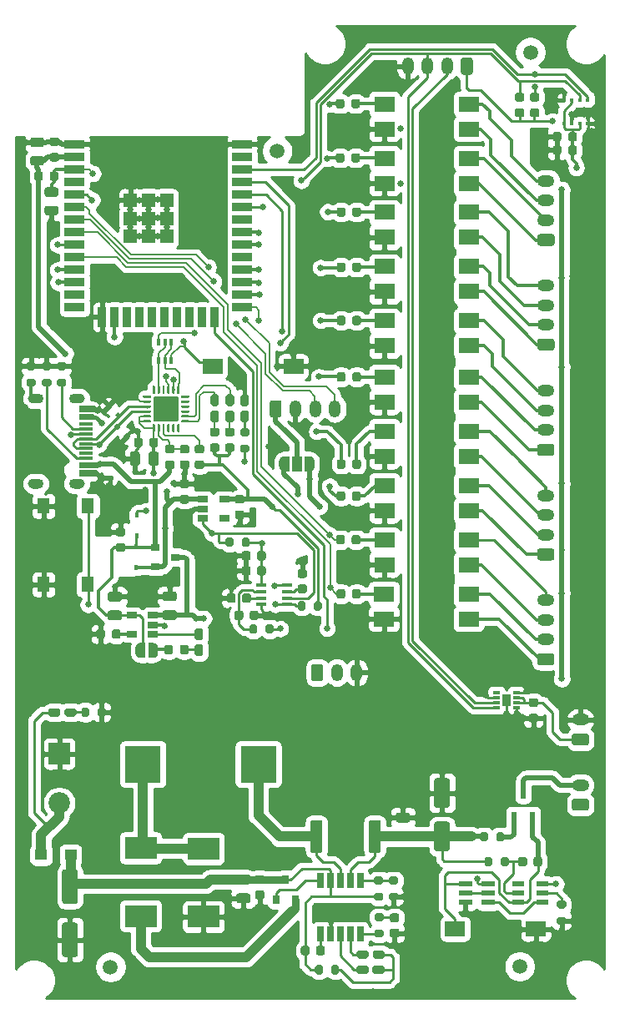
<source format=gbr>
G04 #@! TF.GenerationSoftware,KiCad,Pcbnew,(5.1.10)-1*
G04 #@! TF.CreationDate,2021-10-24T21:46:02+02:00*
G04 #@! TF.ProjectId,TestboardV2.2,54657374-626f-4617-9264-56322e322e6b,rev?*
G04 #@! TF.SameCoordinates,Original*
G04 #@! TF.FileFunction,Copper,L1,Top*
G04 #@! TF.FilePolarity,Positive*
%FSLAX46Y46*%
G04 Gerber Fmt 4.6, Leading zero omitted, Abs format (unit mm)*
G04 Created by KiCad (PCBNEW (5.1.10)-1) date 2021-10-24 21:46:02*
%MOMM*%
%LPD*%
G01*
G04 APERTURE LIST*
G04 #@! TA.AperFunction,SMDPad,CuDef*
%ADD10R,0.900000X1.300000*%
G04 #@! TD*
G04 #@! TA.AperFunction,SMDPad,CuDef*
%ADD11R,0.750000X0.300000*%
G04 #@! TD*
G04 #@! TA.AperFunction,SMDPad,CuDef*
%ADD12R,1.450000X0.300000*%
G04 #@! TD*
G04 #@! TA.AperFunction,ComponentPad*
%ADD13O,1.750000X1.200000*%
G04 #@! TD*
G04 #@! TA.AperFunction,SMDPad,CuDef*
%ADD14R,0.450000X0.600000*%
G04 #@! TD*
G04 #@! TA.AperFunction,SMDPad,CuDef*
%ADD15R,3.650000X3.750000*%
G04 #@! TD*
G04 #@! TA.AperFunction,ComponentPad*
%ADD16C,2.175000*%
G04 #@! TD*
G04 #@! TA.AperFunction,ComponentPad*
%ADD17R,2.175000X2.175000*%
G04 #@! TD*
G04 #@! TA.AperFunction,SMDPad,CuDef*
%ADD18R,1.400000X0.600000*%
G04 #@! TD*
G04 #@! TA.AperFunction,SMDPad,CuDef*
%ADD19R,1.000000X1.500000*%
G04 #@! TD*
G04 #@! TA.AperFunction,SMDPad,CuDef*
%ADD20C,0.100000*%
G04 #@! TD*
G04 #@! TA.AperFunction,SMDPad,CuDef*
%ADD21R,0.420000X0.550000*%
G04 #@! TD*
G04 #@! TA.AperFunction,SMDPad,CuDef*
%ADD22R,1.330000X1.330000*%
G04 #@! TD*
G04 #@! TA.AperFunction,SMDPad,CuDef*
%ADD23R,2.000000X0.900000*%
G04 #@! TD*
G04 #@! TA.AperFunction,SMDPad,CuDef*
%ADD24R,0.900000X2.000000*%
G04 #@! TD*
G04 #@! TA.AperFunction,SMDPad,CuDef*
%ADD25R,0.400000X0.650000*%
G04 #@! TD*
G04 #@! TA.AperFunction,SMDPad,CuDef*
%ADD26R,0.400000X0.400000*%
G04 #@! TD*
G04 #@! TA.AperFunction,SMDPad,CuDef*
%ADD27R,2.100000X1.550000*%
G04 #@! TD*
G04 #@! TA.AperFunction,SMDPad,CuDef*
%ADD28C,1.500000*%
G04 #@! TD*
G04 #@! TA.AperFunction,SMDPad,CuDef*
%ADD29R,2.000000X1.500000*%
G04 #@! TD*
G04 #@! TA.AperFunction,SMDPad,CuDef*
%ADD30R,1.060000X0.650000*%
G04 #@! TD*
G04 #@! TA.AperFunction,SMDPad,CuDef*
%ADD31R,0.900000X0.800000*%
G04 #@! TD*
G04 #@! TA.AperFunction,SMDPad,CuDef*
%ADD32R,1.240000X1.120000*%
G04 #@! TD*
G04 #@! TA.AperFunction,SMDPad,CuDef*
%ADD33R,3.200000X2.250000*%
G04 #@! TD*
G04 #@! TA.AperFunction,SMDPad,CuDef*
%ADD34R,1.050000X0.450000*%
G04 #@! TD*
G04 #@! TA.AperFunction,SMDPad,CuDef*
%ADD35R,0.650000X1.525000*%
G04 #@! TD*
G04 #@! TA.AperFunction,SMDPad,CuDef*
%ADD36R,0.800000X0.900000*%
G04 #@! TD*
G04 #@! TA.AperFunction,SMDPad,CuDef*
%ADD37R,0.600000X1.200000*%
G04 #@! TD*
G04 #@! TA.AperFunction,SMDPad,CuDef*
%ADD38R,1.300000X1.550000*%
G04 #@! TD*
G04 #@! TA.AperFunction,SMDPad,CuDef*
%ADD39R,1.200000X0.600000*%
G04 #@! TD*
G04 #@! TA.AperFunction,ComponentPad*
%ADD40O,1.200000X1.750000*%
G04 #@! TD*
G04 #@! TA.AperFunction,ViaPad*
%ADD41C,0.650000*%
G04 #@! TD*
G04 #@! TA.AperFunction,ViaPad*
%ADD42C,0.800000*%
G04 #@! TD*
G04 #@! TA.AperFunction,Conductor*
%ADD43C,0.200000*%
G04 #@! TD*
G04 #@! TA.AperFunction,Conductor*
%ADD44C,0.500000*%
G04 #@! TD*
G04 #@! TA.AperFunction,Conductor*
%ADD45C,0.300000*%
G04 #@! TD*
G04 #@! TA.AperFunction,Conductor*
%ADD46C,0.250000*%
G04 #@! TD*
G04 #@! TA.AperFunction,Conductor*
%ADD47C,0.400000*%
G04 #@! TD*
G04 #@! TA.AperFunction,Conductor*
%ADD48C,1.000000*%
G04 #@! TD*
G04 #@! TA.AperFunction,Conductor*
%ADD49C,0.800000*%
G04 #@! TD*
G04 #@! TA.AperFunction,Conductor*
%ADD50C,0.254000*%
G04 #@! TD*
G04 #@! TA.AperFunction,Conductor*
%ADD51C,0.100000*%
G04 #@! TD*
G04 APERTURE END LIST*
G04 #@! TA.AperFunction,SMDPad,CuDef*
G36*
G01*
X120075000Y-122445000D02*
X120075000Y-121895000D01*
G75*
G02*
X120275000Y-121695000I200000J0D01*
G01*
X120675000Y-121695000D01*
G75*
G02*
X120875000Y-121895000I0J-200000D01*
G01*
X120875000Y-122445000D01*
G75*
G02*
X120675000Y-122645000I-200000J0D01*
G01*
X120275000Y-122645000D01*
G75*
G02*
X120075000Y-122445000I0J200000D01*
G01*
G37*
G04 #@! TD.AperFunction*
G04 #@! TA.AperFunction,SMDPad,CuDef*
G36*
G01*
X118425000Y-122445000D02*
X118425000Y-121895000D01*
G75*
G02*
X118625000Y-121695000I200000J0D01*
G01*
X119025000Y-121695000D01*
G75*
G02*
X119225000Y-121895000I0J-200000D01*
G01*
X119225000Y-122445000D01*
G75*
G02*
X119025000Y-122645000I-200000J0D01*
G01*
X118625000Y-122645000D01*
G75*
G02*
X118425000Y-122445000I0J200000D01*
G01*
G37*
G04 #@! TD.AperFunction*
D10*
X146910000Y-138200000D03*
D11*
X145910000Y-138950000D03*
X145910000Y-138450000D03*
X145910000Y-137950000D03*
X145910000Y-137450000D03*
X147910000Y-137450000D03*
X147910000Y-137950000D03*
X147910000Y-138450000D03*
X147910000Y-138950000D03*
G04 #@! TA.AperFunction,SMDPad,CuDef*
G36*
G01*
X120085000Y-110635000D02*
X120635000Y-110635000D01*
G75*
G02*
X120835000Y-110835000I0J-200000D01*
G01*
X120835000Y-111235000D01*
G75*
G02*
X120635000Y-111435000I-200000J0D01*
G01*
X120085000Y-111435000D01*
G75*
G02*
X119885000Y-111235000I0J200000D01*
G01*
X119885000Y-110835000D01*
G75*
G02*
X120085000Y-110635000I200000J0D01*
G01*
G37*
G04 #@! TD.AperFunction*
G04 #@! TA.AperFunction,SMDPad,CuDef*
G36*
G01*
X120085000Y-112285000D02*
X120635000Y-112285000D01*
G75*
G02*
X120835000Y-112485000I0J-200000D01*
G01*
X120835000Y-112885000D01*
G75*
G02*
X120635000Y-113085000I-200000J0D01*
G01*
X120085000Y-113085000D01*
G75*
G02*
X119885000Y-112885000I0J200000D01*
G01*
X119885000Y-112485000D01*
G75*
G02*
X120085000Y-112285000I200000J0D01*
G01*
G37*
G04 #@! TD.AperFunction*
G04 #@! TA.AperFunction,SMDPad,CuDef*
G36*
G01*
X120147500Y-108780000D02*
X120572500Y-108780000D01*
G75*
G02*
X120785000Y-108992500I0J-212500D01*
G01*
X120785000Y-109792500D01*
G75*
G02*
X120572500Y-110005000I-212500J0D01*
G01*
X120147500Y-110005000D01*
G75*
G02*
X119935000Y-109792500I0J212500D01*
G01*
X119935000Y-108992500D01*
G75*
G02*
X120147500Y-108780000I212500J0D01*
G01*
G37*
G04 #@! TD.AperFunction*
G04 #@! TA.AperFunction,SMDPad,CuDef*
G36*
G01*
X120147500Y-107155000D02*
X120572500Y-107155000D01*
G75*
G02*
X120785000Y-107367500I0J-212500D01*
G01*
X120785000Y-108167500D01*
G75*
G02*
X120572500Y-108380000I-212500J0D01*
G01*
X120147500Y-108380000D01*
G75*
G02*
X119935000Y-108167500I0J212500D01*
G01*
X119935000Y-107367500D01*
G75*
G02*
X120147500Y-107155000I212500J0D01*
G01*
G37*
G04 #@! TD.AperFunction*
G04 #@! TA.AperFunction,SMDPad,CuDef*
G36*
G01*
X105445000Y-139695000D02*
X105445000Y-139145000D01*
G75*
G02*
X105645000Y-138945000I200000J0D01*
G01*
X106045000Y-138945000D01*
G75*
G02*
X106245000Y-139145000I0J-200000D01*
G01*
X106245000Y-139695000D01*
G75*
G02*
X106045000Y-139895000I-200000J0D01*
G01*
X105645000Y-139895000D01*
G75*
G02*
X105445000Y-139695000I0J200000D01*
G01*
G37*
G04 #@! TD.AperFunction*
G04 #@! TA.AperFunction,SMDPad,CuDef*
G36*
G01*
X103795000Y-139695000D02*
X103795000Y-139145000D01*
G75*
G02*
X103995000Y-138945000I200000J0D01*
G01*
X104395000Y-138945000D01*
G75*
G02*
X104595000Y-139145000I0J-200000D01*
G01*
X104595000Y-139695000D01*
G75*
G02*
X104395000Y-139895000I-200000J0D01*
G01*
X103995000Y-139895000D01*
G75*
G02*
X103795000Y-139695000I0J200000D01*
G01*
G37*
G04 #@! TD.AperFunction*
G04 #@! TA.AperFunction,SMDPad,CuDef*
G36*
G01*
X102060000Y-139642500D02*
X102060000Y-139217500D01*
G75*
G02*
X102272500Y-139005000I212500J0D01*
G01*
X103072500Y-139005000D01*
G75*
G02*
X103285000Y-139217500I0J-212500D01*
G01*
X103285000Y-139642500D01*
G75*
G02*
X103072500Y-139855000I-212500J0D01*
G01*
X102272500Y-139855000D01*
G75*
G02*
X102060000Y-139642500I0J212500D01*
G01*
G37*
G04 #@! TD.AperFunction*
G04 #@! TA.AperFunction,SMDPad,CuDef*
G36*
G01*
X100435000Y-139642500D02*
X100435000Y-139217500D01*
G75*
G02*
X100647500Y-139005000I212500J0D01*
G01*
X101447500Y-139005000D01*
G75*
G02*
X101660000Y-139217500I0J-212500D01*
G01*
X101660000Y-139642500D01*
G75*
G02*
X101447500Y-139855000I-212500J0D01*
G01*
X100647500Y-139855000D01*
G75*
G02*
X100435000Y-139642500I0J212500D01*
G01*
G37*
G04 #@! TD.AperFunction*
G04 #@! TA.AperFunction,SMDPad,CuDef*
G36*
G01*
X119745000Y-157790000D02*
X120695000Y-157790000D01*
G75*
G02*
X120945000Y-158040000I0J-250000D01*
G01*
X120945000Y-158540000D01*
G75*
G02*
X120695000Y-158790000I-250000J0D01*
G01*
X119745000Y-158790000D01*
G75*
G02*
X119495000Y-158540000I0J250000D01*
G01*
X119495000Y-158040000D01*
G75*
G02*
X119745000Y-157790000I250000J0D01*
G01*
G37*
G04 #@! TD.AperFunction*
G04 #@! TA.AperFunction,SMDPad,CuDef*
G36*
G01*
X119745000Y-155890000D02*
X120695000Y-155890000D01*
G75*
G02*
X120945000Y-156140000I0J-250000D01*
G01*
X120945000Y-156640000D01*
G75*
G02*
X120695000Y-156890000I-250000J0D01*
G01*
X119745000Y-156890000D01*
G75*
G02*
X119495000Y-156640000I0J250000D01*
G01*
X119495000Y-156140000D01*
G75*
G02*
X119745000Y-155890000I250000J0D01*
G01*
G37*
G04 #@! TD.AperFunction*
G04 #@! TA.AperFunction,SMDPad,CuDef*
G36*
G01*
X113225000Y-128160000D02*
X112275000Y-128160000D01*
G75*
G02*
X112025000Y-127910000I0J250000D01*
G01*
X112025000Y-127410000D01*
G75*
G02*
X112275000Y-127160000I250000J0D01*
G01*
X113225000Y-127160000D01*
G75*
G02*
X113475000Y-127410000I0J-250000D01*
G01*
X113475000Y-127910000D01*
G75*
G02*
X113225000Y-128160000I-250000J0D01*
G01*
G37*
G04 #@! TD.AperFunction*
G04 #@! TA.AperFunction,SMDPad,CuDef*
G36*
G01*
X113225000Y-130060000D02*
X112275000Y-130060000D01*
G75*
G02*
X112025000Y-129810000I0J250000D01*
G01*
X112025000Y-129310000D01*
G75*
G02*
X112275000Y-129060000I250000J0D01*
G01*
X113225000Y-129060000D01*
G75*
G02*
X113475000Y-129310000I0J-250000D01*
G01*
X113475000Y-129810000D01*
G75*
G02*
X113225000Y-130060000I-250000J0D01*
G01*
G37*
G04 #@! TD.AperFunction*
G04 #@! TA.AperFunction,SMDPad,CuDef*
G36*
G01*
X107655000Y-128190000D02*
X106705000Y-128190000D01*
G75*
G02*
X106455000Y-127940000I0J250000D01*
G01*
X106455000Y-127440000D01*
G75*
G02*
X106705000Y-127190000I250000J0D01*
G01*
X107655000Y-127190000D01*
G75*
G02*
X107905000Y-127440000I0J-250000D01*
G01*
X107905000Y-127940000D01*
G75*
G02*
X107655000Y-128190000I-250000J0D01*
G01*
G37*
G04 #@! TD.AperFunction*
G04 #@! TA.AperFunction,SMDPad,CuDef*
G36*
G01*
X107655000Y-130090000D02*
X106705000Y-130090000D01*
G75*
G02*
X106455000Y-129840000I0J250000D01*
G01*
X106455000Y-129340000D01*
G75*
G02*
X106705000Y-129090000I250000J0D01*
G01*
X107655000Y-129090000D01*
G75*
G02*
X107905000Y-129340000I0J-250000D01*
G01*
X107905000Y-129840000D01*
G75*
G02*
X107655000Y-130090000I-250000J0D01*
G01*
G37*
G04 #@! TD.AperFunction*
G04 #@! TA.AperFunction,SMDPad,CuDef*
G36*
G01*
X109730000Y-113215000D02*
X109730000Y-114165000D01*
G75*
G02*
X109480000Y-114415000I-250000J0D01*
G01*
X108980000Y-114415000D01*
G75*
G02*
X108730000Y-114165000I0J250000D01*
G01*
X108730000Y-113215000D01*
G75*
G02*
X108980000Y-112965000I250000J0D01*
G01*
X109480000Y-112965000D01*
G75*
G02*
X109730000Y-113215000I0J-250000D01*
G01*
G37*
G04 #@! TD.AperFunction*
G04 #@! TA.AperFunction,SMDPad,CuDef*
G36*
G01*
X111630000Y-113215000D02*
X111630000Y-114165000D01*
G75*
G02*
X111380000Y-114415000I-250000J0D01*
G01*
X110880000Y-114415000D01*
G75*
G02*
X110630000Y-114165000I0J250000D01*
G01*
X110630000Y-113215000D01*
G75*
G02*
X110880000Y-112965000I250000J0D01*
G01*
X111380000Y-112965000D01*
G75*
G02*
X111630000Y-113215000I0J-250000D01*
G01*
G37*
G04 #@! TD.AperFunction*
D12*
X104260000Y-111170000D03*
X104260000Y-111670000D03*
X104260000Y-112170000D03*
X104260000Y-112670000D03*
X104260000Y-113170000D03*
X104260000Y-114220000D03*
X104260000Y-115020000D03*
X104260000Y-115320000D03*
X104260000Y-114520000D03*
X104260000Y-113670000D03*
X104260000Y-110670000D03*
X104260000Y-109620000D03*
X104260000Y-108820000D03*
G04 #@! TA.AperFunction,ComponentPad*
G36*
G01*
X103040000Y-107100000D02*
X103640000Y-107100000D01*
G75*
G02*
X104140000Y-107600000I0J-500000D01*
G01*
X104140000Y-107600000D01*
G75*
G02*
X103640000Y-108100000I-500000J0D01*
G01*
X103040000Y-108100000D01*
G75*
G02*
X102540000Y-107600000I0J500000D01*
G01*
X102540000Y-107600000D01*
G75*
G02*
X103040000Y-107100000I500000J0D01*
G01*
G37*
G04 #@! TD.AperFunction*
G04 #@! TA.AperFunction,ComponentPad*
G36*
G01*
X103040000Y-115740000D02*
X103640000Y-115740000D01*
G75*
G02*
X104140000Y-116240000I0J-500000D01*
G01*
X104140000Y-116240000D01*
G75*
G02*
X103640000Y-116740000I-500000J0D01*
G01*
X103040000Y-116740000D01*
G75*
G02*
X102540000Y-116240000I0J500000D01*
G01*
X102540000Y-116240000D01*
G75*
G02*
X103040000Y-115740000I500000J0D01*
G01*
G37*
G04 #@! TD.AperFunction*
G04 #@! TA.AperFunction,ComponentPad*
G36*
G01*
X98860000Y-115740000D02*
X99460000Y-115740000D01*
G75*
G02*
X99960000Y-116240000I0J-500000D01*
G01*
X99960000Y-116240000D01*
G75*
G02*
X99460000Y-116740000I-500000J0D01*
G01*
X98860000Y-116740000D01*
G75*
G02*
X98360000Y-116240000I0J500000D01*
G01*
X98360000Y-116240000D01*
G75*
G02*
X98860000Y-115740000I500000J0D01*
G01*
G37*
G04 #@! TD.AperFunction*
G04 #@! TA.AperFunction,ComponentPad*
G36*
G01*
X98860000Y-107100000D02*
X99460000Y-107100000D01*
G75*
G02*
X99960000Y-107600000I0J-500000D01*
G01*
X99960000Y-107600000D01*
G75*
G02*
X99460000Y-108100000I-500000J0D01*
G01*
X98860000Y-108100000D01*
G75*
G02*
X98360000Y-107600000I0J500000D01*
G01*
X98360000Y-107600000D01*
G75*
G02*
X98860000Y-107100000I500000J0D01*
G01*
G37*
G04 #@! TD.AperFunction*
X104260000Y-110170000D03*
X104260000Y-109320000D03*
X104260000Y-108520000D03*
D13*
X154430000Y-140190000D03*
G04 #@! TA.AperFunction,ComponentPad*
G36*
G01*
X155055001Y-142790000D02*
X153804999Y-142790000D01*
G75*
G02*
X153555000Y-142540001I0J249999D01*
G01*
X153555000Y-141839999D01*
G75*
G02*
X153804999Y-141590000I249999J0D01*
G01*
X155055001Y-141590000D01*
G75*
G02*
X155305000Y-141839999I0J-249999D01*
G01*
X155305000Y-142540001D01*
G75*
G02*
X155055001Y-142790000I-249999J0D01*
G01*
G37*
G04 #@! TD.AperFunction*
G04 #@! TA.AperFunction,ComponentPad*
G36*
G01*
X151545400Y-134650000D02*
X150294600Y-134650000D01*
G75*
G02*
X150045000Y-134400400I0J249600D01*
G01*
X150045000Y-133699600D01*
G75*
G02*
X150294600Y-133450000I249600J0D01*
G01*
X151545400Y-133450000D01*
G75*
G02*
X151795000Y-133699600I0J-249600D01*
G01*
X151795000Y-134400400D01*
G75*
G02*
X151545400Y-134650000I-249600J0D01*
G01*
G37*
G04 #@! TD.AperFunction*
X150920000Y-132050000D03*
X150920000Y-130050000D03*
X150920000Y-128050000D03*
X150910000Y-117420000D03*
X150910000Y-119420000D03*
X150910000Y-121420000D03*
G04 #@! TA.AperFunction,ComponentPad*
G36*
G01*
X151535400Y-124020000D02*
X150284600Y-124020000D01*
G75*
G02*
X150035000Y-123770400I0J249600D01*
G01*
X150035000Y-123069600D01*
G75*
G02*
X150284600Y-122820000I249600J0D01*
G01*
X151535400Y-122820000D01*
G75*
G02*
X151785000Y-123069600I0J-249600D01*
G01*
X151785000Y-123770400D01*
G75*
G02*
X151535400Y-124020000I-249600J0D01*
G01*
G37*
G04 #@! TD.AperFunction*
X150910000Y-106810000D03*
X150910000Y-108810000D03*
X150910000Y-110810000D03*
G04 #@! TA.AperFunction,ComponentPad*
G36*
G01*
X151535400Y-113410000D02*
X150284600Y-113410000D01*
G75*
G02*
X150035000Y-113160400I0J249600D01*
G01*
X150035000Y-112459600D01*
G75*
G02*
X150284600Y-112210000I249600J0D01*
G01*
X151535400Y-112210000D01*
G75*
G02*
X151785000Y-112459600I0J-249600D01*
G01*
X151785000Y-113160400D01*
G75*
G02*
X151535400Y-113410000I-249600J0D01*
G01*
G37*
G04 #@! TD.AperFunction*
X150930000Y-96130000D03*
X150930000Y-98130000D03*
X150930000Y-100130000D03*
G04 #@! TA.AperFunction,ComponentPad*
G36*
G01*
X151555400Y-102730000D02*
X150304600Y-102730000D01*
G75*
G02*
X150055000Y-102480400I0J249600D01*
G01*
X150055000Y-101779600D01*
G75*
G02*
X150304600Y-101530000I249600J0D01*
G01*
X151555400Y-101530000D01*
G75*
G02*
X151805000Y-101779600I0J-249600D01*
G01*
X151805000Y-102480400D01*
G75*
G02*
X151555400Y-102730000I-249600J0D01*
G01*
G37*
G04 #@! TD.AperFunction*
X150940000Y-85510000D03*
X150940000Y-87510000D03*
X150940000Y-89510000D03*
G04 #@! TA.AperFunction,ComponentPad*
G36*
G01*
X151565400Y-92110000D02*
X150314600Y-92110000D01*
G75*
G02*
X150065000Y-91860400I0J249600D01*
G01*
X150065000Y-91159600D01*
G75*
G02*
X150314600Y-90910000I249600J0D01*
G01*
X151565400Y-90910000D01*
G75*
G02*
X151815000Y-91159600I0J-249600D01*
G01*
X151815000Y-91860400D01*
G75*
G02*
X151565400Y-92110000I-249600J0D01*
G01*
G37*
G04 #@! TD.AperFunction*
D14*
X109380000Y-121540000D03*
X109380000Y-119440000D03*
G04 #@! TA.AperFunction,SMDPad,CuDef*
G36*
G01*
X132950000Y-153455001D02*
X132950000Y-150604999D01*
G75*
G02*
X133199999Y-150355000I249999J0D01*
G01*
X133925001Y-150355000D01*
G75*
G02*
X134175000Y-150604999I0J-249999D01*
G01*
X134175000Y-153455001D01*
G75*
G02*
X133925001Y-153705000I-249999J0D01*
G01*
X133199999Y-153705000D01*
G75*
G02*
X132950000Y-153455001I0J249999D01*
G01*
G37*
G04 #@! TD.AperFunction*
G04 #@! TA.AperFunction,SMDPad,CuDef*
G36*
G01*
X127025000Y-153455001D02*
X127025000Y-150604999D01*
G75*
G02*
X127274999Y-150355000I249999J0D01*
G01*
X128000001Y-150355000D01*
G75*
G02*
X128250000Y-150604999I0J-249999D01*
G01*
X128250000Y-153455001D01*
G75*
G02*
X128000001Y-153705000I-249999J0D01*
G01*
X127274999Y-153705000D01*
G75*
G02*
X127025000Y-153455001I0J249999D01*
G01*
G37*
G04 #@! TD.AperFunction*
G04 #@! TA.AperFunction,SMDPad,CuDef*
G36*
G01*
X134235000Y-156885000D02*
X133685000Y-156885000D01*
G75*
G02*
X133485000Y-156685000I0J200000D01*
G01*
X133485000Y-156285000D01*
G75*
G02*
X133685000Y-156085000I200000J0D01*
G01*
X134235000Y-156085000D01*
G75*
G02*
X134435000Y-156285000I0J-200000D01*
G01*
X134435000Y-156685000D01*
G75*
G02*
X134235000Y-156885000I-200000J0D01*
G01*
G37*
G04 #@! TD.AperFunction*
G04 #@! TA.AperFunction,SMDPad,CuDef*
G36*
G01*
X134235000Y-158535000D02*
X133685000Y-158535000D01*
G75*
G02*
X133485000Y-158335000I0J200000D01*
G01*
X133485000Y-157935000D01*
G75*
G02*
X133685000Y-157735000I200000J0D01*
G01*
X134235000Y-157735000D01*
G75*
G02*
X134435000Y-157935000I0J-200000D01*
G01*
X134435000Y-158335000D01*
G75*
G02*
X134235000Y-158535000I-200000J0D01*
G01*
G37*
G04 #@! TD.AperFunction*
G04 #@! TA.AperFunction,SMDPad,CuDef*
G36*
G01*
X140930000Y-149110000D02*
X139830000Y-149110000D01*
G75*
G02*
X139580000Y-148860000I0J250000D01*
G01*
X139580000Y-146360000D01*
G75*
G02*
X139830000Y-146110000I250000J0D01*
G01*
X140930000Y-146110000D01*
G75*
G02*
X141180000Y-146360000I0J-250000D01*
G01*
X141180000Y-148860000D01*
G75*
G02*
X140930000Y-149110000I-250000J0D01*
G01*
G37*
G04 #@! TD.AperFunction*
G04 #@! TA.AperFunction,SMDPad,CuDef*
G36*
G01*
X140930000Y-153510000D02*
X139830000Y-153510000D01*
G75*
G02*
X139580000Y-153260000I0J250000D01*
G01*
X139580000Y-150760000D01*
G75*
G02*
X139830000Y-150510000I250000J0D01*
G01*
X140930000Y-150510000D01*
G75*
G02*
X141180000Y-150760000I0J-250000D01*
G01*
X141180000Y-153260000D01*
G75*
G02*
X140930000Y-153510000I-250000J0D01*
G01*
G37*
G04 #@! TD.AperFunction*
D15*
X121740000Y-144690000D03*
X110040000Y-144690000D03*
D16*
X101550000Y-148630000D03*
D17*
X101550000Y-143630000D03*
D18*
X145060000Y-158730000D03*
X145060000Y-157780000D03*
X145060000Y-156830000D03*
X142760000Y-158730000D03*
X142760000Y-157780000D03*
X142760000Y-156830000D03*
D19*
X125650000Y-114210000D03*
G04 #@! TA.AperFunction,SMDPad,CuDef*
D20*
G36*
X124350000Y-114959398D02*
G01*
X124325466Y-114959398D01*
X124276635Y-114954588D01*
X124228510Y-114945016D01*
X124181555Y-114930772D01*
X124136222Y-114911995D01*
X124092949Y-114888864D01*
X124052150Y-114861604D01*
X124014221Y-114830476D01*
X123979524Y-114795779D01*
X123948396Y-114757850D01*
X123921136Y-114717051D01*
X123898005Y-114673778D01*
X123879228Y-114628445D01*
X123864984Y-114581490D01*
X123855412Y-114533365D01*
X123850602Y-114484534D01*
X123850602Y-114460000D01*
X123850000Y-114460000D01*
X123850000Y-113960000D01*
X123850602Y-113960000D01*
X123850602Y-113935466D01*
X123855412Y-113886635D01*
X123864984Y-113838510D01*
X123879228Y-113791555D01*
X123898005Y-113746222D01*
X123921136Y-113702949D01*
X123948396Y-113662150D01*
X123979524Y-113624221D01*
X124014221Y-113589524D01*
X124052150Y-113558396D01*
X124092949Y-113531136D01*
X124136222Y-113508005D01*
X124181555Y-113489228D01*
X124228510Y-113474984D01*
X124276635Y-113465412D01*
X124325466Y-113460602D01*
X124350000Y-113460602D01*
X124350000Y-113460000D01*
X124900000Y-113460000D01*
X124900000Y-114960000D01*
X124350000Y-114960000D01*
X124350000Y-114959398D01*
G37*
G04 #@! TD.AperFunction*
G04 #@! TA.AperFunction,SMDPad,CuDef*
G36*
X126400000Y-113460000D02*
G01*
X126950000Y-113460000D01*
X126950000Y-113460602D01*
X126974534Y-113460602D01*
X127023365Y-113465412D01*
X127071490Y-113474984D01*
X127118445Y-113489228D01*
X127163778Y-113508005D01*
X127207051Y-113531136D01*
X127247850Y-113558396D01*
X127285779Y-113589524D01*
X127320476Y-113624221D01*
X127351604Y-113662150D01*
X127378864Y-113702949D01*
X127401995Y-113746222D01*
X127420772Y-113791555D01*
X127435016Y-113838510D01*
X127444588Y-113886635D01*
X127449398Y-113935466D01*
X127449398Y-113960000D01*
X127450000Y-113960000D01*
X127450000Y-114460000D01*
X127449398Y-114460000D01*
X127449398Y-114484534D01*
X127444588Y-114533365D01*
X127435016Y-114581490D01*
X127420772Y-114628445D01*
X127401995Y-114673778D01*
X127378864Y-114717051D01*
X127351604Y-114757850D01*
X127320476Y-114795779D01*
X127285779Y-114830476D01*
X127247850Y-114861604D01*
X127207051Y-114888864D01*
X127163778Y-114911995D01*
X127118445Y-114930772D01*
X127071490Y-114945016D01*
X127023365Y-114954588D01*
X126974534Y-114959398D01*
X126950000Y-114959398D01*
X126950000Y-114960000D01*
X126400000Y-114960000D01*
X126400000Y-113460000D01*
G37*
G04 #@! TD.AperFunction*
G04 #@! TA.AperFunction,SMDPad,CuDef*
G36*
G01*
X118647500Y-108790000D02*
X119072500Y-108790000D01*
G75*
G02*
X119285000Y-109002500I0J-212500D01*
G01*
X119285000Y-109802500D01*
G75*
G02*
X119072500Y-110015000I-212500J0D01*
G01*
X118647500Y-110015000D01*
G75*
G02*
X118435000Y-109802500I0J212500D01*
G01*
X118435000Y-109002500D01*
G75*
G02*
X118647500Y-108790000I212500J0D01*
G01*
G37*
G04 #@! TD.AperFunction*
G04 #@! TA.AperFunction,SMDPad,CuDef*
G36*
G01*
X118647500Y-107165000D02*
X119072500Y-107165000D01*
G75*
G02*
X119285000Y-107377500I0J-212500D01*
G01*
X119285000Y-108177500D01*
G75*
G02*
X119072500Y-108390000I-212500J0D01*
G01*
X118647500Y-108390000D01*
G75*
G02*
X118435000Y-108177500I0J212500D01*
G01*
X118435000Y-107377500D01*
G75*
G02*
X118647500Y-107165000I212500J0D01*
G01*
G37*
G04 #@! TD.AperFunction*
G04 #@! TA.AperFunction,SMDPad,CuDef*
G36*
G01*
X117117500Y-107165000D02*
X117542500Y-107165000D01*
G75*
G02*
X117755000Y-107377500I0J-212500D01*
G01*
X117755000Y-108177500D01*
G75*
G02*
X117542500Y-108390000I-212500J0D01*
G01*
X117117500Y-108390000D01*
G75*
G02*
X116905000Y-108177500I0J212500D01*
G01*
X116905000Y-107377500D01*
G75*
G02*
X117117500Y-107165000I212500J0D01*
G01*
G37*
G04 #@! TD.AperFunction*
G04 #@! TA.AperFunction,SMDPad,CuDef*
G36*
G01*
X117117500Y-108790000D02*
X117542500Y-108790000D01*
G75*
G02*
X117755000Y-109002500I0J-212500D01*
G01*
X117755000Y-109802500D01*
G75*
G02*
X117542500Y-110015000I-212500J0D01*
G01*
X117117500Y-110015000D01*
G75*
G02*
X116905000Y-109802500I0J212500D01*
G01*
X116905000Y-109002500D01*
G75*
G02*
X117117500Y-108790000I212500J0D01*
G01*
G37*
G04 #@! TD.AperFunction*
G04 #@! TA.AperFunction,SMDPad,CuDef*
G36*
G01*
X115507500Y-132520000D02*
X115932500Y-132520000D01*
G75*
G02*
X116145000Y-132732500I0J-212500D01*
G01*
X116145000Y-133532500D01*
G75*
G02*
X115932500Y-133745000I-212500J0D01*
G01*
X115507500Y-133745000D01*
G75*
G02*
X115295000Y-133532500I0J212500D01*
G01*
X115295000Y-132732500D01*
G75*
G02*
X115507500Y-132520000I212500J0D01*
G01*
G37*
G04 #@! TD.AperFunction*
G04 #@! TA.AperFunction,SMDPad,CuDef*
G36*
G01*
X115507500Y-130895000D02*
X115932500Y-130895000D01*
G75*
G02*
X116145000Y-131107500I0J-212500D01*
G01*
X116145000Y-131907500D01*
G75*
G02*
X115932500Y-132120000I-212500J0D01*
G01*
X115507500Y-132120000D01*
G75*
G02*
X115295000Y-131907500I0J212500D01*
G01*
X115295000Y-131107500D01*
G75*
G02*
X115507500Y-130895000I212500J0D01*
G01*
G37*
G04 #@! TD.AperFunction*
G04 #@! TA.AperFunction,SMDPad,CuDef*
G36*
G01*
X118593750Y-112140000D02*
X119106250Y-112140000D01*
G75*
G02*
X119325000Y-112358750I0J-218750D01*
G01*
X119325000Y-112796250D01*
G75*
G02*
X119106250Y-113015000I-218750J0D01*
G01*
X118593750Y-113015000D01*
G75*
G02*
X118375000Y-112796250I0J218750D01*
G01*
X118375000Y-112358750D01*
G75*
G02*
X118593750Y-112140000I218750J0D01*
G01*
G37*
G04 #@! TD.AperFunction*
G04 #@! TA.AperFunction,SMDPad,CuDef*
G36*
G01*
X118593750Y-110565000D02*
X119106250Y-110565000D01*
G75*
G02*
X119325000Y-110783750I0J-218750D01*
G01*
X119325000Y-111221250D01*
G75*
G02*
X119106250Y-111440000I-218750J0D01*
G01*
X118593750Y-111440000D01*
G75*
G02*
X118375000Y-111221250I0J218750D01*
G01*
X118375000Y-110783750D01*
G75*
G02*
X118593750Y-110565000I218750J0D01*
G01*
G37*
G04 #@! TD.AperFunction*
G04 #@! TA.AperFunction,SMDPad,CuDef*
G36*
G01*
X117063750Y-112140000D02*
X117576250Y-112140000D01*
G75*
G02*
X117795000Y-112358750I0J-218750D01*
G01*
X117795000Y-112796250D01*
G75*
G02*
X117576250Y-113015000I-218750J0D01*
G01*
X117063750Y-113015000D01*
G75*
G02*
X116845000Y-112796250I0J218750D01*
G01*
X116845000Y-112358750D01*
G75*
G02*
X117063750Y-112140000I218750J0D01*
G01*
G37*
G04 #@! TD.AperFunction*
G04 #@! TA.AperFunction,SMDPad,CuDef*
G36*
G01*
X117063750Y-110565000D02*
X117576250Y-110565000D01*
G75*
G02*
X117795000Y-110783750I0J-218750D01*
G01*
X117795000Y-111221250D01*
G75*
G02*
X117576250Y-111440000I-218750J0D01*
G01*
X117063750Y-111440000D01*
G75*
G02*
X116845000Y-111221250I0J218750D01*
G01*
X116845000Y-110783750D01*
G75*
G02*
X117063750Y-110565000I218750J0D01*
G01*
G37*
G04 #@! TD.AperFunction*
G04 #@! TA.AperFunction,SMDPad,CuDef*
G36*
G01*
X100303750Y-88040000D02*
X101216250Y-88040000D01*
G75*
G02*
X101460000Y-88283750I0J-243750D01*
G01*
X101460000Y-88771250D01*
G75*
G02*
X101216250Y-89015000I-243750J0D01*
G01*
X100303750Y-89015000D01*
G75*
G02*
X100060000Y-88771250I0J243750D01*
G01*
X100060000Y-88283750D01*
G75*
G02*
X100303750Y-88040000I243750J0D01*
G01*
G37*
G04 #@! TD.AperFunction*
G04 #@! TA.AperFunction,SMDPad,CuDef*
G36*
G01*
X100303750Y-86165000D02*
X101216250Y-86165000D01*
G75*
G02*
X101460000Y-86408750I0J-243750D01*
G01*
X101460000Y-86896250D01*
G75*
G02*
X101216250Y-87140000I-243750J0D01*
G01*
X100303750Y-87140000D01*
G75*
G02*
X100060000Y-86896250I0J243750D01*
G01*
X100060000Y-86408750D01*
G75*
G02*
X100303750Y-86165000I243750J0D01*
G01*
G37*
G04 #@! TD.AperFunction*
G04 #@! TA.AperFunction,SMDPad,CuDef*
G36*
G01*
X99756250Y-82090000D02*
X98843750Y-82090000D01*
G75*
G02*
X98600000Y-81846250I0J243750D01*
G01*
X98600000Y-81358750D01*
G75*
G02*
X98843750Y-81115000I243750J0D01*
G01*
X99756250Y-81115000D01*
G75*
G02*
X100000000Y-81358750I0J-243750D01*
G01*
X100000000Y-81846250D01*
G75*
G02*
X99756250Y-82090000I-243750J0D01*
G01*
G37*
G04 #@! TD.AperFunction*
G04 #@! TA.AperFunction,SMDPad,CuDef*
G36*
G01*
X99756250Y-83965000D02*
X98843750Y-83965000D01*
G75*
G02*
X98600000Y-83721250I0J243750D01*
G01*
X98600000Y-83233750D01*
G75*
G02*
X98843750Y-82990000I243750J0D01*
G01*
X99756250Y-82990000D01*
G75*
G02*
X100000000Y-83233750I0J-243750D01*
G01*
X100000000Y-83721250D01*
G75*
G02*
X99756250Y-83965000I-243750J0D01*
G01*
G37*
G04 #@! TD.AperFunction*
G04 #@! TA.AperFunction,SMDPad,CuDef*
G36*
X107470987Y-110787972D02*
G01*
X107082078Y-110399063D01*
X107379063Y-110102078D01*
X107767972Y-110490987D01*
X107470987Y-110787972D01*
G37*
G04 #@! TD.AperFunction*
G04 #@! TA.AperFunction,SMDPad,CuDef*
G36*
X108460937Y-111777922D02*
G01*
X108072028Y-111389013D01*
X108369013Y-111092028D01*
X108757922Y-111480937D01*
X108460937Y-111777922D01*
G37*
G04 #@! TD.AperFunction*
G04 #@! TA.AperFunction,SMDPad,CuDef*
G36*
X106519063Y-107982078D02*
G01*
X106907972Y-108370987D01*
X106610987Y-108667972D01*
X106222078Y-108279063D01*
X106519063Y-107982078D01*
G37*
G04 #@! TD.AperFunction*
G04 #@! TA.AperFunction,SMDPad,CuDef*
G36*
X107509013Y-108972028D02*
G01*
X107897922Y-109360937D01*
X107600937Y-109657922D01*
X107212028Y-109269013D01*
X107509013Y-108972028D01*
G37*
G04 #@! TD.AperFunction*
D21*
X106700000Y-115640000D03*
X106700000Y-114240000D03*
G04 #@! TA.AperFunction,SMDPad,CuDef*
D20*
G36*
X111070000Y-132390602D02*
G01*
X111094534Y-132390602D01*
X111143365Y-132395412D01*
X111191490Y-132404984D01*
X111238445Y-132419228D01*
X111283778Y-132438005D01*
X111327051Y-132461136D01*
X111367850Y-132488396D01*
X111405779Y-132519524D01*
X111440476Y-132554221D01*
X111471604Y-132592150D01*
X111498864Y-132632949D01*
X111521995Y-132676222D01*
X111540772Y-132721555D01*
X111555016Y-132768510D01*
X111564588Y-132816635D01*
X111569398Y-132865466D01*
X111569398Y-132890000D01*
X111570000Y-132890000D01*
X111570000Y-133390000D01*
X111569398Y-133390000D01*
X111569398Y-133414534D01*
X111564588Y-133463365D01*
X111555016Y-133511490D01*
X111540772Y-133558445D01*
X111521995Y-133603778D01*
X111498864Y-133647051D01*
X111471604Y-133687850D01*
X111440476Y-133725779D01*
X111405779Y-133760476D01*
X111367850Y-133791604D01*
X111327051Y-133818864D01*
X111283778Y-133841995D01*
X111238445Y-133860772D01*
X111191490Y-133875016D01*
X111143365Y-133884588D01*
X111094534Y-133889398D01*
X111070000Y-133889398D01*
X111070000Y-133890000D01*
X110570000Y-133890000D01*
X110570000Y-132390000D01*
X111070000Y-132390000D01*
X111070000Y-132390602D01*
G37*
G04 #@! TD.AperFunction*
G04 #@! TA.AperFunction,SMDPad,CuDef*
G36*
X110270000Y-133890000D02*
G01*
X109770000Y-133890000D01*
X109770000Y-133889398D01*
X109745466Y-133889398D01*
X109696635Y-133884588D01*
X109648510Y-133875016D01*
X109601555Y-133860772D01*
X109556222Y-133841995D01*
X109512949Y-133818864D01*
X109472150Y-133791604D01*
X109434221Y-133760476D01*
X109399524Y-133725779D01*
X109368396Y-133687850D01*
X109341136Y-133647051D01*
X109318005Y-133603778D01*
X109299228Y-133558445D01*
X109284984Y-133511490D01*
X109275412Y-133463365D01*
X109270602Y-133414534D01*
X109270602Y-133390000D01*
X109270000Y-133390000D01*
X109270000Y-132890000D01*
X109270602Y-132890000D01*
X109270602Y-132865466D01*
X109275412Y-132816635D01*
X109284984Y-132768510D01*
X109299228Y-132721555D01*
X109318005Y-132676222D01*
X109341136Y-132632949D01*
X109368396Y-132592150D01*
X109399524Y-132554221D01*
X109434221Y-132519524D01*
X109472150Y-132488396D01*
X109512949Y-132461136D01*
X109556222Y-132438005D01*
X109601555Y-132419228D01*
X109648510Y-132404984D01*
X109696635Y-132395412D01*
X109745466Y-132390602D01*
X109770000Y-132390602D01*
X109770000Y-132390000D01*
X110270000Y-132390000D01*
X110270000Y-133890000D01*
G37*
G04 #@! TD.AperFunction*
G04 #@! TA.AperFunction,SMDPad,CuDef*
G36*
G01*
X111080000Y-109710000D02*
X111080000Y-107610000D01*
G75*
G02*
X111330000Y-107360000I250000J0D01*
G01*
X113430000Y-107360000D01*
G75*
G02*
X113680000Y-107610000I0J-250000D01*
G01*
X113680000Y-109710000D01*
G75*
G02*
X113430000Y-109960000I-250000J0D01*
G01*
X111330000Y-109960000D01*
G75*
G02*
X111080000Y-109710000I0J250000D01*
G01*
G37*
G04 #@! TD.AperFunction*
G04 #@! TA.AperFunction,SMDPad,CuDef*
G36*
G01*
X110030000Y-107472500D02*
X110030000Y-107347500D01*
G75*
G02*
X110092500Y-107285000I62500J0D01*
G01*
X110792500Y-107285000D01*
G75*
G02*
X110855000Y-107347500I0J-62500D01*
G01*
X110855000Y-107472500D01*
G75*
G02*
X110792500Y-107535000I-62500J0D01*
G01*
X110092500Y-107535000D01*
G75*
G02*
X110030000Y-107472500I0J62500D01*
G01*
G37*
G04 #@! TD.AperFunction*
G04 #@! TA.AperFunction,SMDPad,CuDef*
G36*
G01*
X110030000Y-107972500D02*
X110030000Y-107847500D01*
G75*
G02*
X110092500Y-107785000I62500J0D01*
G01*
X110792500Y-107785000D01*
G75*
G02*
X110855000Y-107847500I0J-62500D01*
G01*
X110855000Y-107972500D01*
G75*
G02*
X110792500Y-108035000I-62500J0D01*
G01*
X110092500Y-108035000D01*
G75*
G02*
X110030000Y-107972500I0J62500D01*
G01*
G37*
G04 #@! TD.AperFunction*
G04 #@! TA.AperFunction,SMDPad,CuDef*
G36*
G01*
X110030000Y-108472500D02*
X110030000Y-108347500D01*
G75*
G02*
X110092500Y-108285000I62500J0D01*
G01*
X110792500Y-108285000D01*
G75*
G02*
X110855000Y-108347500I0J-62500D01*
G01*
X110855000Y-108472500D01*
G75*
G02*
X110792500Y-108535000I-62500J0D01*
G01*
X110092500Y-108535000D01*
G75*
G02*
X110030000Y-108472500I0J62500D01*
G01*
G37*
G04 #@! TD.AperFunction*
G04 #@! TA.AperFunction,SMDPad,CuDef*
G36*
G01*
X110030000Y-108972500D02*
X110030000Y-108847500D01*
G75*
G02*
X110092500Y-108785000I62500J0D01*
G01*
X110792500Y-108785000D01*
G75*
G02*
X110855000Y-108847500I0J-62500D01*
G01*
X110855000Y-108972500D01*
G75*
G02*
X110792500Y-109035000I-62500J0D01*
G01*
X110092500Y-109035000D01*
G75*
G02*
X110030000Y-108972500I0J62500D01*
G01*
G37*
G04 #@! TD.AperFunction*
G04 #@! TA.AperFunction,SMDPad,CuDef*
G36*
G01*
X110030000Y-109472500D02*
X110030000Y-109347500D01*
G75*
G02*
X110092500Y-109285000I62500J0D01*
G01*
X110792500Y-109285000D01*
G75*
G02*
X110855000Y-109347500I0J-62500D01*
G01*
X110855000Y-109472500D01*
G75*
G02*
X110792500Y-109535000I-62500J0D01*
G01*
X110092500Y-109535000D01*
G75*
G02*
X110030000Y-109472500I0J62500D01*
G01*
G37*
G04 #@! TD.AperFunction*
G04 #@! TA.AperFunction,SMDPad,CuDef*
G36*
G01*
X110030000Y-109972500D02*
X110030000Y-109847500D01*
G75*
G02*
X110092500Y-109785000I62500J0D01*
G01*
X110792500Y-109785000D01*
G75*
G02*
X110855000Y-109847500I0J-62500D01*
G01*
X110855000Y-109972500D01*
G75*
G02*
X110792500Y-110035000I-62500J0D01*
G01*
X110092500Y-110035000D01*
G75*
G02*
X110030000Y-109972500I0J62500D01*
G01*
G37*
G04 #@! TD.AperFunction*
G04 #@! TA.AperFunction,SMDPad,CuDef*
G36*
G01*
X111005000Y-110947500D02*
X111005000Y-110247500D01*
G75*
G02*
X111067500Y-110185000I62500J0D01*
G01*
X111192500Y-110185000D01*
G75*
G02*
X111255000Y-110247500I0J-62500D01*
G01*
X111255000Y-110947500D01*
G75*
G02*
X111192500Y-111010000I-62500J0D01*
G01*
X111067500Y-111010000D01*
G75*
G02*
X111005000Y-110947500I0J62500D01*
G01*
G37*
G04 #@! TD.AperFunction*
G04 #@! TA.AperFunction,SMDPad,CuDef*
G36*
G01*
X111505000Y-110947500D02*
X111505000Y-110247500D01*
G75*
G02*
X111567500Y-110185000I62500J0D01*
G01*
X111692500Y-110185000D01*
G75*
G02*
X111755000Y-110247500I0J-62500D01*
G01*
X111755000Y-110947500D01*
G75*
G02*
X111692500Y-111010000I-62500J0D01*
G01*
X111567500Y-111010000D01*
G75*
G02*
X111505000Y-110947500I0J62500D01*
G01*
G37*
G04 #@! TD.AperFunction*
G04 #@! TA.AperFunction,SMDPad,CuDef*
G36*
G01*
X112005000Y-110947500D02*
X112005000Y-110247500D01*
G75*
G02*
X112067500Y-110185000I62500J0D01*
G01*
X112192500Y-110185000D01*
G75*
G02*
X112255000Y-110247500I0J-62500D01*
G01*
X112255000Y-110947500D01*
G75*
G02*
X112192500Y-111010000I-62500J0D01*
G01*
X112067500Y-111010000D01*
G75*
G02*
X112005000Y-110947500I0J62500D01*
G01*
G37*
G04 #@! TD.AperFunction*
G04 #@! TA.AperFunction,SMDPad,CuDef*
G36*
G01*
X112505000Y-110947500D02*
X112505000Y-110247500D01*
G75*
G02*
X112567500Y-110185000I62500J0D01*
G01*
X112692500Y-110185000D01*
G75*
G02*
X112755000Y-110247500I0J-62500D01*
G01*
X112755000Y-110947500D01*
G75*
G02*
X112692500Y-111010000I-62500J0D01*
G01*
X112567500Y-111010000D01*
G75*
G02*
X112505000Y-110947500I0J62500D01*
G01*
G37*
G04 #@! TD.AperFunction*
G04 #@! TA.AperFunction,SMDPad,CuDef*
G36*
G01*
X113005000Y-110947500D02*
X113005000Y-110247500D01*
G75*
G02*
X113067500Y-110185000I62500J0D01*
G01*
X113192500Y-110185000D01*
G75*
G02*
X113255000Y-110247500I0J-62500D01*
G01*
X113255000Y-110947500D01*
G75*
G02*
X113192500Y-111010000I-62500J0D01*
G01*
X113067500Y-111010000D01*
G75*
G02*
X113005000Y-110947500I0J62500D01*
G01*
G37*
G04 #@! TD.AperFunction*
G04 #@! TA.AperFunction,SMDPad,CuDef*
G36*
G01*
X113505000Y-110947500D02*
X113505000Y-110247500D01*
G75*
G02*
X113567500Y-110185000I62500J0D01*
G01*
X113692500Y-110185000D01*
G75*
G02*
X113755000Y-110247500I0J-62500D01*
G01*
X113755000Y-110947500D01*
G75*
G02*
X113692500Y-111010000I-62500J0D01*
G01*
X113567500Y-111010000D01*
G75*
G02*
X113505000Y-110947500I0J62500D01*
G01*
G37*
G04 #@! TD.AperFunction*
G04 #@! TA.AperFunction,SMDPad,CuDef*
G36*
G01*
X113905000Y-109972500D02*
X113905000Y-109847500D01*
G75*
G02*
X113967500Y-109785000I62500J0D01*
G01*
X114667500Y-109785000D01*
G75*
G02*
X114730000Y-109847500I0J-62500D01*
G01*
X114730000Y-109972500D01*
G75*
G02*
X114667500Y-110035000I-62500J0D01*
G01*
X113967500Y-110035000D01*
G75*
G02*
X113905000Y-109972500I0J62500D01*
G01*
G37*
G04 #@! TD.AperFunction*
G04 #@! TA.AperFunction,SMDPad,CuDef*
G36*
G01*
X113905000Y-109472500D02*
X113905000Y-109347500D01*
G75*
G02*
X113967500Y-109285000I62500J0D01*
G01*
X114667500Y-109285000D01*
G75*
G02*
X114730000Y-109347500I0J-62500D01*
G01*
X114730000Y-109472500D01*
G75*
G02*
X114667500Y-109535000I-62500J0D01*
G01*
X113967500Y-109535000D01*
G75*
G02*
X113905000Y-109472500I0J62500D01*
G01*
G37*
G04 #@! TD.AperFunction*
G04 #@! TA.AperFunction,SMDPad,CuDef*
G36*
G01*
X113905000Y-108972500D02*
X113905000Y-108847500D01*
G75*
G02*
X113967500Y-108785000I62500J0D01*
G01*
X114667500Y-108785000D01*
G75*
G02*
X114730000Y-108847500I0J-62500D01*
G01*
X114730000Y-108972500D01*
G75*
G02*
X114667500Y-109035000I-62500J0D01*
G01*
X113967500Y-109035000D01*
G75*
G02*
X113905000Y-108972500I0J62500D01*
G01*
G37*
G04 #@! TD.AperFunction*
G04 #@! TA.AperFunction,SMDPad,CuDef*
G36*
G01*
X113905000Y-108472500D02*
X113905000Y-108347500D01*
G75*
G02*
X113967500Y-108285000I62500J0D01*
G01*
X114667500Y-108285000D01*
G75*
G02*
X114730000Y-108347500I0J-62500D01*
G01*
X114730000Y-108472500D01*
G75*
G02*
X114667500Y-108535000I-62500J0D01*
G01*
X113967500Y-108535000D01*
G75*
G02*
X113905000Y-108472500I0J62500D01*
G01*
G37*
G04 #@! TD.AperFunction*
G04 #@! TA.AperFunction,SMDPad,CuDef*
G36*
G01*
X113905000Y-107972500D02*
X113905000Y-107847500D01*
G75*
G02*
X113967500Y-107785000I62500J0D01*
G01*
X114667500Y-107785000D01*
G75*
G02*
X114730000Y-107847500I0J-62500D01*
G01*
X114730000Y-107972500D01*
G75*
G02*
X114667500Y-108035000I-62500J0D01*
G01*
X113967500Y-108035000D01*
G75*
G02*
X113905000Y-107972500I0J62500D01*
G01*
G37*
G04 #@! TD.AperFunction*
G04 #@! TA.AperFunction,SMDPad,CuDef*
G36*
G01*
X113905000Y-107472500D02*
X113905000Y-107347500D01*
G75*
G02*
X113967500Y-107285000I62500J0D01*
G01*
X114667500Y-107285000D01*
G75*
G02*
X114730000Y-107347500I0J-62500D01*
G01*
X114730000Y-107472500D01*
G75*
G02*
X114667500Y-107535000I-62500J0D01*
G01*
X113967500Y-107535000D01*
G75*
G02*
X113905000Y-107472500I0J62500D01*
G01*
G37*
G04 #@! TD.AperFunction*
G04 #@! TA.AperFunction,SMDPad,CuDef*
G36*
G01*
X113505000Y-107072500D02*
X113505000Y-106372500D01*
G75*
G02*
X113567500Y-106310000I62500J0D01*
G01*
X113692500Y-106310000D01*
G75*
G02*
X113755000Y-106372500I0J-62500D01*
G01*
X113755000Y-107072500D01*
G75*
G02*
X113692500Y-107135000I-62500J0D01*
G01*
X113567500Y-107135000D01*
G75*
G02*
X113505000Y-107072500I0J62500D01*
G01*
G37*
G04 #@! TD.AperFunction*
G04 #@! TA.AperFunction,SMDPad,CuDef*
G36*
G01*
X113005000Y-107072500D02*
X113005000Y-106372500D01*
G75*
G02*
X113067500Y-106310000I62500J0D01*
G01*
X113192500Y-106310000D01*
G75*
G02*
X113255000Y-106372500I0J-62500D01*
G01*
X113255000Y-107072500D01*
G75*
G02*
X113192500Y-107135000I-62500J0D01*
G01*
X113067500Y-107135000D01*
G75*
G02*
X113005000Y-107072500I0J62500D01*
G01*
G37*
G04 #@! TD.AperFunction*
G04 #@! TA.AperFunction,SMDPad,CuDef*
G36*
G01*
X112505000Y-107072500D02*
X112505000Y-106372500D01*
G75*
G02*
X112567500Y-106310000I62500J0D01*
G01*
X112692500Y-106310000D01*
G75*
G02*
X112755000Y-106372500I0J-62500D01*
G01*
X112755000Y-107072500D01*
G75*
G02*
X112692500Y-107135000I-62500J0D01*
G01*
X112567500Y-107135000D01*
G75*
G02*
X112505000Y-107072500I0J62500D01*
G01*
G37*
G04 #@! TD.AperFunction*
G04 #@! TA.AperFunction,SMDPad,CuDef*
G36*
G01*
X112005000Y-107072500D02*
X112005000Y-106372500D01*
G75*
G02*
X112067500Y-106310000I62500J0D01*
G01*
X112192500Y-106310000D01*
G75*
G02*
X112255000Y-106372500I0J-62500D01*
G01*
X112255000Y-107072500D01*
G75*
G02*
X112192500Y-107135000I-62500J0D01*
G01*
X112067500Y-107135000D01*
G75*
G02*
X112005000Y-107072500I0J62500D01*
G01*
G37*
G04 #@! TD.AperFunction*
G04 #@! TA.AperFunction,SMDPad,CuDef*
G36*
G01*
X111505000Y-107072500D02*
X111505000Y-106372500D01*
G75*
G02*
X111567500Y-106310000I62500J0D01*
G01*
X111692500Y-106310000D01*
G75*
G02*
X111755000Y-106372500I0J-62500D01*
G01*
X111755000Y-107072500D01*
G75*
G02*
X111692500Y-107135000I-62500J0D01*
G01*
X111567500Y-107135000D01*
G75*
G02*
X111505000Y-107072500I0J62500D01*
G01*
G37*
G04 #@! TD.AperFunction*
G04 #@! TA.AperFunction,SMDPad,CuDef*
G36*
G01*
X111005000Y-107072500D02*
X111005000Y-106372500D01*
G75*
G02*
X111067500Y-106310000I62500J0D01*
G01*
X111192500Y-106310000D01*
G75*
G02*
X111255000Y-106372500I0J-62500D01*
G01*
X111255000Y-107072500D01*
G75*
G02*
X111192500Y-107135000I-62500J0D01*
G01*
X111067500Y-107135000D01*
G75*
G02*
X111005000Y-107072500I0J62500D01*
G01*
G37*
G04 #@! TD.AperFunction*
D22*
X112445000Y-91145000D03*
X112445000Y-89310000D03*
X112445000Y-87475000D03*
X110610000Y-87475000D03*
X110610000Y-89310000D03*
X110610000Y-91145000D03*
X108775000Y-91145000D03*
X108775000Y-89310000D03*
X108775000Y-87475000D03*
D23*
X120110000Y-81810000D03*
X120110000Y-83080000D03*
X120110000Y-84350000D03*
X120110000Y-85620000D03*
X120110000Y-86890000D03*
X120110000Y-88160000D03*
X120110000Y-89430000D03*
X120110000Y-90700000D03*
X120110000Y-91970000D03*
X120110000Y-93240000D03*
X120110000Y-94510000D03*
X120110000Y-95780000D03*
X120110000Y-97050000D03*
X120110000Y-98320000D03*
D24*
X117325000Y-99320000D03*
X116055000Y-99320000D03*
X114785000Y-99320000D03*
X113515000Y-99320000D03*
X112245000Y-99320000D03*
X110975000Y-99320000D03*
X109705000Y-99320000D03*
X108435000Y-99320000D03*
X107165000Y-99320000D03*
X105895000Y-99320000D03*
D23*
X103110000Y-98320000D03*
X103110000Y-97050000D03*
X103110000Y-95780000D03*
X103110000Y-94510000D03*
X103110000Y-93240000D03*
X103110000Y-91970000D03*
X103110000Y-90700000D03*
X103110000Y-89430000D03*
X103110000Y-88160000D03*
X103110000Y-86890000D03*
X103110000Y-85620000D03*
X103110000Y-84350000D03*
X103110000Y-83080000D03*
X103110000Y-81810000D03*
G04 #@! TA.AperFunction,SMDPad,CuDef*
G36*
G01*
X149403750Y-139580000D02*
X149916250Y-139580000D01*
G75*
G02*
X150135000Y-139798750I0J-218750D01*
G01*
X150135000Y-140236250D01*
G75*
G02*
X149916250Y-140455000I-218750J0D01*
G01*
X149403750Y-140455000D01*
G75*
G02*
X149185000Y-140236250I0J218750D01*
G01*
X149185000Y-139798750D01*
G75*
G02*
X149403750Y-139580000I218750J0D01*
G01*
G37*
G04 #@! TD.AperFunction*
G04 #@! TA.AperFunction,SMDPad,CuDef*
G36*
G01*
X149403750Y-138005000D02*
X149916250Y-138005000D01*
G75*
G02*
X150135000Y-138223750I0J-218750D01*
G01*
X150135000Y-138661250D01*
G75*
G02*
X149916250Y-138880000I-218750J0D01*
G01*
X149403750Y-138880000D01*
G75*
G02*
X149185000Y-138661250I0J218750D01*
G01*
X149185000Y-138223750D01*
G75*
G02*
X149403750Y-138005000I218750J0D01*
G01*
G37*
G04 #@! TD.AperFunction*
D25*
X112930000Y-101840000D03*
X111630000Y-101840000D03*
X112280000Y-103740000D03*
X112280000Y-101840000D03*
X111630000Y-103740000D03*
X112930000Y-103740000D03*
G04 #@! TA.AperFunction,SMDPad,CuDef*
G36*
G01*
X149523750Y-78170000D02*
X150036250Y-78170000D01*
G75*
G02*
X150255000Y-78388750I0J-218750D01*
G01*
X150255000Y-78826250D01*
G75*
G02*
X150036250Y-79045000I-218750J0D01*
G01*
X149523750Y-79045000D01*
G75*
G02*
X149305000Y-78826250I0J218750D01*
G01*
X149305000Y-78388750D01*
G75*
G02*
X149523750Y-78170000I218750J0D01*
G01*
G37*
G04 #@! TD.AperFunction*
G04 #@! TA.AperFunction,SMDPad,CuDef*
G36*
G01*
X149523750Y-76595000D02*
X150036250Y-76595000D01*
G75*
G02*
X150255000Y-76813750I0J-218750D01*
G01*
X150255000Y-77251250D01*
G75*
G02*
X150036250Y-77470000I-218750J0D01*
G01*
X149523750Y-77470000D01*
G75*
G02*
X149305000Y-77251250I0J218750D01*
G01*
X149305000Y-76813750D01*
G75*
G02*
X149523750Y-76595000I218750J0D01*
G01*
G37*
G04 #@! TD.AperFunction*
G04 #@! TA.AperFunction,SMDPad,CuDef*
G36*
G01*
X147993750Y-78170000D02*
X148506250Y-78170000D01*
G75*
G02*
X148725000Y-78388750I0J-218750D01*
G01*
X148725000Y-78826250D01*
G75*
G02*
X148506250Y-79045000I-218750J0D01*
G01*
X147993750Y-79045000D01*
G75*
G02*
X147775000Y-78826250I0J218750D01*
G01*
X147775000Y-78388750D01*
G75*
G02*
X147993750Y-78170000I218750J0D01*
G01*
G37*
G04 #@! TD.AperFunction*
G04 #@! TA.AperFunction,SMDPad,CuDef*
G36*
G01*
X147993750Y-76595000D02*
X148506250Y-76595000D01*
G75*
G02*
X148725000Y-76813750I0J-218750D01*
G01*
X148725000Y-77251250D01*
G75*
G02*
X148506250Y-77470000I-218750J0D01*
G01*
X147993750Y-77470000D01*
G75*
G02*
X147775000Y-77251250I0J218750D01*
G01*
X147775000Y-76813750D01*
G75*
G02*
X147993750Y-76595000I218750J0D01*
G01*
G37*
G04 #@! TD.AperFunction*
D26*
X152765000Y-77304000D03*
X153565000Y-77304000D03*
X154365000Y-77304000D03*
X155165000Y-77304000D03*
X155165000Y-79704000D03*
X154365000Y-79704000D03*
X153565000Y-79704000D03*
X152765000Y-79704000D03*
G04 #@! TA.AperFunction,SMDPad,CuDef*
G36*
G01*
X152490000Y-80783750D02*
X152490000Y-81296250D01*
G75*
G02*
X152271250Y-81515000I-218750J0D01*
G01*
X151833750Y-81515000D01*
G75*
G02*
X151615000Y-81296250I0J218750D01*
G01*
X151615000Y-80783750D01*
G75*
G02*
X151833750Y-80565000I218750J0D01*
G01*
X152271250Y-80565000D01*
G75*
G02*
X152490000Y-80783750I0J-218750D01*
G01*
G37*
G04 #@! TD.AperFunction*
G04 #@! TA.AperFunction,SMDPad,CuDef*
G36*
G01*
X154065000Y-80783750D02*
X154065000Y-81296250D01*
G75*
G02*
X153846250Y-81515000I-218750J0D01*
G01*
X153408750Y-81515000D01*
G75*
G02*
X153190000Y-81296250I0J218750D01*
G01*
X153190000Y-80783750D01*
G75*
G02*
X153408750Y-80565000I218750J0D01*
G01*
X153846250Y-80565000D01*
G75*
G02*
X154065000Y-80783750I0J-218750D01*
G01*
G37*
G04 #@! TD.AperFunction*
G04 #@! TA.AperFunction,SMDPad,CuDef*
G36*
G01*
X152490000Y-82143750D02*
X152490000Y-82656250D01*
G75*
G02*
X152271250Y-82875000I-218750J0D01*
G01*
X151833750Y-82875000D01*
G75*
G02*
X151615000Y-82656250I0J218750D01*
G01*
X151615000Y-82143750D01*
G75*
G02*
X151833750Y-81925000I218750J0D01*
G01*
X152271250Y-81925000D01*
G75*
G02*
X152490000Y-82143750I0J-218750D01*
G01*
G37*
G04 #@! TD.AperFunction*
G04 #@! TA.AperFunction,SMDPad,CuDef*
G36*
G01*
X154065000Y-82143750D02*
X154065000Y-82656250D01*
G75*
G02*
X153846250Y-82875000I-218750J0D01*
G01*
X153408750Y-82875000D01*
G75*
G02*
X153190000Y-82656250I0J218750D01*
G01*
X153190000Y-82143750D01*
G75*
G02*
X153408750Y-81925000I218750J0D01*
G01*
X153846250Y-81925000D01*
G75*
G02*
X154065000Y-82143750I0J-218750D01*
G01*
G37*
G04 #@! TD.AperFunction*
D27*
X143090000Y-127420000D03*
X143090000Y-129960000D03*
X134490000Y-129960000D03*
X134490000Y-127420000D03*
X143130000Y-121930000D03*
X143130000Y-124470000D03*
X134530000Y-124470000D03*
X134530000Y-121930000D03*
X143130000Y-116430000D03*
X143130000Y-118970000D03*
X134530000Y-118970000D03*
X134530000Y-116430000D03*
X143130000Y-110930000D03*
X143130000Y-113470000D03*
X134530000Y-113470000D03*
X134530000Y-110930000D03*
X143130000Y-105430000D03*
X143130000Y-107970000D03*
X134530000Y-107970000D03*
X134530000Y-105430000D03*
X143130000Y-99710000D03*
X143130000Y-102250000D03*
X134530000Y-102250000D03*
X134530000Y-99710000D03*
X143130000Y-94210000D03*
X143130000Y-96750000D03*
X134530000Y-96750000D03*
X134530000Y-94210000D03*
X143130000Y-88710000D03*
X143130000Y-91250000D03*
X134530000Y-91250000D03*
X134530000Y-88710000D03*
X143130000Y-83210000D03*
X143130000Y-85750000D03*
X134530000Y-85750000D03*
X134530000Y-83210000D03*
X143130000Y-77710000D03*
X143130000Y-80250000D03*
X134530000Y-80250000D03*
X134530000Y-77710000D03*
D28*
X148260000Y-165210000D03*
X149340000Y-72460000D03*
X106750000Y-165260000D03*
X123650000Y-82470000D03*
D29*
X125300000Y-104320000D03*
X117100000Y-104320000D03*
G04 #@! TA.AperFunction,SMDPad,CuDef*
G36*
G01*
X115513750Y-113880000D02*
X116026250Y-113880000D01*
G75*
G02*
X116245000Y-114098750I0J-218750D01*
G01*
X116245000Y-114536250D01*
G75*
G02*
X116026250Y-114755000I-218750J0D01*
G01*
X115513750Y-114755000D01*
G75*
G02*
X115295000Y-114536250I0J218750D01*
G01*
X115295000Y-114098750D01*
G75*
G02*
X115513750Y-113880000I218750J0D01*
G01*
G37*
G04 #@! TD.AperFunction*
G04 #@! TA.AperFunction,SMDPad,CuDef*
G36*
G01*
X115513750Y-112305000D02*
X116026250Y-112305000D01*
G75*
G02*
X116245000Y-112523750I0J-218750D01*
G01*
X116245000Y-112961250D01*
G75*
G02*
X116026250Y-113180000I-218750J0D01*
G01*
X115513750Y-113180000D01*
G75*
G02*
X115295000Y-112961250I0J218750D01*
G01*
X115295000Y-112523750D01*
G75*
G02*
X115513750Y-112305000I218750J0D01*
G01*
G37*
G04 #@! TD.AperFunction*
G04 #@! TA.AperFunction,SMDPad,CuDef*
G36*
G01*
X114526250Y-113180000D02*
X114013750Y-113180000D01*
G75*
G02*
X113795000Y-112961250I0J218750D01*
G01*
X113795000Y-112523750D01*
G75*
G02*
X114013750Y-112305000I218750J0D01*
G01*
X114526250Y-112305000D01*
G75*
G02*
X114745000Y-112523750I0J-218750D01*
G01*
X114745000Y-112961250D01*
G75*
G02*
X114526250Y-113180000I-218750J0D01*
G01*
G37*
G04 #@! TD.AperFunction*
G04 #@! TA.AperFunction,SMDPad,CuDef*
G36*
G01*
X114526250Y-114755000D02*
X114013750Y-114755000D01*
G75*
G02*
X113795000Y-114536250I0J218750D01*
G01*
X113795000Y-114098750D01*
G75*
G02*
X114013750Y-113880000I218750J0D01*
G01*
X114526250Y-113880000D01*
G75*
G02*
X114745000Y-114098750I0J-218750D01*
G01*
X114745000Y-114536250D01*
G75*
G02*
X114526250Y-114755000I-218750J0D01*
G01*
G37*
G04 #@! TD.AperFunction*
G04 #@! TA.AperFunction,SMDPad,CuDef*
G36*
G01*
X112503750Y-113870000D02*
X113016250Y-113870000D01*
G75*
G02*
X113235000Y-114088750I0J-218750D01*
G01*
X113235000Y-114526250D01*
G75*
G02*
X113016250Y-114745000I-218750J0D01*
G01*
X112503750Y-114745000D01*
G75*
G02*
X112285000Y-114526250I0J218750D01*
G01*
X112285000Y-114088750D01*
G75*
G02*
X112503750Y-113870000I218750J0D01*
G01*
G37*
G04 #@! TD.AperFunction*
G04 #@! TA.AperFunction,SMDPad,CuDef*
G36*
G01*
X112503750Y-112295000D02*
X113016250Y-112295000D01*
G75*
G02*
X113235000Y-112513750I0J-218750D01*
G01*
X113235000Y-112951250D01*
G75*
G02*
X113016250Y-113170000I-218750J0D01*
G01*
X112503750Y-113170000D01*
G75*
G02*
X112285000Y-112951250I0J218750D01*
G01*
X112285000Y-112513750D01*
G75*
G02*
X112503750Y-112295000I218750J0D01*
G01*
G37*
G04 #@! TD.AperFunction*
G04 #@! TA.AperFunction,SMDPad,CuDef*
G36*
G01*
X130570000Y-127153750D02*
X130570000Y-127666250D01*
G75*
G02*
X130351250Y-127885000I-218750J0D01*
G01*
X129913750Y-127885000D01*
G75*
G02*
X129695000Y-127666250I0J218750D01*
G01*
X129695000Y-127153750D01*
G75*
G02*
X129913750Y-126935000I218750J0D01*
G01*
X130351250Y-126935000D01*
G75*
G02*
X130570000Y-127153750I0J-218750D01*
G01*
G37*
G04 #@! TD.AperFunction*
G04 #@! TA.AperFunction,SMDPad,CuDef*
G36*
G01*
X132145000Y-127153750D02*
X132145000Y-127666250D01*
G75*
G02*
X131926250Y-127885000I-218750J0D01*
G01*
X131488750Y-127885000D01*
G75*
G02*
X131270000Y-127666250I0J218750D01*
G01*
X131270000Y-127153750D01*
G75*
G02*
X131488750Y-126935000I218750J0D01*
G01*
X131926250Y-126935000D01*
G75*
G02*
X132145000Y-127153750I0J-218750D01*
G01*
G37*
G04 #@! TD.AperFunction*
G04 #@! TA.AperFunction,SMDPad,CuDef*
G36*
G01*
X130520000Y-121663750D02*
X130520000Y-122176250D01*
G75*
G02*
X130301250Y-122395000I-218750J0D01*
G01*
X129863750Y-122395000D01*
G75*
G02*
X129645000Y-122176250I0J218750D01*
G01*
X129645000Y-121663750D01*
G75*
G02*
X129863750Y-121445000I218750J0D01*
G01*
X130301250Y-121445000D01*
G75*
G02*
X130520000Y-121663750I0J-218750D01*
G01*
G37*
G04 #@! TD.AperFunction*
G04 #@! TA.AperFunction,SMDPad,CuDef*
G36*
G01*
X132095000Y-121663750D02*
X132095000Y-122176250D01*
G75*
G02*
X131876250Y-122395000I-218750J0D01*
G01*
X131438750Y-122395000D01*
G75*
G02*
X131220000Y-122176250I0J218750D01*
G01*
X131220000Y-121663750D01*
G75*
G02*
X131438750Y-121445000I218750J0D01*
G01*
X131876250Y-121445000D01*
G75*
G02*
X132095000Y-121663750I0J-218750D01*
G01*
G37*
G04 #@! TD.AperFunction*
G04 #@! TA.AperFunction,SMDPad,CuDef*
G36*
G01*
X130560000Y-117233750D02*
X130560000Y-117746250D01*
G75*
G02*
X130341250Y-117965000I-218750J0D01*
G01*
X129903750Y-117965000D01*
G75*
G02*
X129685000Y-117746250I0J218750D01*
G01*
X129685000Y-117233750D01*
G75*
G02*
X129903750Y-117015000I218750J0D01*
G01*
X130341250Y-117015000D01*
G75*
G02*
X130560000Y-117233750I0J-218750D01*
G01*
G37*
G04 #@! TD.AperFunction*
G04 #@! TA.AperFunction,SMDPad,CuDef*
G36*
G01*
X132135000Y-117233750D02*
X132135000Y-117746250D01*
G75*
G02*
X131916250Y-117965000I-218750J0D01*
G01*
X131478750Y-117965000D01*
G75*
G02*
X131260000Y-117746250I0J218750D01*
G01*
X131260000Y-117233750D01*
G75*
G02*
X131478750Y-117015000I218750J0D01*
G01*
X131916250Y-117015000D01*
G75*
G02*
X132135000Y-117233750I0J-218750D01*
G01*
G37*
G04 #@! TD.AperFunction*
G04 #@! TA.AperFunction,SMDPad,CuDef*
G36*
G01*
X130580000Y-114003750D02*
X130580000Y-114516250D01*
G75*
G02*
X130361250Y-114735000I-218750J0D01*
G01*
X129923750Y-114735000D01*
G75*
G02*
X129705000Y-114516250I0J218750D01*
G01*
X129705000Y-114003750D01*
G75*
G02*
X129923750Y-113785000I218750J0D01*
G01*
X130361250Y-113785000D01*
G75*
G02*
X130580000Y-114003750I0J-218750D01*
G01*
G37*
G04 #@! TD.AperFunction*
G04 #@! TA.AperFunction,SMDPad,CuDef*
G36*
G01*
X132155000Y-114003750D02*
X132155000Y-114516250D01*
G75*
G02*
X131936250Y-114735000I-218750J0D01*
G01*
X131498750Y-114735000D01*
G75*
G02*
X131280000Y-114516250I0J218750D01*
G01*
X131280000Y-114003750D01*
G75*
G02*
X131498750Y-113785000I218750J0D01*
G01*
X131936250Y-113785000D01*
G75*
G02*
X132155000Y-114003750I0J-218750D01*
G01*
G37*
G04 #@! TD.AperFunction*
G04 #@! TA.AperFunction,SMDPad,CuDef*
G36*
G01*
X130580000Y-105143750D02*
X130580000Y-105656250D01*
G75*
G02*
X130361250Y-105875000I-218750J0D01*
G01*
X129923750Y-105875000D01*
G75*
G02*
X129705000Y-105656250I0J218750D01*
G01*
X129705000Y-105143750D01*
G75*
G02*
X129923750Y-104925000I218750J0D01*
G01*
X130361250Y-104925000D01*
G75*
G02*
X130580000Y-105143750I0J-218750D01*
G01*
G37*
G04 #@! TD.AperFunction*
G04 #@! TA.AperFunction,SMDPad,CuDef*
G36*
G01*
X132155000Y-105143750D02*
X132155000Y-105656250D01*
G75*
G02*
X131936250Y-105875000I-218750J0D01*
G01*
X131498750Y-105875000D01*
G75*
G02*
X131280000Y-105656250I0J218750D01*
G01*
X131280000Y-105143750D01*
G75*
G02*
X131498750Y-104925000I218750J0D01*
G01*
X131936250Y-104925000D01*
G75*
G02*
X132155000Y-105143750I0J-218750D01*
G01*
G37*
G04 #@! TD.AperFunction*
G04 #@! TA.AperFunction,SMDPad,CuDef*
G36*
G01*
X130580000Y-99423750D02*
X130580000Y-99936250D01*
G75*
G02*
X130361250Y-100155000I-218750J0D01*
G01*
X129923750Y-100155000D01*
G75*
G02*
X129705000Y-99936250I0J218750D01*
G01*
X129705000Y-99423750D01*
G75*
G02*
X129923750Y-99205000I218750J0D01*
G01*
X130361250Y-99205000D01*
G75*
G02*
X130580000Y-99423750I0J-218750D01*
G01*
G37*
G04 #@! TD.AperFunction*
G04 #@! TA.AperFunction,SMDPad,CuDef*
G36*
G01*
X132155000Y-99423750D02*
X132155000Y-99936250D01*
G75*
G02*
X131936250Y-100155000I-218750J0D01*
G01*
X131498750Y-100155000D01*
G75*
G02*
X131280000Y-99936250I0J218750D01*
G01*
X131280000Y-99423750D01*
G75*
G02*
X131498750Y-99205000I218750J0D01*
G01*
X131936250Y-99205000D01*
G75*
G02*
X132155000Y-99423750I0J-218750D01*
G01*
G37*
G04 #@! TD.AperFunction*
G04 #@! TA.AperFunction,SMDPad,CuDef*
G36*
G01*
X130580000Y-94023750D02*
X130580000Y-94536250D01*
G75*
G02*
X130361250Y-94755000I-218750J0D01*
G01*
X129923750Y-94755000D01*
G75*
G02*
X129705000Y-94536250I0J218750D01*
G01*
X129705000Y-94023750D01*
G75*
G02*
X129923750Y-93805000I218750J0D01*
G01*
X130361250Y-93805000D01*
G75*
G02*
X130580000Y-94023750I0J-218750D01*
G01*
G37*
G04 #@! TD.AperFunction*
G04 #@! TA.AperFunction,SMDPad,CuDef*
G36*
G01*
X132155000Y-94023750D02*
X132155000Y-94536250D01*
G75*
G02*
X131936250Y-94755000I-218750J0D01*
G01*
X131498750Y-94755000D01*
G75*
G02*
X131280000Y-94536250I0J218750D01*
G01*
X131280000Y-94023750D01*
G75*
G02*
X131498750Y-93805000I218750J0D01*
G01*
X131936250Y-93805000D01*
G75*
G02*
X132155000Y-94023750I0J-218750D01*
G01*
G37*
G04 #@! TD.AperFunction*
G04 #@! TA.AperFunction,SMDPad,CuDef*
G36*
G01*
X130580000Y-88423750D02*
X130580000Y-88936250D01*
G75*
G02*
X130361250Y-89155000I-218750J0D01*
G01*
X129923750Y-89155000D01*
G75*
G02*
X129705000Y-88936250I0J218750D01*
G01*
X129705000Y-88423750D01*
G75*
G02*
X129923750Y-88205000I218750J0D01*
G01*
X130361250Y-88205000D01*
G75*
G02*
X130580000Y-88423750I0J-218750D01*
G01*
G37*
G04 #@! TD.AperFunction*
G04 #@! TA.AperFunction,SMDPad,CuDef*
G36*
G01*
X132155000Y-88423750D02*
X132155000Y-88936250D01*
G75*
G02*
X131936250Y-89155000I-218750J0D01*
G01*
X131498750Y-89155000D01*
G75*
G02*
X131280000Y-88936250I0J218750D01*
G01*
X131280000Y-88423750D01*
G75*
G02*
X131498750Y-88205000I218750J0D01*
G01*
X131936250Y-88205000D01*
G75*
G02*
X132155000Y-88423750I0J-218750D01*
G01*
G37*
G04 #@! TD.AperFunction*
G04 #@! TA.AperFunction,SMDPad,CuDef*
G36*
G01*
X130480000Y-82923750D02*
X130480000Y-83436250D01*
G75*
G02*
X130261250Y-83655000I-218750J0D01*
G01*
X129823750Y-83655000D01*
G75*
G02*
X129605000Y-83436250I0J218750D01*
G01*
X129605000Y-82923750D01*
G75*
G02*
X129823750Y-82705000I218750J0D01*
G01*
X130261250Y-82705000D01*
G75*
G02*
X130480000Y-82923750I0J-218750D01*
G01*
G37*
G04 #@! TD.AperFunction*
G04 #@! TA.AperFunction,SMDPad,CuDef*
G36*
G01*
X132055000Y-82923750D02*
X132055000Y-83436250D01*
G75*
G02*
X131836250Y-83655000I-218750J0D01*
G01*
X131398750Y-83655000D01*
G75*
G02*
X131180000Y-83436250I0J218750D01*
G01*
X131180000Y-82923750D01*
G75*
G02*
X131398750Y-82705000I218750J0D01*
G01*
X131836250Y-82705000D01*
G75*
G02*
X132055000Y-82923750I0J-218750D01*
G01*
G37*
G04 #@! TD.AperFunction*
G04 #@! TA.AperFunction,SMDPad,CuDef*
G36*
G01*
X130480000Y-77423750D02*
X130480000Y-77936250D01*
G75*
G02*
X130261250Y-78155000I-218750J0D01*
G01*
X129823750Y-78155000D01*
G75*
G02*
X129605000Y-77936250I0J218750D01*
G01*
X129605000Y-77423750D01*
G75*
G02*
X129823750Y-77205000I218750J0D01*
G01*
X130261250Y-77205000D01*
G75*
G02*
X130480000Y-77423750I0J-218750D01*
G01*
G37*
G04 #@! TD.AperFunction*
G04 #@! TA.AperFunction,SMDPad,CuDef*
G36*
G01*
X132055000Y-77423750D02*
X132055000Y-77936250D01*
G75*
G02*
X131836250Y-78155000I-218750J0D01*
G01*
X131398750Y-78155000D01*
G75*
G02*
X131180000Y-77936250I0J218750D01*
G01*
X131180000Y-77423750D01*
G75*
G02*
X131398750Y-77205000I218750J0D01*
G01*
X131836250Y-77205000D01*
G75*
G02*
X132055000Y-77423750I0J-218750D01*
G01*
G37*
G04 #@! TD.AperFunction*
G04 #@! TA.AperFunction,SMDPad,CuDef*
G36*
G01*
X100590000Y-85296250D02*
X100590000Y-84783750D01*
G75*
G02*
X100808750Y-84565000I218750J0D01*
G01*
X101246250Y-84565000D01*
G75*
G02*
X101465000Y-84783750I0J-218750D01*
G01*
X101465000Y-85296250D01*
G75*
G02*
X101246250Y-85515000I-218750J0D01*
G01*
X100808750Y-85515000D01*
G75*
G02*
X100590000Y-85296250I0J218750D01*
G01*
G37*
G04 #@! TD.AperFunction*
G04 #@! TA.AperFunction,SMDPad,CuDef*
G36*
G01*
X99015000Y-85296250D02*
X99015000Y-84783750D01*
G75*
G02*
X99233750Y-84565000I218750J0D01*
G01*
X99671250Y-84565000D01*
G75*
G02*
X99890000Y-84783750I0J-218750D01*
G01*
X99890000Y-85296250D01*
G75*
G02*
X99671250Y-85515000I-218750J0D01*
G01*
X99233750Y-85515000D01*
G75*
G02*
X99015000Y-85296250I0J218750D01*
G01*
G37*
G04 #@! TD.AperFunction*
D30*
X118280000Y-117820000D03*
X118280000Y-119720000D03*
X116080000Y-119720000D03*
X116080000Y-118770000D03*
X116080000Y-117820000D03*
G04 #@! TA.AperFunction,SMDPad,CuDef*
G36*
G01*
X119593750Y-118960000D02*
X120106250Y-118960000D01*
G75*
G02*
X120325000Y-119178750I0J-218750D01*
G01*
X120325000Y-119616250D01*
G75*
G02*
X120106250Y-119835000I-218750J0D01*
G01*
X119593750Y-119835000D01*
G75*
G02*
X119375000Y-119616250I0J218750D01*
G01*
X119375000Y-119178750D01*
G75*
G02*
X119593750Y-118960000I218750J0D01*
G01*
G37*
G04 #@! TD.AperFunction*
G04 #@! TA.AperFunction,SMDPad,CuDef*
G36*
G01*
X119593750Y-117385000D02*
X120106250Y-117385000D01*
G75*
G02*
X120325000Y-117603750I0J-218750D01*
G01*
X120325000Y-118041250D01*
G75*
G02*
X120106250Y-118260000I-218750J0D01*
G01*
X119593750Y-118260000D01*
G75*
G02*
X119375000Y-118041250I0J218750D01*
G01*
X119375000Y-117603750D01*
G75*
G02*
X119593750Y-117385000I218750J0D01*
G01*
G37*
G04 #@! TD.AperFunction*
G04 #@! TA.AperFunction,SMDPad,CuDef*
G36*
G01*
X114496250Y-116690000D02*
X113983750Y-116690000D01*
G75*
G02*
X113765000Y-116471250I0J218750D01*
G01*
X113765000Y-116033750D01*
G75*
G02*
X113983750Y-115815000I218750J0D01*
G01*
X114496250Y-115815000D01*
G75*
G02*
X114715000Y-116033750I0J-218750D01*
G01*
X114715000Y-116471250D01*
G75*
G02*
X114496250Y-116690000I-218750J0D01*
G01*
G37*
G04 #@! TD.AperFunction*
G04 #@! TA.AperFunction,SMDPad,CuDef*
G36*
G01*
X114496250Y-118265000D02*
X113983750Y-118265000D01*
G75*
G02*
X113765000Y-118046250I0J218750D01*
G01*
X113765000Y-117608750D01*
G75*
G02*
X113983750Y-117390000I218750J0D01*
G01*
X114496250Y-117390000D01*
G75*
G02*
X114715000Y-117608750I0J-218750D01*
G01*
X114715000Y-118046250D01*
G75*
G02*
X114496250Y-118265000I-218750J0D01*
G01*
G37*
G04 #@! TD.AperFunction*
G04 #@! TA.AperFunction,SMDPad,CuDef*
G36*
G01*
X110000000Y-111813750D02*
X110000000Y-112326250D01*
G75*
G02*
X109781250Y-112545000I-218750J0D01*
G01*
X109343750Y-112545000D01*
G75*
G02*
X109125000Y-112326250I0J218750D01*
G01*
X109125000Y-111813750D01*
G75*
G02*
X109343750Y-111595000I218750J0D01*
G01*
X109781250Y-111595000D01*
G75*
G02*
X110000000Y-111813750I0J-218750D01*
G01*
G37*
G04 #@! TD.AperFunction*
G04 #@! TA.AperFunction,SMDPad,CuDef*
G36*
G01*
X111575000Y-111813750D02*
X111575000Y-112326250D01*
G75*
G02*
X111356250Y-112545000I-218750J0D01*
G01*
X110918750Y-112545000D01*
G75*
G02*
X110700000Y-112326250I0J218750D01*
G01*
X110700000Y-111813750D01*
G75*
G02*
X110918750Y-111595000I218750J0D01*
G01*
X111356250Y-111595000D01*
G75*
G02*
X111575000Y-111813750I0J-218750D01*
G01*
G37*
G04 #@! TD.AperFunction*
G04 #@! TA.AperFunction,SMDPad,CuDef*
G36*
G01*
X101316250Y-81980000D02*
X100803750Y-81980000D01*
G75*
G02*
X100585000Y-81761250I0J218750D01*
G01*
X100585000Y-81323750D01*
G75*
G02*
X100803750Y-81105000I218750J0D01*
G01*
X101316250Y-81105000D01*
G75*
G02*
X101535000Y-81323750I0J-218750D01*
G01*
X101535000Y-81761250D01*
G75*
G02*
X101316250Y-81980000I-218750J0D01*
G01*
G37*
G04 #@! TD.AperFunction*
G04 #@! TA.AperFunction,SMDPad,CuDef*
G36*
G01*
X101316250Y-83555000D02*
X100803750Y-83555000D01*
G75*
G02*
X100585000Y-83336250I0J218750D01*
G01*
X100585000Y-82898750D01*
G75*
G02*
X100803750Y-82680000I218750J0D01*
G01*
X101316250Y-82680000D01*
G75*
G02*
X101535000Y-82898750I0J-218750D01*
G01*
X101535000Y-83336250D01*
G75*
G02*
X101316250Y-83555000I-218750J0D01*
G01*
G37*
G04 #@! TD.AperFunction*
D14*
X109370000Y-122660000D03*
X109370000Y-124760000D03*
D31*
X113320000Y-123690000D03*
X111320000Y-124640000D03*
X111320000Y-122740000D03*
G04 #@! TA.AperFunction,SMDPad,CuDef*
G36*
G01*
X106180000Y-131233750D02*
X106180000Y-131746250D01*
G75*
G02*
X105961250Y-131965000I-218750J0D01*
G01*
X105523750Y-131965000D01*
G75*
G02*
X105305000Y-131746250I0J218750D01*
G01*
X105305000Y-131233750D01*
G75*
G02*
X105523750Y-131015000I218750J0D01*
G01*
X105961250Y-131015000D01*
G75*
G02*
X106180000Y-131233750I0J-218750D01*
G01*
G37*
G04 #@! TD.AperFunction*
G04 #@! TA.AperFunction,SMDPad,CuDef*
G36*
G01*
X107755000Y-131233750D02*
X107755000Y-131746250D01*
G75*
G02*
X107536250Y-131965000I-218750J0D01*
G01*
X107098750Y-131965000D01*
G75*
G02*
X106880000Y-131746250I0J218750D01*
G01*
X106880000Y-131233750D01*
G75*
G02*
X107098750Y-131015000I218750J0D01*
G01*
X107536250Y-131015000D01*
G75*
G02*
X107755000Y-131233750I0J-218750D01*
G01*
G37*
G04 #@! TD.AperFunction*
G04 #@! TA.AperFunction,SMDPad,CuDef*
G36*
G01*
X108016250Y-121580000D02*
X107503750Y-121580000D01*
G75*
G02*
X107285000Y-121361250I0J218750D01*
G01*
X107285000Y-120923750D01*
G75*
G02*
X107503750Y-120705000I218750J0D01*
G01*
X108016250Y-120705000D01*
G75*
G02*
X108235000Y-120923750I0J-218750D01*
G01*
X108235000Y-121361250D01*
G75*
G02*
X108016250Y-121580000I-218750J0D01*
G01*
G37*
G04 #@! TD.AperFunction*
G04 #@! TA.AperFunction,SMDPad,CuDef*
G36*
G01*
X108016250Y-123155000D02*
X107503750Y-123155000D01*
G75*
G02*
X107285000Y-122936250I0J218750D01*
G01*
X107285000Y-122498750D01*
G75*
G02*
X107503750Y-122280000I218750J0D01*
G01*
X108016250Y-122280000D01*
G75*
G02*
X108235000Y-122498750I0J-218750D01*
G01*
X108235000Y-122936250D01*
G75*
G02*
X108016250Y-123155000I-218750J0D01*
G01*
G37*
G04 #@! TD.AperFunction*
G04 #@! TA.AperFunction,SMDPad,CuDef*
G36*
G01*
X113790000Y-133326250D02*
X113790000Y-132813750D01*
G75*
G02*
X114008750Y-132595000I218750J0D01*
G01*
X114446250Y-132595000D01*
G75*
G02*
X114665000Y-132813750I0J-218750D01*
G01*
X114665000Y-133326250D01*
G75*
G02*
X114446250Y-133545000I-218750J0D01*
G01*
X114008750Y-133545000D01*
G75*
G02*
X113790000Y-133326250I0J218750D01*
G01*
G37*
G04 #@! TD.AperFunction*
G04 #@! TA.AperFunction,SMDPad,CuDef*
G36*
G01*
X112215000Y-133326250D02*
X112215000Y-132813750D01*
G75*
G02*
X112433750Y-132595000I218750J0D01*
G01*
X112871250Y-132595000D01*
G75*
G02*
X113090000Y-132813750I0J-218750D01*
G01*
X113090000Y-133326250D01*
G75*
G02*
X112871250Y-133545000I-218750J0D01*
G01*
X112433750Y-133545000D01*
G75*
G02*
X112215000Y-133326250I0J218750D01*
G01*
G37*
G04 #@! TD.AperFunction*
D30*
X108870000Y-131490000D03*
X108870000Y-129590000D03*
X111070000Y-129590000D03*
X111070000Y-130540000D03*
X111070000Y-131490000D03*
G04 #@! TA.AperFunction,SMDPad,CuDef*
G36*
G01*
X120955000Y-123300000D02*
X120955000Y-123800000D01*
G75*
G02*
X120730000Y-124025000I-225000J0D01*
G01*
X120280000Y-124025000D01*
G75*
G02*
X120055000Y-123800000I0J225000D01*
G01*
X120055000Y-123300000D01*
G75*
G02*
X120280000Y-123075000I225000J0D01*
G01*
X120730000Y-123075000D01*
G75*
G02*
X120955000Y-123300000I0J-225000D01*
G01*
G37*
G04 #@! TD.AperFunction*
G04 #@! TA.AperFunction,SMDPad,CuDef*
G36*
G01*
X122505000Y-123300000D02*
X122505000Y-123800000D01*
G75*
G02*
X122280000Y-124025000I-225000J0D01*
G01*
X121830000Y-124025000D01*
G75*
G02*
X121605000Y-123800000I0J225000D01*
G01*
X121605000Y-123300000D01*
G75*
G02*
X121830000Y-123075000I225000J0D01*
G01*
X122280000Y-123075000D01*
G75*
G02*
X122505000Y-123300000I0J-225000D01*
G01*
G37*
G04 #@! TD.AperFunction*
G04 #@! TA.AperFunction,SMDPad,CuDef*
G36*
G01*
X120955000Y-124820000D02*
X120955000Y-125320000D01*
G75*
G02*
X120730000Y-125545000I-225000J0D01*
G01*
X120280000Y-125545000D01*
G75*
G02*
X120055000Y-125320000I0J225000D01*
G01*
X120055000Y-124820000D01*
G75*
G02*
X120280000Y-124595000I225000J0D01*
G01*
X120730000Y-124595000D01*
G75*
G02*
X120955000Y-124820000I0J-225000D01*
G01*
G37*
G04 #@! TD.AperFunction*
G04 #@! TA.AperFunction,SMDPad,CuDef*
G36*
G01*
X122505000Y-124820000D02*
X122505000Y-125320000D01*
G75*
G02*
X122280000Y-125545000I-225000J0D01*
G01*
X121830000Y-125545000D01*
G75*
G02*
X121605000Y-125320000I0J225000D01*
G01*
X121605000Y-124820000D01*
G75*
G02*
X121830000Y-124595000I225000J0D01*
G01*
X122280000Y-124595000D01*
G75*
G02*
X122505000Y-124820000I0J-225000D01*
G01*
G37*
G04 #@! TD.AperFunction*
G04 #@! TA.AperFunction,SMDPad,CuDef*
G36*
G01*
X120995000Y-127590000D02*
X120995000Y-128090000D01*
G75*
G02*
X120770000Y-128315000I-225000J0D01*
G01*
X120320000Y-128315000D01*
G75*
G02*
X120095000Y-128090000I0J225000D01*
G01*
X120095000Y-127590000D01*
G75*
G02*
X120320000Y-127365000I225000J0D01*
G01*
X120770000Y-127365000D01*
G75*
G02*
X120995000Y-127590000I0J-225000D01*
G01*
G37*
G04 #@! TD.AperFunction*
G04 #@! TA.AperFunction,SMDPad,CuDef*
G36*
G01*
X119445000Y-127590000D02*
X119445000Y-128090000D01*
G75*
G02*
X119220000Y-128315000I-225000J0D01*
G01*
X118770000Y-128315000D01*
G75*
G02*
X118545000Y-128090000I0J225000D01*
G01*
X118545000Y-127590000D01*
G75*
G02*
X118770000Y-127365000I225000J0D01*
G01*
X119220000Y-127365000D01*
G75*
G02*
X119445000Y-127590000I0J-225000D01*
G01*
G37*
G04 #@! TD.AperFunction*
G04 #@! TA.AperFunction,SMDPad,CuDef*
G36*
G01*
X126450000Y-127355000D02*
X125950000Y-127355000D01*
G75*
G02*
X125725000Y-127130000I0J225000D01*
G01*
X125725000Y-126680000D01*
G75*
G02*
X125950000Y-126455000I225000J0D01*
G01*
X126450000Y-126455000D01*
G75*
G02*
X126675000Y-126680000I0J-225000D01*
G01*
X126675000Y-127130000D01*
G75*
G02*
X126450000Y-127355000I-225000J0D01*
G01*
G37*
G04 #@! TD.AperFunction*
G04 #@! TA.AperFunction,SMDPad,CuDef*
G36*
G01*
X126450000Y-125805000D02*
X125950000Y-125805000D01*
G75*
G02*
X125725000Y-125580000I0J225000D01*
G01*
X125725000Y-125130000D01*
G75*
G02*
X125950000Y-124905000I225000J0D01*
G01*
X126450000Y-124905000D01*
G75*
G02*
X126675000Y-125130000I0J-225000D01*
G01*
X126675000Y-125580000D01*
G75*
G02*
X126450000Y-125805000I-225000J0D01*
G01*
G37*
G04 #@! TD.AperFunction*
G04 #@! TA.AperFunction,SMDPad,CuDef*
G36*
G01*
X102080000Y-155360000D02*
X103180000Y-155360000D01*
G75*
G02*
X103430000Y-155610000I0J-250000D01*
G01*
X103430000Y-158610000D01*
G75*
G02*
X103180000Y-158860000I-250000J0D01*
G01*
X102080000Y-158860000D01*
G75*
G02*
X101830000Y-158610000I0J250000D01*
G01*
X101830000Y-155610000D01*
G75*
G02*
X102080000Y-155360000I250000J0D01*
G01*
G37*
G04 #@! TD.AperFunction*
G04 #@! TA.AperFunction,SMDPad,CuDef*
G36*
G01*
X102080000Y-160760000D02*
X103180000Y-160760000D01*
G75*
G02*
X103430000Y-161010000I0J-250000D01*
G01*
X103430000Y-164010000D01*
G75*
G02*
X103180000Y-164260000I-250000J0D01*
G01*
X102080000Y-164260000D01*
G75*
G02*
X101830000Y-164010000I0J250000D01*
G01*
X101830000Y-161010000D01*
G75*
G02*
X102080000Y-160760000I250000J0D01*
G01*
G37*
G04 #@! TD.AperFunction*
G04 #@! TA.AperFunction,SMDPad,CuDef*
G36*
G01*
X135310000Y-161375000D02*
X135810000Y-161375000D01*
G75*
G02*
X136035000Y-161600000I0J-225000D01*
G01*
X136035000Y-162050000D01*
G75*
G02*
X135810000Y-162275000I-225000J0D01*
G01*
X135310000Y-162275000D01*
G75*
G02*
X135085000Y-162050000I0J225000D01*
G01*
X135085000Y-161600000D01*
G75*
G02*
X135310000Y-161375000I225000J0D01*
G01*
G37*
G04 #@! TD.AperFunction*
G04 #@! TA.AperFunction,SMDPad,CuDef*
G36*
G01*
X135310000Y-159825000D02*
X135810000Y-159825000D01*
G75*
G02*
X136035000Y-160050000I0J-225000D01*
G01*
X136035000Y-160500000D01*
G75*
G02*
X135810000Y-160725000I-225000J0D01*
G01*
X135310000Y-160725000D01*
G75*
G02*
X135085000Y-160500000I0J225000D01*
G01*
X135085000Y-160050000D01*
G75*
G02*
X135310000Y-159825000I225000J0D01*
G01*
G37*
G04 #@! TD.AperFunction*
G04 #@! TA.AperFunction,SMDPad,CuDef*
G36*
G01*
X126045000Y-163850000D02*
X126045000Y-163350000D01*
G75*
G02*
X126270000Y-163125000I225000J0D01*
G01*
X126720000Y-163125000D01*
G75*
G02*
X126945000Y-163350000I0J-225000D01*
G01*
X126945000Y-163850000D01*
G75*
G02*
X126720000Y-164075000I-225000J0D01*
G01*
X126270000Y-164075000D01*
G75*
G02*
X126045000Y-163850000I0J225000D01*
G01*
G37*
G04 #@! TD.AperFunction*
G04 #@! TA.AperFunction,SMDPad,CuDef*
G36*
G01*
X127595000Y-163850000D02*
X127595000Y-163350000D01*
G75*
G02*
X127820000Y-163125000I225000J0D01*
G01*
X128270000Y-163125000D01*
G75*
G02*
X128495000Y-163350000I0J-225000D01*
G01*
X128495000Y-163850000D01*
G75*
G02*
X128270000Y-164075000I-225000J0D01*
G01*
X127820000Y-164075000D01*
G75*
G02*
X127595000Y-163850000I0J225000D01*
G01*
G37*
G04 #@! TD.AperFunction*
G04 #@! TA.AperFunction,SMDPad,CuDef*
G36*
G01*
X136885000Y-152510000D02*
X135935000Y-152510000D01*
G75*
G02*
X135685000Y-152260000I0J250000D01*
G01*
X135685000Y-151760000D01*
G75*
G02*
X135935000Y-151510000I250000J0D01*
G01*
X136885000Y-151510000D01*
G75*
G02*
X137135000Y-151760000I0J-250000D01*
G01*
X137135000Y-152260000D01*
G75*
G02*
X136885000Y-152510000I-250000J0D01*
G01*
G37*
G04 #@! TD.AperFunction*
G04 #@! TA.AperFunction,SMDPad,CuDef*
G36*
G01*
X136885000Y-150610000D02*
X135935000Y-150610000D01*
G75*
G02*
X135685000Y-150360000I0J250000D01*
G01*
X135685000Y-149860000D01*
G75*
G02*
X135935000Y-149610000I250000J0D01*
G01*
X136885000Y-149610000D01*
G75*
G02*
X137135000Y-149860000I0J-250000D01*
G01*
X137135000Y-150360000D01*
G75*
G02*
X136885000Y-150610000I-250000J0D01*
G01*
G37*
G04 #@! TD.AperFunction*
G04 #@! TA.AperFunction,SMDPad,CuDef*
G36*
G01*
X148105000Y-154830000D02*
X148105000Y-154330000D01*
G75*
G02*
X148330000Y-154105000I225000J0D01*
G01*
X148780000Y-154105000D01*
G75*
G02*
X149005000Y-154330000I0J-225000D01*
G01*
X149005000Y-154830000D01*
G75*
G02*
X148780000Y-155055000I-225000J0D01*
G01*
X148330000Y-155055000D01*
G75*
G02*
X148105000Y-154830000I0J225000D01*
G01*
G37*
G04 #@! TD.AperFunction*
G04 #@! TA.AperFunction,SMDPad,CuDef*
G36*
G01*
X149655000Y-154830000D02*
X149655000Y-154330000D01*
G75*
G02*
X149880000Y-154105000I225000J0D01*
G01*
X150330000Y-154105000D01*
G75*
G02*
X150555000Y-154330000I0J-225000D01*
G01*
X150555000Y-154830000D01*
G75*
G02*
X150330000Y-155055000I-225000J0D01*
G01*
X149880000Y-155055000D01*
G75*
G02*
X149655000Y-154830000I0J225000D01*
G01*
G37*
G04 #@! TD.AperFunction*
D32*
X102700000Y-153900000D03*
X99700000Y-153900000D03*
G04 #@! TA.AperFunction,SMDPad,CuDef*
G36*
G01*
X133320000Y-165754500D02*
X133320000Y-165329500D01*
G75*
G02*
X133532500Y-165117000I212500J0D01*
G01*
X134332500Y-165117000D01*
G75*
G02*
X134545000Y-165329500I0J-212500D01*
G01*
X134545000Y-165754500D01*
G75*
G02*
X134332500Y-165967000I-212500J0D01*
G01*
X133532500Y-165967000D01*
G75*
G02*
X133320000Y-165754500I0J212500D01*
G01*
G37*
G04 #@! TD.AperFunction*
G04 #@! TA.AperFunction,SMDPad,CuDef*
G36*
G01*
X131695000Y-165754500D02*
X131695000Y-165329500D01*
G75*
G02*
X131907500Y-165117000I212500J0D01*
G01*
X132707500Y-165117000D01*
G75*
G02*
X132920000Y-165329500I0J-212500D01*
G01*
X132920000Y-165754500D01*
G75*
G02*
X132707500Y-165967000I-212500J0D01*
G01*
X131907500Y-165967000D01*
G75*
G02*
X131695000Y-165754500I0J212500D01*
G01*
G37*
G04 #@! TD.AperFunction*
G04 #@! TA.AperFunction,SMDPad,CuDef*
G36*
G01*
X131715000Y-164204500D02*
X131715000Y-163779500D01*
G75*
G02*
X131927500Y-163567000I212500J0D01*
G01*
X132727500Y-163567000D01*
G75*
G02*
X132940000Y-163779500I0J-212500D01*
G01*
X132940000Y-164204500D01*
G75*
G02*
X132727500Y-164417000I-212500J0D01*
G01*
X131927500Y-164417000D01*
G75*
G02*
X131715000Y-164204500I0J212500D01*
G01*
G37*
G04 #@! TD.AperFunction*
G04 #@! TA.AperFunction,SMDPad,CuDef*
G36*
G01*
X133340000Y-164204500D02*
X133340000Y-163779500D01*
G75*
G02*
X133552500Y-163567000I212500J0D01*
G01*
X134352500Y-163567000D01*
G75*
G02*
X134565000Y-163779500I0J-212500D01*
G01*
X134565000Y-164204500D01*
G75*
G02*
X134352500Y-164417000I-212500J0D01*
G01*
X133552500Y-164417000D01*
G75*
G02*
X133340000Y-164204500I0J212500D01*
G01*
G37*
G04 #@! TD.AperFunction*
D33*
X116180000Y-153260000D03*
X116180000Y-160160000D03*
X109810000Y-160090000D03*
X109810000Y-153190000D03*
D34*
X124670000Y-126535000D03*
X124670000Y-127185000D03*
X124670000Y-127835000D03*
X124670000Y-128485000D03*
X122070000Y-128485000D03*
X122070000Y-127835000D03*
X122070000Y-127185000D03*
X122070000Y-126535000D03*
D35*
X128070000Y-156488000D03*
X129070000Y-156488000D03*
X130070000Y-156488000D03*
X131070000Y-156488000D03*
X132070000Y-156488000D03*
X132070000Y-161912000D03*
X131070000Y-161912000D03*
X130070000Y-161912000D03*
X129070000Y-161912000D03*
X128070000Y-161912000D03*
D36*
X123580000Y-158420000D03*
X125480000Y-158420000D03*
X124530000Y-156420000D03*
D37*
X147660000Y-150100000D03*
X149560000Y-150100000D03*
X148610000Y-147600000D03*
G04 #@! TA.AperFunction,SMDPad,CuDef*
G36*
G01*
X128185000Y-128365000D02*
X128185000Y-128915000D01*
G75*
G02*
X127985000Y-129115000I-200000J0D01*
G01*
X127585000Y-129115000D01*
G75*
G02*
X127385000Y-128915000I0J200000D01*
G01*
X127385000Y-128365000D01*
G75*
G02*
X127585000Y-128165000I200000J0D01*
G01*
X127985000Y-128165000D01*
G75*
G02*
X128185000Y-128365000I0J-200000D01*
G01*
G37*
G04 #@! TD.AperFunction*
G04 #@! TA.AperFunction,SMDPad,CuDef*
G36*
G01*
X126535000Y-128365000D02*
X126535000Y-128915000D01*
G75*
G02*
X126335000Y-129115000I-200000J0D01*
G01*
X125935000Y-129115000D01*
G75*
G02*
X125735000Y-128915000I0J200000D01*
G01*
X125735000Y-128365000D01*
G75*
G02*
X125935000Y-128165000I200000J0D01*
G01*
X126335000Y-128165000D01*
G75*
G02*
X126535000Y-128365000I0J-200000D01*
G01*
G37*
G04 #@! TD.AperFunction*
G04 #@! TA.AperFunction,SMDPad,CuDef*
G36*
G01*
X134265000Y-162275000D02*
X133715000Y-162275000D01*
G75*
G02*
X133515000Y-162075000I0J200000D01*
G01*
X133515000Y-161675000D01*
G75*
G02*
X133715000Y-161475000I200000J0D01*
G01*
X134265000Y-161475000D01*
G75*
G02*
X134465000Y-161675000I0J-200000D01*
G01*
X134465000Y-162075000D01*
G75*
G02*
X134265000Y-162275000I-200000J0D01*
G01*
G37*
G04 #@! TD.AperFunction*
G04 #@! TA.AperFunction,SMDPad,CuDef*
G36*
G01*
X134265000Y-160625000D02*
X133715000Y-160625000D01*
G75*
G02*
X133515000Y-160425000I0J200000D01*
G01*
X133515000Y-160025000D01*
G75*
G02*
X133715000Y-159825000I200000J0D01*
G01*
X134265000Y-159825000D01*
G75*
G02*
X134465000Y-160025000I0J-200000D01*
G01*
X134465000Y-160425000D01*
G75*
G02*
X134265000Y-160625000I-200000J0D01*
G01*
G37*
G04 #@! TD.AperFunction*
G04 #@! TA.AperFunction,SMDPad,CuDef*
G36*
G01*
X129145000Y-165815000D02*
X129145000Y-165265000D01*
G75*
G02*
X129345000Y-165065000I200000J0D01*
G01*
X129745000Y-165065000D01*
G75*
G02*
X129945000Y-165265000I0J-200000D01*
G01*
X129945000Y-165815000D01*
G75*
G02*
X129745000Y-166015000I-200000J0D01*
G01*
X129345000Y-166015000D01*
G75*
G02*
X129145000Y-165815000I0J200000D01*
G01*
G37*
G04 #@! TD.AperFunction*
G04 #@! TA.AperFunction,SMDPad,CuDef*
G36*
G01*
X127495000Y-165815000D02*
X127495000Y-165265000D01*
G75*
G02*
X127695000Y-165065000I200000J0D01*
G01*
X128095000Y-165065000D01*
G75*
G02*
X128295000Y-165265000I0J-200000D01*
G01*
X128295000Y-165815000D01*
G75*
G02*
X128095000Y-166015000I-200000J0D01*
G01*
X127695000Y-166015000D01*
G75*
G02*
X127495000Y-165815000I0J200000D01*
G01*
G37*
G04 #@! TD.AperFunction*
G04 #@! TA.AperFunction,SMDPad,CuDef*
G36*
G01*
X135185000Y-157735000D02*
X135735000Y-157735000D01*
G75*
G02*
X135935000Y-157935000I0J-200000D01*
G01*
X135935000Y-158335000D01*
G75*
G02*
X135735000Y-158535000I-200000J0D01*
G01*
X135185000Y-158535000D01*
G75*
G02*
X134985000Y-158335000I0J200000D01*
G01*
X134985000Y-157935000D01*
G75*
G02*
X135185000Y-157735000I200000J0D01*
G01*
G37*
G04 #@! TD.AperFunction*
G04 #@! TA.AperFunction,SMDPad,CuDef*
G36*
G01*
X135185000Y-156085000D02*
X135735000Y-156085000D01*
G75*
G02*
X135935000Y-156285000I0J-200000D01*
G01*
X135935000Y-156685000D01*
G75*
G02*
X135735000Y-156885000I-200000J0D01*
G01*
X135185000Y-156885000D01*
G75*
G02*
X134985000Y-156685000I0J200000D01*
G01*
X134985000Y-156285000D01*
G75*
G02*
X135185000Y-156085000I200000J0D01*
G01*
G37*
G04 #@! TD.AperFunction*
G04 #@! TA.AperFunction,SMDPad,CuDef*
G36*
G01*
X152245000Y-160185000D02*
X152795000Y-160185000D01*
G75*
G02*
X152995000Y-160385000I0J-200000D01*
G01*
X152995000Y-160785000D01*
G75*
G02*
X152795000Y-160985000I-200000J0D01*
G01*
X152245000Y-160985000D01*
G75*
G02*
X152045000Y-160785000I0J200000D01*
G01*
X152045000Y-160385000D01*
G75*
G02*
X152245000Y-160185000I200000J0D01*
G01*
G37*
G04 #@! TD.AperFunction*
G04 #@! TA.AperFunction,SMDPad,CuDef*
G36*
G01*
X152245000Y-158535000D02*
X152795000Y-158535000D01*
G75*
G02*
X152995000Y-158735000I0J-200000D01*
G01*
X152995000Y-159135000D01*
G75*
G02*
X152795000Y-159335000I-200000J0D01*
G01*
X152245000Y-159335000D01*
G75*
G02*
X152045000Y-159135000I0J200000D01*
G01*
X152045000Y-158735000D01*
G75*
G02*
X152245000Y-158535000I200000J0D01*
G01*
G37*
G04 #@! TD.AperFunction*
G04 #@! TA.AperFunction,SMDPad,CuDef*
G36*
G01*
X144695000Y-154855000D02*
X144695000Y-154305000D01*
G75*
G02*
X144895000Y-154105000I200000J0D01*
G01*
X145295000Y-154105000D01*
G75*
G02*
X145495000Y-154305000I0J-200000D01*
G01*
X145495000Y-154855000D01*
G75*
G02*
X145295000Y-155055000I-200000J0D01*
G01*
X144895000Y-155055000D01*
G75*
G02*
X144695000Y-154855000I0J200000D01*
G01*
G37*
G04 #@! TD.AperFunction*
G04 #@! TA.AperFunction,SMDPad,CuDef*
G36*
G01*
X146345000Y-154855000D02*
X146345000Y-154305000D01*
G75*
G02*
X146545000Y-154105000I200000J0D01*
G01*
X146945000Y-154105000D01*
G75*
G02*
X147145000Y-154305000I0J-200000D01*
G01*
X147145000Y-154855000D01*
G75*
G02*
X146945000Y-155055000I-200000J0D01*
G01*
X146545000Y-155055000D01*
G75*
G02*
X146345000Y-154855000I0J200000D01*
G01*
G37*
G04 #@! TD.AperFunction*
G04 #@! TA.AperFunction,SMDPad,CuDef*
G36*
G01*
X144245000Y-152335000D02*
X144245000Y-151785000D01*
G75*
G02*
X144445000Y-151585000I200000J0D01*
G01*
X144845000Y-151585000D01*
G75*
G02*
X145045000Y-151785000I0J-200000D01*
G01*
X145045000Y-152335000D01*
G75*
G02*
X144845000Y-152535000I-200000J0D01*
G01*
X144445000Y-152535000D01*
G75*
G02*
X144245000Y-152335000I0J200000D01*
G01*
G37*
G04 #@! TD.AperFunction*
G04 #@! TA.AperFunction,SMDPad,CuDef*
G36*
G01*
X145895000Y-152335000D02*
X145895000Y-151785000D01*
G75*
G02*
X146095000Y-151585000I200000J0D01*
G01*
X146495000Y-151585000D01*
G75*
G02*
X146695000Y-151785000I0J-200000D01*
G01*
X146695000Y-152335000D01*
G75*
G02*
X146495000Y-152535000I-200000J0D01*
G01*
X146095000Y-152535000D01*
G75*
G02*
X145895000Y-152335000I0J200000D01*
G01*
G37*
G04 #@! TD.AperFunction*
D38*
X99950000Y-126455000D03*
X99950000Y-118505000D03*
X104450000Y-126455000D03*
X104450000Y-118505000D03*
D29*
X149910000Y-161410000D03*
X141710000Y-161410000D03*
G04 #@! TA.AperFunction,SMDPad,CuDef*
G36*
G01*
X121630000Y-155945000D02*
X122130000Y-155945000D01*
G75*
G02*
X122355000Y-156170000I0J-225000D01*
G01*
X122355000Y-156620000D01*
G75*
G02*
X122130000Y-156845000I-225000J0D01*
G01*
X121630000Y-156845000D01*
G75*
G02*
X121405000Y-156620000I0J225000D01*
G01*
X121405000Y-156170000D01*
G75*
G02*
X121630000Y-155945000I225000J0D01*
G01*
G37*
G04 #@! TD.AperFunction*
G04 #@! TA.AperFunction,SMDPad,CuDef*
G36*
G01*
X121630000Y-157495000D02*
X122130000Y-157495000D01*
G75*
G02*
X122355000Y-157720000I0J-225000D01*
G01*
X122355000Y-158170000D01*
G75*
G02*
X122130000Y-158395000I-225000J0D01*
G01*
X121630000Y-158395000D01*
G75*
G02*
X121405000Y-158170000I0J225000D01*
G01*
X121405000Y-157720000D01*
G75*
G02*
X121630000Y-157495000I225000J0D01*
G01*
G37*
G04 #@! TD.AperFunction*
D39*
X150590000Y-158730000D03*
X150590000Y-157780000D03*
X150590000Y-156830000D03*
X148090000Y-156830000D03*
X148090000Y-157780000D03*
X148090000Y-158730000D03*
G04 #@! TA.AperFunction,ComponentPad*
G36*
G01*
X143500000Y-73244999D02*
X143500000Y-74495001D01*
G75*
G02*
X143250001Y-74745000I-249999J0D01*
G01*
X142549999Y-74745000D01*
G75*
G02*
X142300000Y-74495001I0J249999D01*
G01*
X142300000Y-73244999D01*
G75*
G02*
X142549999Y-72995000I249999J0D01*
G01*
X143250001Y-72995000D01*
G75*
G02*
X143500000Y-73244999I0J-249999D01*
G01*
G37*
G04 #@! TD.AperFunction*
D40*
X140900000Y-73870000D03*
X138900000Y-73870000D03*
X136900000Y-73870000D03*
G04 #@! TA.AperFunction,ComponentPad*
G36*
G01*
X155045001Y-149410000D02*
X153794999Y-149410000D01*
G75*
G02*
X153545000Y-149160001I0J249999D01*
G01*
X153545000Y-148459999D01*
G75*
G02*
X153794999Y-148210000I249999J0D01*
G01*
X155045001Y-148210000D01*
G75*
G02*
X155295000Y-148459999I0J-249999D01*
G01*
X155295000Y-149160001D01*
G75*
G02*
X155045001Y-149410000I-249999J0D01*
G01*
G37*
G04 #@! TD.AperFunction*
D13*
X154420000Y-146810000D03*
G04 #@! TA.AperFunction,ComponentPad*
G36*
G01*
X127110000Y-136025001D02*
X127110000Y-134774999D01*
G75*
G02*
X127359999Y-134525000I249999J0D01*
G01*
X128060001Y-134525000D01*
G75*
G02*
X128310000Y-134774999I0J-249999D01*
G01*
X128310000Y-136025001D01*
G75*
G02*
X128060001Y-136275000I-249999J0D01*
G01*
X127359999Y-136275000D01*
G75*
G02*
X127110000Y-136025001I0J249999D01*
G01*
G37*
G04 #@! TD.AperFunction*
D40*
X129710000Y-135400000D03*
X131710000Y-135400000D03*
X129500000Y-108640000D03*
X127500000Y-108640000D03*
X125500000Y-108640000D03*
G04 #@! TA.AperFunction,ComponentPad*
G36*
G01*
X122900000Y-109265001D02*
X122900000Y-108014999D01*
G75*
G02*
X123149999Y-107765000I249999J0D01*
G01*
X123850001Y-107765000D01*
G75*
G02*
X124100000Y-108014999I0J-249999D01*
G01*
X124100000Y-109265001D01*
G75*
G02*
X123850001Y-109515000I-249999J0D01*
G01*
X123149999Y-109515000D01*
G75*
G02*
X122900000Y-109265001I0J249999D01*
G01*
G37*
G04 #@! TD.AperFunction*
G04 #@! TA.AperFunction,SMDPad,CuDef*
G36*
G01*
X98405000Y-103915000D02*
X98955000Y-103915000D01*
G75*
G02*
X99155000Y-104115000I0J-200000D01*
G01*
X99155000Y-104515000D01*
G75*
G02*
X98955000Y-104715000I-200000J0D01*
G01*
X98405000Y-104715000D01*
G75*
G02*
X98205000Y-104515000I0J200000D01*
G01*
X98205000Y-104115000D01*
G75*
G02*
X98405000Y-103915000I200000J0D01*
G01*
G37*
G04 #@! TD.AperFunction*
G04 #@! TA.AperFunction,SMDPad,CuDef*
G36*
G01*
X98405000Y-105565000D02*
X98955000Y-105565000D01*
G75*
G02*
X99155000Y-105765000I0J-200000D01*
G01*
X99155000Y-106165000D01*
G75*
G02*
X98955000Y-106365000I-200000J0D01*
G01*
X98405000Y-106365000D01*
G75*
G02*
X98205000Y-106165000I0J200000D01*
G01*
X98205000Y-105765000D01*
G75*
G02*
X98405000Y-105565000I200000J0D01*
G01*
G37*
G04 #@! TD.AperFunction*
G04 #@! TA.AperFunction,SMDPad,CuDef*
G36*
G01*
X101515000Y-103915000D02*
X102065000Y-103915000D01*
G75*
G02*
X102265000Y-104115000I0J-200000D01*
G01*
X102265000Y-104515000D01*
G75*
G02*
X102065000Y-104715000I-200000J0D01*
G01*
X101515000Y-104715000D01*
G75*
G02*
X101315000Y-104515000I0J200000D01*
G01*
X101315000Y-104115000D01*
G75*
G02*
X101515000Y-103915000I200000J0D01*
G01*
G37*
G04 #@! TD.AperFunction*
G04 #@! TA.AperFunction,SMDPad,CuDef*
G36*
G01*
X101515000Y-105565000D02*
X102065000Y-105565000D01*
G75*
G02*
X102265000Y-105765000I0J-200000D01*
G01*
X102265000Y-106165000D01*
G75*
G02*
X102065000Y-106365000I-200000J0D01*
G01*
X101515000Y-106365000D01*
G75*
G02*
X101315000Y-106165000I0J200000D01*
G01*
X101315000Y-105765000D01*
G75*
G02*
X101515000Y-105565000I200000J0D01*
G01*
G37*
G04 #@! TD.AperFunction*
G04 #@! TA.AperFunction,SMDPad,CuDef*
G36*
G01*
X99995000Y-105565000D02*
X100545000Y-105565000D01*
G75*
G02*
X100745000Y-105765000I0J-200000D01*
G01*
X100745000Y-106165000D01*
G75*
G02*
X100545000Y-106365000I-200000J0D01*
G01*
X99995000Y-106365000D01*
G75*
G02*
X99795000Y-106165000I0J200000D01*
G01*
X99795000Y-105765000D01*
G75*
G02*
X99995000Y-105565000I200000J0D01*
G01*
G37*
G04 #@! TD.AperFunction*
G04 #@! TA.AperFunction,SMDPad,CuDef*
G36*
G01*
X99995000Y-103915000D02*
X100545000Y-103915000D01*
G75*
G02*
X100745000Y-104115000I0J-200000D01*
G01*
X100745000Y-104515000D01*
G75*
G02*
X100545000Y-104715000I-200000J0D01*
G01*
X99995000Y-104715000D01*
G75*
G02*
X99795000Y-104515000I0J200000D01*
G01*
X99795000Y-104115000D01*
G75*
G02*
X99995000Y-103915000I200000J0D01*
G01*
G37*
G04 #@! TD.AperFunction*
G04 #@! TA.AperFunction,SMDPad,CuDef*
G36*
G01*
X119315000Y-129850000D02*
X119315000Y-129350000D01*
G75*
G02*
X119540000Y-129125000I225000J0D01*
G01*
X119990000Y-129125000D01*
G75*
G02*
X120215000Y-129350000I0J-225000D01*
G01*
X120215000Y-129850000D01*
G75*
G02*
X119990000Y-130075000I-225000J0D01*
G01*
X119540000Y-130075000D01*
G75*
G02*
X119315000Y-129850000I0J225000D01*
G01*
G37*
G04 #@! TD.AperFunction*
G04 #@! TA.AperFunction,SMDPad,CuDef*
G36*
G01*
X120865000Y-129850000D02*
X120865000Y-129350000D01*
G75*
G02*
X121090000Y-129125000I225000J0D01*
G01*
X121540000Y-129125000D01*
G75*
G02*
X121765000Y-129350000I0J-225000D01*
G01*
X121765000Y-129850000D01*
G75*
G02*
X121540000Y-130075000I-225000J0D01*
G01*
X121090000Y-130075000D01*
G75*
G02*
X120865000Y-129850000I0J225000D01*
G01*
G37*
G04 #@! TD.AperFunction*
G04 #@! TA.AperFunction,SMDPad,CuDef*
G36*
G01*
X120835000Y-131255000D02*
X120835000Y-130705000D01*
G75*
G02*
X121035000Y-130505000I200000J0D01*
G01*
X121435000Y-130505000D01*
G75*
G02*
X121635000Y-130705000I0J-200000D01*
G01*
X121635000Y-131255000D01*
G75*
G02*
X121435000Y-131455000I-200000J0D01*
G01*
X121035000Y-131455000D01*
G75*
G02*
X120835000Y-131255000I0J200000D01*
G01*
G37*
G04 #@! TD.AperFunction*
G04 #@! TA.AperFunction,SMDPad,CuDef*
G36*
G01*
X122485000Y-131255000D02*
X122485000Y-130705000D01*
G75*
G02*
X122685000Y-130505000I200000J0D01*
G01*
X123085000Y-130505000D01*
G75*
G02*
X123285000Y-130705000I0J-200000D01*
G01*
X123285000Y-131255000D01*
G75*
G02*
X123085000Y-131455000I-200000J0D01*
G01*
X122685000Y-131455000D01*
G75*
G02*
X122485000Y-131255000I0J200000D01*
G01*
G37*
G04 #@! TD.AperFunction*
D41*
X155570000Y-160720000D03*
X155570000Y-163220000D03*
X98070000Y-160410000D03*
D42*
X112370000Y-109340000D03*
X112380000Y-107960000D03*
D41*
X111530000Y-87410000D03*
X109690000Y-87460000D03*
X114230000Y-115280000D03*
X119810000Y-120360000D03*
X100740000Y-89560000D03*
X118960000Y-103910000D03*
X105300000Y-102410000D03*
X123650000Y-104310000D03*
X126630000Y-97580000D03*
X138990000Y-96970000D03*
X130430000Y-91420000D03*
X138870000Y-91380000D03*
X131100000Y-85930000D03*
X138940000Y-85720000D03*
X130380000Y-80330000D03*
X138970000Y-80200000D03*
X133070000Y-70720000D03*
X135570000Y-70720000D03*
X138070000Y-70720000D03*
X140290000Y-70720000D03*
X143070000Y-70720000D03*
X145570000Y-70720000D03*
X148070000Y-70720000D03*
X150570000Y-70720000D03*
X155570000Y-80500000D03*
X155570000Y-83000000D03*
X155570000Y-85500000D03*
X155570000Y-88000000D03*
X155570000Y-90500000D03*
X155570000Y-93000000D03*
X155570000Y-95500000D03*
X155570000Y-98000000D03*
X155570000Y-100500000D03*
X155570000Y-103220000D03*
X155570000Y-105720000D03*
X155570000Y-108220000D03*
X155570000Y-110720000D03*
X155570000Y-113220000D03*
X155570000Y-115720000D03*
X155570000Y-118220000D03*
X155570000Y-120720000D03*
X155570000Y-123220000D03*
X155570000Y-125720000D03*
X155570000Y-128220000D03*
X98070000Y-130410000D03*
X98070000Y-128220000D03*
X98070000Y-125720000D03*
X98070000Y-120720000D03*
X98070000Y-118220000D03*
X98660000Y-103120000D03*
X98070000Y-100720000D03*
X98070000Y-98220000D03*
X98070000Y-95720000D03*
X98070000Y-93220000D03*
X98070000Y-90720000D03*
X98070000Y-88220000D03*
X98070000Y-85720000D03*
X98100000Y-81590000D03*
X104880000Y-81820000D03*
X106460000Y-82230000D03*
X108960000Y-82230000D03*
X111460000Y-82230000D03*
X113960000Y-82230000D03*
X116460000Y-82230000D03*
X151810000Y-73290000D03*
X155580000Y-78670000D03*
X155810000Y-74840000D03*
X101880000Y-166570000D03*
X103360000Y-167750000D03*
X105860000Y-167750000D03*
X108350000Y-167730000D03*
X110860000Y-167750000D03*
X113360000Y-167750000D03*
X115860000Y-167750000D03*
X118360000Y-167750000D03*
X120860000Y-167750000D03*
X123360000Y-167750000D03*
X125860000Y-167750000D03*
X128360000Y-167750000D03*
X133360000Y-167750000D03*
X138360000Y-167750000D03*
X135860000Y-167750000D03*
X140700000Y-167750000D03*
X145700000Y-167750000D03*
X148200000Y-167750000D03*
X138660000Y-108100000D03*
X153560000Y-78770000D03*
X125750000Y-82230000D03*
X127280000Y-74680000D03*
X131580000Y-70710000D03*
X133810000Y-75080000D03*
X126200000Y-124070000D03*
X119440000Y-123550000D03*
X110030000Y-126780000D03*
X109420000Y-107000000D03*
X107770000Y-120120000D03*
X140890000Y-117430000D03*
X117330000Y-93300000D03*
X105900000Y-97510000D03*
X110400000Y-96310000D03*
X118110000Y-81900000D03*
X151730000Y-77310000D03*
X112440000Y-88420000D03*
X110620000Y-88390000D03*
X108780000Y-88400000D03*
X109700000Y-89310000D03*
X111540000Y-89290000D03*
X112450000Y-90220000D03*
X110610000Y-90210000D03*
X108780000Y-90230000D03*
X109700000Y-91120000D03*
X111530000Y-91140000D03*
X104710002Y-131460000D03*
X151110000Y-81030000D03*
X138760000Y-102470000D03*
X138780000Y-119910000D03*
X139000000Y-124540000D03*
X138880000Y-129490000D03*
X138940000Y-113580000D03*
X117560000Y-115350000D03*
X151070000Y-82350000D03*
X119440000Y-125070000D03*
X130860000Y-167750000D03*
X149850000Y-162840000D03*
X152540000Y-161550000D03*
X101030000Y-162520000D03*
X155570000Y-130720000D03*
X155570000Y-133220000D03*
X155570000Y-135970000D03*
X155570000Y-138220000D03*
X155570000Y-150720000D03*
X155570000Y-153220000D03*
X155570000Y-155720000D03*
X155570000Y-158220000D03*
X143200000Y-167750000D03*
X150700000Y-167750000D03*
X98070000Y-132910000D03*
X98070000Y-135410000D03*
X98070000Y-140410000D03*
X98070000Y-142910000D03*
X98070000Y-145410000D03*
X98070000Y-147910000D03*
X98070000Y-150410000D03*
X98070000Y-152910000D03*
X98070000Y-155410000D03*
X98070000Y-157910000D03*
X98070000Y-162910000D03*
X100670000Y-164690000D03*
X152530000Y-164620000D03*
X132720000Y-107970000D03*
X132810000Y-113450000D03*
X132770000Y-124450000D03*
X134540000Y-120350000D03*
X132770000Y-91250000D03*
X136150000Y-85760000D03*
X136160000Y-80220000D03*
X122780000Y-112420000D03*
X98070000Y-123220000D03*
X106520000Y-116460000D03*
X107220000Y-126680000D03*
X112750000Y-126600000D03*
X132850000Y-102230000D03*
X125290000Y-103050000D03*
X110270000Y-116880000D03*
X109480000Y-110980000D03*
X130910000Y-111980000D03*
X106940000Y-139420000D03*
X113150000Y-116170000D03*
X121690000Y-81840000D03*
X136620000Y-134130000D03*
X105400749Y-108819987D03*
X109720000Y-101820000D03*
X131050000Y-119950000D03*
D42*
X129060000Y-160490000D03*
D41*
X144780000Y-137690000D03*
X146920000Y-139590000D03*
X148650000Y-140000000D03*
X105730000Y-115480002D03*
X148960000Y-137260000D03*
X132790000Y-129910000D03*
X119000000Y-126740000D03*
X155670000Y-144620000D03*
X128380000Y-112530000D03*
X136510000Y-158130000D03*
X135580000Y-162810000D03*
X140380000Y-145420000D03*
X121890000Y-159120000D03*
X116180000Y-161990000D03*
X136400000Y-148890000D03*
X120220000Y-159490000D03*
X98100000Y-108510000D03*
X98100000Y-111010000D03*
X98100000Y-113510000D03*
X142760000Y-159670014D03*
X122400000Y-129590000D03*
X112190000Y-130700000D03*
D42*
X144750000Y-133990000D03*
D41*
X121020000Y-119390000D03*
X98070000Y-137910000D03*
X102159627Y-103030373D03*
X151590000Y-79440000D03*
X154000000Y-84180000D03*
X127940000Y-118540000D03*
X111130000Y-115149998D03*
X123130000Y-118540000D03*
X126960000Y-115740000D03*
X104960000Y-84780000D03*
X114200000Y-101780000D03*
X105660000Y-114260000D03*
X105850000Y-110080000D03*
X121790000Y-99670000D03*
X115250000Y-100949998D03*
X149830000Y-74659990D03*
X149810000Y-76000010D03*
X112344365Y-105352302D03*
X124149996Y-100800000D03*
X122220000Y-88190000D03*
X126110000Y-85490000D03*
X123950000Y-101950000D03*
X113120000Y-105700000D03*
X127880000Y-105390000D03*
X107150000Y-101330000D03*
X129040000Y-126810000D03*
X121900000Y-97090000D03*
X128070000Y-99680000D03*
X121790000Y-95830000D03*
X128050000Y-94310000D03*
X121740000Y-94550000D03*
X128790000Y-88650000D03*
X121750000Y-92010000D03*
X128755010Y-83240000D03*
X121740002Y-90760000D03*
X129007832Y-77747832D03*
X128944099Y-121415901D03*
X101435010Y-95820000D03*
X127660000Y-110950000D03*
X101370000Y-94550000D03*
X128999998Y-116500000D03*
X152480000Y-95350000D03*
X152550000Y-86410000D03*
X112280000Y-120760000D03*
X125720000Y-117290000D03*
X152550000Y-104380000D03*
X152550000Y-116219998D03*
X152540002Y-136040000D03*
X152550000Y-127330000D03*
X122080000Y-122260000D03*
X112430000Y-117024969D03*
D42*
X143330000Y-152010000D03*
X142430000Y-152010000D03*
D41*
X115400000Y-129870000D03*
X116210000Y-129910000D03*
X117044996Y-121259996D03*
X104880000Y-87455000D03*
X123460000Y-128479998D03*
X101370000Y-92010000D03*
X123400000Y-126570000D03*
X128710000Y-130920000D03*
X117220000Y-95720000D03*
X119480000Y-100050000D03*
X116660000Y-94260000D03*
X120450000Y-99600000D03*
X151940000Y-156840000D03*
X143921656Y-156280000D03*
X105571224Y-112251122D03*
X102772199Y-111297978D03*
X120360000Y-113950000D03*
X110360348Y-118990011D03*
X104480000Y-128490365D03*
X123990000Y-130950000D03*
D43*
X109420000Y-107580000D02*
X109420000Y-107000000D01*
X110442500Y-107910000D02*
X109750000Y-107910000D01*
X109750000Y-107910000D02*
X109420000Y-107580000D01*
D44*
X101535000Y-81542500D02*
X101812500Y-81820000D01*
X101060000Y-81542500D02*
X101535000Y-81542500D01*
X103075000Y-81820000D02*
X103100000Y-81845000D01*
X101812500Y-81820000D02*
X103075000Y-81820000D01*
D45*
X153560000Y-79699000D02*
X153565000Y-79704000D01*
X153560000Y-78770000D02*
X153560000Y-79699000D01*
D43*
X109420000Y-107000000D02*
X109420000Y-106869619D01*
D45*
X105742500Y-131490000D02*
X104740002Y-131490000D01*
D46*
X152042500Y-81030000D02*
X152052500Y-81040000D01*
X151110000Y-81030000D02*
X152042500Y-81030000D01*
D44*
X99300000Y-81602500D02*
X100207500Y-81602500D01*
X100267500Y-81542500D02*
X101060000Y-81542500D01*
X100207500Y-81602500D02*
X100267500Y-81542500D01*
X116080000Y-118770000D02*
X115300000Y-118770000D01*
X115300000Y-118770000D02*
X114450000Y-119620000D01*
D46*
X114450000Y-119620000D02*
X114450000Y-119710000D01*
D45*
X104260000Y-115320000D02*
X105640000Y-115320000D01*
X106700000Y-116280000D02*
X106520000Y-116460000D01*
X106700000Y-115640000D02*
X106700000Y-116280000D01*
X109592500Y-112060000D02*
X109592500Y-110982500D01*
X109592500Y-110982500D02*
X109410000Y-110800000D01*
X104260000Y-108520000D02*
X105100762Y-108520000D01*
X105100762Y-108520000D02*
X105400749Y-108819987D01*
X104260000Y-108820000D02*
X105400736Y-108820000D01*
X105400736Y-108820000D02*
X105400749Y-108819987D01*
D46*
X129060000Y-161902000D02*
X129070000Y-161912000D01*
X129060000Y-160490000D02*
X129060000Y-161902000D01*
X145040000Y-137950000D02*
X144780000Y-137690000D01*
X145910000Y-137950000D02*
X145040000Y-137950000D01*
X147910000Y-139260000D02*
X148650000Y-140000000D01*
X147910000Y-138950000D02*
X147910000Y-139260000D01*
D45*
X105640000Y-115320000D02*
X105730000Y-115410000D01*
X105730000Y-115410000D02*
X105730000Y-115480002D01*
X104260000Y-115020000D02*
X105269998Y-115020000D01*
X105269998Y-115020000D02*
X105730000Y-115480002D01*
X105640000Y-115390002D02*
X105640000Y-115320000D01*
X105730000Y-115480002D02*
X105640000Y-115390002D01*
D46*
X148770000Y-137450000D02*
X148960000Y-137260000D01*
X147910000Y-137450000D02*
X148770000Y-137450000D01*
X142760000Y-159670000D02*
X142760000Y-159670000D01*
X142760000Y-158730000D02*
X142760000Y-159670014D01*
X122240000Y-129430000D02*
X122400000Y-129590000D01*
X122240000Y-129100000D02*
X122240000Y-129430000D01*
X122070000Y-128930000D02*
X122240000Y-129100000D01*
X122070000Y-128485000D02*
X122070000Y-128930000D01*
X109562500Y-112070000D02*
X109562500Y-112537500D01*
X109230000Y-112870000D02*
X109230000Y-113690000D01*
X109562500Y-112537500D02*
X109230000Y-112870000D01*
D45*
X112030000Y-130540000D02*
X112190000Y-130700000D01*
X111070000Y-130540000D02*
X112030000Y-130540000D01*
D46*
X146910000Y-139580000D02*
X146920000Y-139590000D01*
X146920000Y-138210000D02*
X146910000Y-138200000D01*
X146920000Y-139590000D02*
X146920000Y-138210000D01*
D44*
X103097500Y-83117500D02*
X103100000Y-83115000D01*
X101060000Y-83117500D02*
X103097500Y-83117500D01*
D43*
X109680000Y-109720000D02*
X109680000Y-109480000D01*
X109750000Y-109410000D02*
X110442500Y-109410000D01*
X109680000Y-109480000D02*
X109750000Y-109410000D01*
X109680000Y-109830000D02*
X109680000Y-109720000D01*
X110442500Y-109910000D02*
X109760000Y-109910000D01*
D46*
X152765000Y-79704000D02*
X152765000Y-80115000D01*
X154365000Y-80154000D02*
X154365000Y-79704000D01*
X154259000Y-80260000D02*
X154365000Y-80154000D01*
X152910000Y-80260000D02*
X154259000Y-80260000D01*
X152765000Y-80115000D02*
X152910000Y-80260000D01*
X153565000Y-77615000D02*
X153565000Y-77304000D01*
X152765000Y-79704000D02*
X152765000Y-78415000D01*
X152765000Y-78415000D02*
X153565000Y-77615000D01*
X149760000Y-78627500D02*
X149780000Y-78607500D01*
X149710000Y-79440000D02*
X149760000Y-79390000D01*
X149760000Y-79390000D02*
X149760000Y-78627500D01*
X148250000Y-79420000D02*
X148270000Y-79440000D01*
X148250000Y-78607500D02*
X148250000Y-79420000D01*
D44*
X118280000Y-117820000D02*
X121332500Y-117820000D01*
D45*
X120720000Y-116870000D02*
X120720000Y-117700000D01*
X117782500Y-114317500D02*
X118167500Y-114317500D01*
X118167500Y-114317500D02*
X120720000Y-116870000D01*
D46*
X153622500Y-80312500D02*
X153570000Y-80260000D01*
X153622500Y-81040000D02*
X153622500Y-80312500D01*
D44*
X100330000Y-83110000D02*
X99962500Y-83477500D01*
X99962500Y-83477500D02*
X99300000Y-83477500D01*
X101060000Y-83102500D02*
X101052500Y-83110000D01*
X101052500Y-83110000D02*
X100330000Y-83110000D01*
X99300000Y-83477500D02*
X99452500Y-83630000D01*
X99452500Y-100323246D02*
X99452500Y-85040000D01*
X102159627Y-103030373D02*
X99452500Y-100323246D01*
X99300000Y-83477500D02*
X99300000Y-84160000D01*
X99452500Y-84312500D02*
X99452500Y-85040000D01*
X99300000Y-84160000D02*
X99452500Y-84312500D01*
D45*
X115770000Y-114317500D02*
X117642500Y-114317500D01*
X118850000Y-113260000D02*
X118850000Y-112577500D01*
X117560000Y-113420000D02*
X117330000Y-113190000D01*
X117330000Y-113190000D02*
X117330000Y-112577500D01*
X118850000Y-113260000D02*
X118690000Y-113420000D01*
D43*
X109760000Y-109910000D02*
X109680000Y-109880000D01*
X109680000Y-109880000D02*
X109680000Y-109830000D01*
D45*
X117782500Y-113437500D02*
X117800000Y-113420000D01*
X117782500Y-114317500D02*
X117782500Y-113437500D01*
X117800000Y-113420000D02*
X117560000Y-113420000D01*
X117642500Y-114317500D02*
X117782500Y-114317500D01*
X118690000Y-113420000D02*
X117800000Y-113420000D01*
D44*
X154050000Y-84230000D02*
X154000000Y-84180000D01*
D45*
X154000000Y-83720381D02*
X154000000Y-84180000D01*
X153627500Y-83347881D02*
X154000000Y-83720381D01*
X153622500Y-81040000D02*
X153627500Y-81045000D01*
X153627500Y-81045000D02*
X153627500Y-83347881D01*
D44*
X126960000Y-117560000D02*
X127940000Y-118540000D01*
D46*
X144300000Y-76320000D02*
X143090000Y-76320000D01*
X143090000Y-76320000D02*
X142920000Y-76150000D01*
X147420000Y-79440000D02*
X144300000Y-76320000D01*
X151590000Y-79440000D02*
X147420000Y-79440000D01*
X142900000Y-76130000D02*
X142920000Y-76150000D01*
X142900000Y-73870000D02*
X142900000Y-76130000D01*
D44*
X126960000Y-114220000D02*
X126950000Y-114210000D01*
X126960000Y-117560000D02*
X126960000Y-115740000D01*
D43*
X111130000Y-110597500D02*
X111130000Y-112022500D01*
D45*
X111130000Y-112022500D02*
X111130000Y-115149998D01*
D43*
X109680000Y-110100000D02*
X109680000Y-109880000D01*
X110177500Y-110597500D02*
X109680000Y-110100000D01*
X111130000Y-110597500D02*
X110177500Y-110597500D01*
D46*
X127785000Y-128640000D02*
X127785000Y-127355011D01*
X127785000Y-127355011D02*
X127790011Y-127350000D01*
X123130000Y-118540000D02*
X123454999Y-118864999D01*
X123454999Y-118864999D02*
X123901410Y-118864999D01*
D44*
X122410000Y-117820000D02*
X123130000Y-118540000D01*
D46*
X127790011Y-122753600D02*
X127790011Y-127350000D01*
X123901410Y-118864999D02*
X127790011Y-122753600D01*
D44*
X121347500Y-117820000D02*
X122410000Y-117820000D01*
X126960000Y-115740000D02*
X126960000Y-114220000D01*
D43*
X104565000Y-84385000D02*
X103100000Y-84385000D01*
X104960000Y-84780000D02*
X104565000Y-84385000D01*
D45*
X101027500Y-85632500D02*
X101027500Y-85040000D01*
X100760000Y-86652500D02*
X100760000Y-85900000D01*
X100760000Y-85900000D02*
X101027500Y-85632500D01*
X101205000Y-84385000D02*
X103100000Y-84385000D01*
X101027500Y-85040000D02*
X101027500Y-84562500D01*
X101027500Y-84562500D02*
X101205000Y-84385000D01*
D46*
X114240000Y-101820000D02*
X114200000Y-101780000D01*
X114240000Y-102390000D02*
X114240000Y-101820000D01*
X115750000Y-103900000D02*
X114240000Y-102390000D01*
X117100000Y-103900000D02*
X115750000Y-103900000D01*
D43*
X113780000Y-102320000D02*
X114240000Y-102320000D01*
X112930000Y-103170000D02*
X113780000Y-102320000D01*
X112930000Y-103740000D02*
X112930000Y-103170000D01*
D44*
X112732500Y-114280000D02*
X112760000Y-114307500D01*
D46*
X108867500Y-129587500D02*
X108870000Y-129590000D01*
X107280000Y-129587500D02*
X108867500Y-129587500D01*
D45*
X109450000Y-122740000D02*
X109370000Y-122660000D01*
X111320000Y-122740000D02*
X109450000Y-122740000D01*
D46*
X109370000Y-121550000D02*
X109380000Y-121540000D01*
X109370000Y-122660000D02*
X109370000Y-121550000D01*
D47*
X105850000Y-110080000D02*
X105364988Y-109594988D01*
D45*
X105620000Y-114220000D02*
X105660000Y-114260000D01*
X104260000Y-114220000D02*
X105620000Y-114220000D01*
X111320000Y-116050000D02*
X111390000Y-115980000D01*
D44*
X111320000Y-122740000D02*
X111320000Y-116050000D01*
X107050000Y-114260000D02*
X105660000Y-114260000D01*
X108805002Y-116015002D02*
X107050000Y-114260000D01*
X111814998Y-116015002D02*
X108805002Y-116015002D01*
X112760000Y-115070000D02*
X111814998Y-116015002D01*
X112760000Y-114307500D02*
X112760000Y-115070000D01*
D45*
X106327500Y-129587500D02*
X107280000Y-129587500D01*
X105550000Y-128810000D02*
X106327500Y-129587500D01*
X106870010Y-125749990D02*
X105550000Y-127070000D01*
X106870010Y-122949990D02*
X106870010Y-125749990D01*
X107100000Y-122720000D02*
X106870010Y-122949990D01*
X109310000Y-122720000D02*
X107100000Y-122720000D01*
X105550000Y-127070000D02*
X105550000Y-128810000D01*
X109370000Y-122660000D02*
X109310000Y-122720000D01*
D44*
X105460010Y-114419990D02*
X104260000Y-114419990D01*
X105620000Y-114260000D02*
X105460010Y-114419990D01*
X105660000Y-114260000D02*
X105620000Y-114260000D01*
D45*
X104285012Y-109594988D02*
X104260000Y-109620000D01*
X105364988Y-109594988D02*
X104285012Y-109594988D01*
X104901760Y-109320000D02*
X105076748Y-109494988D01*
X104260000Y-109320000D02*
X104901760Y-109320000D01*
X105264988Y-109494988D02*
X105364988Y-109594988D01*
X105076748Y-109494988D02*
X105264988Y-109494988D01*
D46*
X109992500Y-132655000D02*
X109992500Y-133130000D01*
X109650000Y-129590000D02*
X109992500Y-129932500D01*
X108870000Y-129590000D02*
X109650000Y-129590000D01*
X109992500Y-129932500D02*
X109992500Y-132655000D01*
D45*
X149910000Y-91510000D02*
X150940000Y-91510000D01*
X144150000Y-85750000D02*
X149910000Y-91510000D01*
X143130000Y-85750000D02*
X144150000Y-85750000D01*
X143130000Y-83210000D02*
X144640000Y-83210000D01*
X144640000Y-83210000D02*
X150940000Y-89510000D01*
X144300000Y-80250000D02*
X143130000Y-80250000D01*
X145330000Y-81280000D02*
X144300000Y-80250000D01*
X145330000Y-82890000D02*
X145330000Y-81280000D01*
X150940000Y-87510000D02*
X149950000Y-87510000D01*
X149950000Y-87510000D02*
X145330000Y-82890000D01*
X149970000Y-85510000D02*
X150940000Y-85510000D01*
X147430020Y-82970020D02*
X149970000Y-85510000D01*
X147430020Y-81370020D02*
X147430020Y-82970020D01*
X145230000Y-79170000D02*
X147430020Y-81370020D01*
X145230000Y-78460000D02*
X145230000Y-79170000D01*
X144480000Y-77710000D02*
X145230000Y-78460000D01*
X143130000Y-77710000D02*
X144480000Y-77710000D01*
X144630000Y-96750000D02*
X143130000Y-96750000D01*
X150010000Y-102130000D02*
X144630000Y-96750000D01*
X150930000Y-102130000D02*
X150010000Y-102130000D01*
X144590000Y-94210000D02*
X143130000Y-94210000D01*
X145240000Y-94860000D02*
X144590000Y-94210000D01*
X145240000Y-96150000D02*
X145240000Y-94860000D01*
X149220000Y-100130000D02*
X145240000Y-96150000D01*
X150930000Y-100130000D02*
X149220000Y-100130000D01*
X146270000Y-93010000D02*
X144510000Y-91250000D01*
X144510000Y-91250000D02*
X143130000Y-91250000D01*
X146270000Y-95720000D02*
X146270000Y-93010000D01*
X148680000Y-98130000D02*
X146270000Y-95720000D01*
X150930000Y-98130000D02*
X148680000Y-98130000D01*
X145180000Y-88710000D02*
X143130000Y-88710000D01*
X147110000Y-90640000D02*
X145180000Y-88710000D01*
X147110000Y-95250000D02*
X147110000Y-90640000D01*
X147990000Y-96130000D02*
X147110000Y-95250000D01*
X150930000Y-96130000D02*
X147990000Y-96130000D01*
X144380000Y-107970000D02*
X143130000Y-107970000D01*
X149220000Y-112810000D02*
X144380000Y-107970000D01*
X150910000Y-112810000D02*
X149220000Y-112810000D01*
X144390000Y-105430000D02*
X143130000Y-105430000D01*
X149770000Y-110810000D02*
X144390000Y-105430000D01*
X150910000Y-110810000D02*
X149770000Y-110810000D01*
X144650000Y-102250000D02*
X143130000Y-102250000D01*
X145470000Y-103070000D02*
X144650000Y-102250000D01*
X145470000Y-104310000D02*
X145470000Y-103070000D01*
X149970000Y-108810000D02*
X145470000Y-104310000D01*
X150910000Y-108810000D02*
X149970000Y-108810000D01*
X146560000Y-101610000D02*
X144660000Y-99710000D01*
X144660000Y-99710000D02*
X143130000Y-99710000D01*
X146560000Y-103300000D02*
X146560000Y-101610000D01*
X150070000Y-106810000D02*
X146560000Y-103300000D01*
X150910000Y-106810000D02*
X150070000Y-106810000D01*
X150910000Y-123420000D02*
X148930000Y-123420000D01*
X148930000Y-123420000D02*
X144480000Y-118970000D01*
X144480000Y-118970000D02*
X143130000Y-118970000D01*
X145166000Y-116430000D02*
X143130000Y-116430000D01*
X150156000Y-121420000D02*
X145166000Y-116430000D01*
X150910000Y-121420000D02*
X150156000Y-121420000D01*
X144399000Y-113470000D02*
X143130000Y-113470000D01*
X150349000Y-119420000D02*
X144399000Y-113470000D01*
X150910000Y-119420000D02*
X150349000Y-119420000D01*
X150910000Y-116585000D02*
X148097500Y-113772500D01*
X150910000Y-117420000D02*
X150910000Y-116585000D01*
X148825000Y-114500000D02*
X148097500Y-113772500D01*
X144480000Y-110930000D02*
X143130000Y-110930000D01*
X145260000Y-110930000D02*
X144480000Y-110930000D01*
X148097500Y-113767500D02*
X145260000Y-110930000D01*
X148097500Y-113772500D02*
X148097500Y-113767500D01*
X150280000Y-134050000D02*
X150920000Y-134050000D01*
X146190000Y-129960000D02*
X150280000Y-134050000D01*
X143090000Y-129960000D02*
X146190000Y-129960000D01*
X144920000Y-127420000D02*
X143090000Y-127420000D01*
X145240000Y-127420000D02*
X144920000Y-127420000D01*
X149870000Y-132050000D02*
X145240000Y-127420000D01*
X150920000Y-132050000D02*
X149870000Y-132050000D01*
X149970000Y-130050000D02*
X144390000Y-124470000D01*
X144390000Y-124470000D02*
X143130000Y-124470000D01*
X150920000Y-130050000D02*
X149970000Y-130050000D01*
D46*
X145690000Y-121930000D02*
X143130000Y-121930000D01*
X150920000Y-127160000D02*
X145690000Y-121930000D01*
X150920000Y-128050000D02*
X150920000Y-127160000D01*
D43*
X111630000Y-106722500D02*
X111630000Y-106310000D01*
X111630000Y-103215000D02*
X111630000Y-103740000D01*
X111630000Y-103015000D02*
X111630000Y-103215000D01*
X112280000Y-102365000D02*
X111630000Y-103015000D01*
X112280000Y-101840000D02*
X112280000Y-102365000D01*
X111630000Y-106722500D02*
X111630000Y-103740000D01*
X113630000Y-106152002D02*
X113630000Y-106722500D01*
X113770001Y-106012001D02*
X113630000Y-106152002D01*
X112370000Y-104600000D02*
X113330000Y-104600000D01*
X113330000Y-104600000D02*
X113770001Y-105040001D01*
X113770001Y-105040001D02*
X113770001Y-106012001D01*
X112280000Y-104510000D02*
X112280000Y-103740000D01*
X112370000Y-104600000D02*
X112280000Y-104510000D01*
X112930000Y-102565000D02*
X112930000Y-102365000D01*
X112930000Y-102365000D02*
X112930000Y-101840000D01*
X112280000Y-103215000D02*
X112930000Y-102565000D01*
X112280000Y-103740000D02*
X112280000Y-103215000D01*
X121790000Y-99210381D02*
X121780000Y-99200381D01*
X121790000Y-99670000D02*
X121790000Y-99210381D01*
X121780000Y-99200381D02*
X121780000Y-98640000D01*
X121495000Y-98355000D02*
X120100000Y-98355000D01*
X121780000Y-98640000D02*
X121495000Y-98355000D01*
X114790381Y-100949998D02*
X115250000Y-100949998D01*
X111880002Y-100949998D02*
X114790381Y-100949998D01*
X111630000Y-101840000D02*
X111630000Y-101200000D01*
X111630000Y-101200000D02*
X111880002Y-100949998D01*
X111630000Y-110597500D02*
X111630000Y-111010000D01*
X114260000Y-112732500D02*
X114270000Y-112742500D01*
X112760000Y-112732500D02*
X114260000Y-112732500D01*
X112760000Y-112010000D02*
X112760000Y-112732500D01*
X112510000Y-111760000D02*
X112760000Y-112010000D01*
X112040000Y-111760000D02*
X112510000Y-111760000D01*
X111630000Y-110597500D02*
X111630000Y-111350000D01*
X111630000Y-111350000D02*
X112040000Y-111760000D01*
X112299990Y-111359990D02*
X115299990Y-111359990D01*
X112130000Y-110597500D02*
X112130000Y-111190000D01*
X112130000Y-111190000D02*
X112299990Y-111359990D01*
X115770000Y-111830000D02*
X115770000Y-112742500D01*
X115299990Y-111359990D02*
X115770000Y-111830000D01*
D46*
X149370381Y-74659990D02*
X149830000Y-74659990D01*
X133065010Y-72134989D02*
X145491400Y-72134989D01*
X145491400Y-72134989D02*
X148016401Y-74659990D01*
X149780000Y-77032500D02*
X149780000Y-76030010D01*
X126355000Y-84385000D02*
X127600000Y-83140000D01*
X127600000Y-83140000D02*
X127600000Y-77599999D01*
X120100000Y-84385000D02*
X126355000Y-84385000D01*
X127600000Y-77599999D02*
X133065010Y-72134989D01*
X149780000Y-76030010D02*
X149810000Y-76000010D01*
X148016401Y-74659990D02*
X149370381Y-74659990D01*
X140900000Y-73870000D02*
X140900000Y-74670000D01*
X140900000Y-74670000D02*
X137390010Y-78179990D01*
X137390010Y-78179990D02*
X137390010Y-132170010D01*
X137390010Y-132170010D02*
X143670000Y-138450000D01*
X143670000Y-138450000D02*
X145910000Y-138450000D01*
X155165000Y-77304000D02*
X155165000Y-76955000D01*
X155165000Y-76955000D02*
X152869990Y-74659990D01*
X152869990Y-74659990D02*
X150289619Y-74659990D01*
X150289619Y-74659990D02*
X149830000Y-74659990D01*
D43*
X112344365Y-105886367D02*
X112344365Y-105352302D01*
X112630000Y-106722500D02*
X112630000Y-106172002D01*
X112630000Y-106172002D02*
X112344365Y-105886367D01*
D46*
X124149996Y-100340381D02*
X124149996Y-100800000D01*
X124149996Y-88549996D02*
X124149996Y-100340381D01*
X120100000Y-86925000D02*
X122525000Y-86925000D01*
X122525000Y-86925000D02*
X124149996Y-88549996D01*
X120100000Y-88195000D02*
X122215000Y-88195000D01*
X122215000Y-88195000D02*
X122220000Y-88190000D01*
X148250000Y-75380000D02*
X148269990Y-75360010D01*
X148250000Y-77032500D02*
X148250000Y-75380000D01*
X148280000Y-75350000D02*
X148269990Y-75360010D01*
X126434999Y-85165001D02*
X126110000Y-85490000D01*
X148070000Y-75350000D02*
X145305000Y-72585000D01*
X133251410Y-72585000D02*
X128050011Y-77786399D01*
X128050011Y-83549989D02*
X126434999Y-85165001D01*
X148280000Y-75350000D02*
X148070000Y-75350000D01*
X128050011Y-77786399D02*
X128050011Y-83549989D01*
X138900000Y-72620000D02*
X138935000Y-72585000D01*
X138900000Y-73870000D02*
X138900000Y-72620000D01*
X138935000Y-72585000D02*
X133251410Y-72585000D01*
X145305000Y-72585000D02*
X138935000Y-72585000D01*
X138900000Y-73870000D02*
X138900000Y-75030000D01*
X136939999Y-130453591D02*
X136940001Y-132356411D01*
X138900000Y-75030000D02*
X136939999Y-76990001D01*
X136939999Y-76990001D02*
X136939999Y-130453591D01*
X136940001Y-132356411D02*
X143533590Y-138950000D01*
X143533590Y-138950000D02*
X145910000Y-138950000D01*
X154365000Y-77304000D02*
X154365000Y-76854000D01*
X154365000Y-76854000D02*
X152861000Y-75350000D01*
X152861000Y-75350000D02*
X148280000Y-75350000D01*
X113130000Y-105880000D02*
X113130000Y-105710000D01*
X113130000Y-106722500D02*
X113130000Y-106650000D01*
X120100000Y-85655000D02*
X122455000Y-85655000D01*
X122455000Y-85655000D02*
X124824999Y-88024999D01*
X124824999Y-88024999D02*
X124824999Y-101075001D01*
X124274999Y-101625001D02*
X123950000Y-101950000D01*
X124824999Y-101075001D02*
X124274999Y-101625001D01*
X113130000Y-105710000D02*
X113120000Y-105700000D01*
D43*
X113130000Y-106650000D02*
X113130000Y-105880000D01*
D45*
X130132500Y-105390000D02*
X130142500Y-105400000D01*
X127880000Y-105390000D02*
X130132500Y-105390000D01*
X107155000Y-99355000D02*
X107150000Y-99360000D01*
X107150000Y-100870381D02*
X107150000Y-101330000D01*
X107150000Y-99360000D02*
X107150000Y-100870381D01*
D43*
X129640000Y-127410000D02*
X129040000Y-126810000D01*
X130132500Y-127410000D02*
X129640000Y-127410000D01*
X129040000Y-122395700D02*
X129040000Y-126810000D01*
X118249989Y-100843933D02*
X121625011Y-104218955D01*
X108332933Y-94230033D02*
X114180035Y-94230033D01*
X118249989Y-98299987D02*
X118249989Y-100843933D01*
X121625011Y-114980711D02*
X129040000Y-122395700D01*
X121625011Y-104218955D02*
X121625011Y-114980711D01*
X114180035Y-94230033D02*
X118249989Y-98299987D01*
X107377900Y-93275000D02*
X108332933Y-94230033D01*
X103100000Y-93275000D02*
X107377900Y-93275000D01*
D45*
X120100000Y-97085000D02*
X121895000Y-97085000D01*
X121895000Y-97085000D02*
X121900000Y-97090000D01*
X128070000Y-99680000D02*
X129530000Y-99680000D01*
X129530000Y-99680000D02*
X130142500Y-99680000D01*
X120100000Y-95815000D02*
X121775000Y-95815000D01*
X121775000Y-95815000D02*
X121790000Y-95830000D01*
X130112500Y-94310000D02*
X130142500Y-94280000D01*
X128050000Y-94310000D02*
X130112500Y-94310000D01*
X120100000Y-94545000D02*
X121735000Y-94545000D01*
X121735000Y-94545000D02*
X121740000Y-94550000D01*
X128820000Y-88680000D02*
X128790000Y-88650000D01*
X130142500Y-88680000D02*
X128820000Y-88680000D01*
X120100000Y-92005000D02*
X121745000Y-92005000D01*
X121745000Y-92005000D02*
X121750000Y-92010000D01*
X128815010Y-83180000D02*
X128755010Y-83240000D01*
X130042500Y-83180000D02*
X128815010Y-83180000D01*
X120100000Y-90735000D02*
X121715002Y-90735000D01*
X121715002Y-90735000D02*
X121740002Y-90760000D01*
X130042500Y-77680000D02*
X129075664Y-77680000D01*
X129075664Y-77680000D02*
X129007832Y-77747832D01*
D43*
X129448198Y-121920000D02*
X128944099Y-121415901D01*
X130082500Y-121920000D02*
X129448198Y-121920000D01*
X103100000Y-90735000D02*
X105403600Y-90735000D01*
X114380022Y-93830022D02*
X118650000Y-98100000D01*
X105403600Y-90735000D02*
X108498622Y-93830022D01*
X122025022Y-114496824D02*
X128944099Y-121415901D01*
X122025022Y-103955022D02*
X122025022Y-114496824D01*
X118650000Y-98100000D02*
X118650000Y-100580000D01*
X108498622Y-93830022D02*
X114380022Y-93830022D01*
X118650000Y-100580000D02*
X122025022Y-103955022D01*
D45*
X101440010Y-95815000D02*
X101435010Y-95820000D01*
X103100000Y-95815000D02*
X101440010Y-95815000D01*
X127710000Y-110900000D02*
X127660000Y-110950000D01*
D46*
X130152500Y-114250000D02*
X130142500Y-114260000D01*
D45*
X128760000Y-110950000D02*
X127660000Y-110950000D01*
X130142500Y-112332500D02*
X128760000Y-110950000D01*
X130142500Y-114260000D02*
X130142500Y-112332500D01*
X101375000Y-94545000D02*
X101370000Y-94550000D01*
X103100000Y-94545000D02*
X101375000Y-94545000D01*
X128999998Y-116959998D02*
X128999998Y-116500000D01*
X129530000Y-117490000D02*
X128999998Y-116959998D01*
X130122500Y-117490000D02*
X129530000Y-117490000D01*
X134500000Y-77680000D02*
X134530000Y-77710000D01*
X131617500Y-77680000D02*
X134500000Y-77680000D01*
X134500000Y-83180000D02*
X134530000Y-83210000D01*
X131617500Y-83180000D02*
X134500000Y-83180000D01*
X134500000Y-88680000D02*
X134530000Y-88710000D01*
X131717500Y-88680000D02*
X134500000Y-88680000D01*
X134460000Y-94280000D02*
X134530000Y-94210000D01*
X131717500Y-94280000D02*
X134460000Y-94280000D01*
X134500000Y-99680000D02*
X134530000Y-99710000D01*
X131717500Y-99680000D02*
X134500000Y-99680000D01*
X134500000Y-105400000D02*
X134530000Y-105430000D01*
X131717500Y-105400000D02*
X134500000Y-105400000D01*
X134500000Y-110900000D02*
X134530000Y-110930000D01*
X133020000Y-110900000D02*
X134500000Y-110900000D01*
X131717500Y-112202500D02*
X133020000Y-110900000D01*
X131717500Y-114260000D02*
X131717500Y-112202500D01*
X134460000Y-116500000D02*
X134530000Y-116430000D01*
X134530000Y-116430000D02*
X133610000Y-116430000D01*
X132550000Y-117490000D02*
X131697500Y-117490000D01*
X133610000Y-116430000D02*
X132550000Y-117490000D01*
X134520000Y-121920000D02*
X134530000Y-121930000D01*
X131657500Y-121920000D02*
X134520000Y-121920000D01*
X134480000Y-127410000D02*
X134490000Y-127420000D01*
X131707500Y-127410000D02*
X134480000Y-127410000D01*
D44*
X114247500Y-117820000D02*
X114240000Y-117827500D01*
X116080000Y-117820000D02*
X114247500Y-117820000D01*
X152520000Y-95310000D02*
X152480000Y-95350000D01*
X152550000Y-94820381D02*
X152550000Y-86410000D01*
D45*
X111200000Y-124760000D02*
X111320000Y-124640000D01*
X109370000Y-124760000D02*
X111200000Y-124760000D01*
D44*
X112280000Y-120760000D02*
X112280000Y-118650000D01*
X113102500Y-117827500D02*
X114240000Y-117827500D01*
X112770000Y-118160000D02*
X113102500Y-117827500D01*
X112280000Y-118650000D02*
X112770000Y-118160000D01*
X112280000Y-124400000D02*
X112280000Y-122260000D01*
X112040000Y-124640000D02*
X112280000Y-124400000D01*
X111320000Y-124640000D02*
X112040000Y-124640000D01*
X152480000Y-94890381D02*
X152550000Y-94820381D01*
X152480000Y-95350000D02*
X152480000Y-94890381D01*
X152550000Y-113830000D02*
X152550000Y-104380000D01*
X152480000Y-95350000D02*
X152480000Y-104310000D01*
X152480000Y-104310000D02*
X152550000Y-104380000D01*
X152550000Y-113830000D02*
X152550000Y-116219998D01*
X152540002Y-127339998D02*
X152550000Y-127330000D01*
X152540002Y-136040000D02*
X152540002Y-127339998D01*
X152550000Y-122950000D02*
X152550000Y-127330000D01*
X152560000Y-122940000D02*
X152550000Y-122950000D01*
X152550000Y-116219998D02*
X152550000Y-127330000D01*
X125720000Y-117290000D02*
X125720000Y-116640000D01*
X125720000Y-116640000D02*
X124360000Y-115280000D01*
X124360000Y-114220000D02*
X124350000Y-114210000D01*
X124360000Y-115280000D02*
X124360000Y-114220000D01*
D46*
X122070000Y-126535000D02*
X122070000Y-122270000D01*
X122070000Y-122270000D02*
X122080000Y-122260000D01*
D44*
X112280000Y-122260000D02*
X112280000Y-120760000D01*
D46*
X112290000Y-122250000D02*
X112280000Y-122260000D01*
X121990000Y-122170000D02*
X122080000Y-122260000D01*
X120475000Y-122170000D02*
X121990000Y-122170000D01*
D44*
X112430000Y-117820000D02*
X112430000Y-117484588D01*
X112770000Y-118160000D02*
X112430000Y-117820000D01*
X112430000Y-117484588D02*
X112430000Y-117024969D01*
X112100000Y-129590000D02*
X111070000Y-129590000D01*
D46*
X145090000Y-154575000D02*
X145095000Y-154580000D01*
D48*
X133662500Y-152030000D02*
X133682500Y-152010000D01*
D46*
X140380000Y-154320000D02*
X140380000Y-152010000D01*
X140605000Y-154545000D02*
X140380000Y-154320000D01*
X145060000Y-154545000D02*
X140605000Y-154545000D01*
X145095000Y-154580000D02*
X145060000Y-154545000D01*
D44*
X144595000Y-152010000D02*
X144645000Y-152060000D01*
X143330000Y-152010000D02*
X144595000Y-152010000D01*
D48*
X140360000Y-152030000D02*
X140380000Y-152010000D01*
X133662500Y-152030000D02*
X140360000Y-152030000D01*
X140380000Y-152010000D02*
X143330000Y-152010000D01*
D46*
X149652500Y-138450000D02*
X149660000Y-138442500D01*
X149660000Y-138442500D02*
X150602500Y-138442500D01*
X150602500Y-138442500D02*
X151600000Y-139440000D01*
X151600000Y-139440000D02*
X151600000Y-141410000D01*
X152380000Y-142190000D02*
X154430000Y-142190000D01*
X151600000Y-141410000D02*
X152380000Y-142190000D01*
X148730000Y-138150000D02*
X148730000Y-138450000D01*
X147910000Y-137950000D02*
X148530000Y-137950000D01*
X148530000Y-137950000D02*
X148730000Y-138150000D01*
X148730000Y-138450000D02*
X149652500Y-138450000D01*
X147910000Y-138450000D02*
X148730000Y-138450000D01*
X131860000Y-154640000D02*
X131070000Y-155430000D01*
X132955000Y-154640000D02*
X131860000Y-154640000D01*
X133562500Y-154032500D02*
X132955000Y-154640000D01*
X131070000Y-155430000D02*
X131070000Y-156488000D01*
X133562500Y-152030000D02*
X133562500Y-154032500D01*
D44*
X116170000Y-129870000D02*
X116210000Y-129910000D01*
X115400000Y-129870000D02*
X116170000Y-129870000D01*
X115090000Y-129560000D02*
X115400000Y-129870000D01*
X112750000Y-129560000D02*
X115090000Y-129560000D01*
X114270000Y-123690000D02*
X114510000Y-123930000D01*
X114510000Y-123930000D02*
X114510000Y-129480000D01*
X113320000Y-123690000D02*
X114270000Y-123690000D01*
D46*
X116080000Y-120295000D02*
X116080000Y-119720000D01*
X116195000Y-120410000D02*
X116467500Y-120682500D01*
X116467500Y-120682500D02*
X116080000Y-120295000D01*
X117045000Y-121260000D02*
X116467500Y-120682500D01*
X127340000Y-122940000D02*
X125660000Y-121260000D01*
X127340000Y-127250000D02*
X127340000Y-122940000D01*
X126755000Y-127835000D02*
X127340000Y-127250000D01*
X124670000Y-127835000D02*
X126755000Y-127835000D01*
X117720000Y-121260000D02*
X117045000Y-121260000D01*
X125660000Y-121260000D02*
X117720000Y-121260000D01*
X117720000Y-122090000D02*
X117720000Y-121260000D01*
X117800000Y-122170000D02*
X117720000Y-122090000D01*
X118825000Y-122170000D02*
X117800000Y-122170000D01*
X104350000Y-86925000D02*
X104880000Y-87455000D01*
X103100000Y-86925000D02*
X104350000Y-86925000D01*
X124670000Y-128485000D02*
X123465002Y-128485000D01*
X123465002Y-128485000D02*
X123460000Y-128479998D01*
X124670000Y-128485000D02*
X125405000Y-128485000D01*
X125560000Y-128640000D02*
X126135000Y-128640000D01*
X125405000Y-128485000D02*
X125560000Y-128640000D01*
X103100000Y-92005000D02*
X101375000Y-92005000D01*
X101375000Y-92005000D02*
X101370000Y-92010000D01*
X123435000Y-126535000D02*
X123400000Y-126570000D01*
X124670000Y-126535000D02*
X123435000Y-126535000D01*
D45*
X112652500Y-133070000D02*
X111140000Y-133070000D01*
D46*
X128389999Y-127659999D02*
X128710000Y-127980000D01*
X128710000Y-127980000D02*
X128710000Y-130920000D01*
X128389999Y-122469999D02*
X128389999Y-127659999D01*
X121200000Y-115280000D02*
X128389999Y-122469999D01*
X121200000Y-104820000D02*
X121200000Y-115280000D01*
X117325000Y-100945000D02*
X121200000Y-104820000D01*
X117325000Y-99320000D02*
X117325000Y-100945000D01*
D43*
X117330000Y-111002500D02*
X117330000Y-109577500D01*
X115790000Y-107300000D02*
X116160000Y-106930000D01*
X117200000Y-106930000D02*
X117330000Y-107060000D01*
X116160000Y-106930000D02*
X117200000Y-106930000D01*
X117330000Y-107060000D02*
X117330000Y-107802500D01*
X115790000Y-109680000D02*
X115790000Y-107300000D01*
X114317500Y-109910000D02*
X115560000Y-109910000D01*
X115560000Y-109910000D02*
X115790000Y-109680000D01*
X118850000Y-111002500D02*
X118850000Y-109577500D01*
X118860000Y-106740000D02*
X118860000Y-107802500D01*
X118410000Y-106290000D02*
X118860000Y-106740000D01*
X116234300Y-106290000D02*
X118410000Y-106290000D01*
X115389989Y-109250011D02*
X115389989Y-107134311D01*
X115230000Y-109410000D02*
X115389989Y-109250011D01*
X115389989Y-107134311D02*
X116234300Y-106290000D01*
X114317500Y-109410000D02*
X115230000Y-109410000D01*
X104664300Y-89430000D02*
X108664311Y-93430011D01*
X108664311Y-93430011D02*
X114930011Y-93430011D01*
X116895001Y-95395001D02*
X117220000Y-95720000D01*
X103110000Y-89430000D02*
X104664300Y-89430000D01*
X114930011Y-93430011D02*
X116895001Y-95395001D01*
X127480000Y-108350000D02*
X127640000Y-108510000D01*
X127480000Y-107360000D02*
X127480000Y-108350000D01*
X122454988Y-103024988D02*
X122454988Y-105060688D01*
X119480000Y-100050000D02*
X122454988Y-103024988D01*
X122454988Y-105060688D02*
X124194311Y-106800011D01*
X124194311Y-106800011D02*
X126920011Y-106800011D01*
X126920011Y-106800011D02*
X127480000Y-107360000D01*
X115430000Y-93030000D02*
X116660000Y-94260000D01*
X103110000Y-88160000D02*
X104240000Y-88160000D01*
X104240000Y-88160000D02*
X104620000Y-88540000D01*
X104620000Y-88540000D02*
X104620000Y-88820000D01*
X104620000Y-88820000D02*
X108830000Y-93030000D01*
X108830000Y-93030000D02*
X115430000Y-93030000D01*
X122854999Y-102004999D02*
X120450000Y-99600000D01*
X124360000Y-106400000D02*
X122854999Y-104894999D01*
X129640000Y-108510000D02*
X129480000Y-108350000D01*
X129480000Y-107200000D02*
X128680000Y-106400000D01*
X122854999Y-104894999D02*
X122854999Y-102004999D01*
X129480000Y-108350000D02*
X129480000Y-107200000D01*
X128680000Y-106400000D02*
X124360000Y-106400000D01*
D44*
X102700000Y-157040000D02*
X102630000Y-157110000D01*
D48*
X102700000Y-153900000D02*
X102700000Y-157040000D01*
D49*
X124030000Y-156410000D02*
X124060000Y-156440000D01*
X118290000Y-156410000D02*
X124030000Y-156410000D01*
D46*
X124060000Y-156440000D02*
X125010000Y-156440000D01*
X125010000Y-156440000D02*
X126170000Y-155280000D01*
X129070000Y-155490000D02*
X129070000Y-156488000D01*
X128860000Y-155280000D02*
X129070000Y-155490000D01*
X126170000Y-155280000D02*
X127540000Y-155280000D01*
X127540000Y-155280000D02*
X128860000Y-155280000D01*
X127270000Y-155280000D02*
X127540000Y-155280000D01*
X127040000Y-165540000D02*
X127895000Y-165540000D01*
X126495000Y-164995000D02*
X127040000Y-165540000D01*
X126495000Y-163600000D02*
X126495000Y-164995000D01*
X129070000Y-156488000D02*
X129070000Y-158040000D01*
X129165000Y-158135000D02*
X133960000Y-158135000D01*
X127125000Y-158135000D02*
X129165000Y-158135000D01*
X126495000Y-158765000D02*
X127125000Y-158135000D01*
X126495000Y-163600000D02*
X126495000Y-158765000D01*
D48*
X116850000Y-156390000D02*
X120220000Y-156390000D01*
X116420000Y-156820000D02*
X116850000Y-156390000D01*
X102920000Y-156820000D02*
X116420000Y-156820000D01*
X102630000Y-157110000D02*
X102920000Y-156820000D01*
D46*
X135432000Y-165542000D02*
X135440000Y-165550000D01*
X133932500Y-165542000D02*
X135432000Y-165542000D01*
X135130000Y-163992000D02*
X133952500Y-163992000D01*
X135440000Y-164302000D02*
X135130000Y-163992000D01*
X135440000Y-166430000D02*
X135440000Y-164302000D01*
X135050000Y-166820000D02*
X135440000Y-166430000D01*
X131335000Y-166820000D02*
X135050000Y-166820000D01*
X130055000Y-165540000D02*
X131335000Y-166820000D01*
X129545000Y-165540000D02*
X130055000Y-165540000D01*
D48*
X110160000Y-153420000D02*
X110100000Y-153360000D01*
X110050000Y-153310000D02*
X110100000Y-153360000D01*
X110050000Y-146180000D02*
X110050000Y-153310000D01*
X116170000Y-153250000D02*
X110140000Y-153250000D01*
X116180000Y-153260000D02*
X116170000Y-153250000D01*
D46*
X133953000Y-161912000D02*
X133990000Y-161875000D01*
X132070000Y-161912000D02*
X133953000Y-161912000D01*
X127890000Y-152182500D02*
X127737500Y-152030000D01*
D48*
X121750000Y-146180000D02*
X121750000Y-149920000D01*
X123860000Y-152030000D02*
X127737500Y-152030000D01*
X121750000Y-149920000D02*
X123860000Y-152030000D01*
D46*
X130070000Y-155280000D02*
X130070000Y-156488000D01*
X129420000Y-154630000D02*
X130070000Y-155280000D01*
X128280000Y-154630000D02*
X129420000Y-154630000D01*
X127637500Y-153987500D02*
X128280000Y-154630000D01*
X127637500Y-152030000D02*
X127637500Y-153987500D01*
X123580000Y-157740000D02*
X123580000Y-158420000D01*
X123900000Y-157420000D02*
X123580000Y-157740000D01*
X125570000Y-157420000D02*
X123900000Y-157420000D01*
X126502000Y-156488000D02*
X125570000Y-157420000D01*
X128070000Y-156488000D02*
X126502000Y-156488000D01*
X146170000Y-158730000D02*
X145060000Y-158730000D01*
X147260000Y-159820000D02*
X146170000Y-158730000D01*
X148590000Y-159820000D02*
X147260000Y-159820000D01*
X149680000Y-158730000D02*
X148590000Y-159820000D01*
X150590000Y-158730000D02*
X149680000Y-158730000D01*
X152540000Y-159000000D02*
X152540000Y-158340000D01*
X151980000Y-157780000D02*
X150590000Y-157780000D01*
X152540000Y-158340000D02*
X151980000Y-157780000D01*
X150590000Y-156830000D02*
X151800000Y-156830000D01*
X151810000Y-156840000D02*
X151940000Y-156840000D01*
X151800000Y-156830000D02*
X151810000Y-156840000D01*
X143921656Y-156280000D02*
X143921656Y-156681656D01*
X144070000Y-156830000D02*
X145060000Y-156830000D01*
X143921656Y-156681656D02*
X144070000Y-156830000D01*
D44*
X152320000Y-146810000D02*
X154420000Y-146810000D01*
X151580000Y-146070000D02*
X152320000Y-146810000D01*
X148870000Y-146070000D02*
X151580000Y-146070000D01*
X148610000Y-146330000D02*
X148870000Y-146070000D01*
X148610000Y-147600000D02*
X148610000Y-146330000D01*
D46*
X147670000Y-149640000D02*
X147680000Y-149630000D01*
D44*
X147660000Y-151790000D02*
X147660000Y-150100000D01*
X147390000Y-152060000D02*
X147660000Y-151790000D01*
X146295000Y-152060000D02*
X147390000Y-152060000D01*
D46*
X120630000Y-127835000D02*
X120625000Y-127840000D01*
X122070000Y-127835000D02*
X120630000Y-127835000D01*
X125615000Y-126905000D02*
X126200000Y-126905000D01*
X125335000Y-127185000D02*
X125615000Y-126905000D01*
X124670000Y-127185000D02*
X125335000Y-127185000D01*
X142760000Y-157780000D02*
X145060000Y-157780000D01*
X132073000Y-156485000D02*
X132070000Y-156488000D01*
X135460000Y-156485000D02*
X132073000Y-156485000D01*
D45*
X98680000Y-107120000D02*
X99160000Y-107600000D01*
X98680000Y-105965000D02*
X98680000Y-107120000D01*
D46*
X102940000Y-110670000D02*
X101790000Y-109520000D01*
X104260000Y-110670000D02*
X102940000Y-110670000D01*
X101790000Y-109520000D02*
X101790000Y-105965000D01*
X100285010Y-105980010D02*
X100270000Y-105965000D01*
X100285010Y-110655012D02*
X100285010Y-105980010D01*
X103299998Y-113670000D02*
X100285010Y-110655012D01*
X104260000Y-113670000D02*
X103299998Y-113670000D01*
X110442500Y-108457500D02*
X110442500Y-108410000D01*
X105280000Y-111670000D02*
X104260000Y-111670000D01*
X110442500Y-108410000D02*
X108540000Y-108410000D01*
X102980000Y-112365000D02*
X102980000Y-112072004D01*
X103285000Y-112670000D02*
X102980000Y-112365000D01*
X104260000Y-112670000D02*
X103285000Y-112670000D01*
X103382004Y-111670000D02*
X104260000Y-111670000D01*
X102980000Y-112072004D02*
X103382004Y-111670000D01*
X107355000Y-109595000D02*
X105280000Y-111670000D01*
X108540000Y-108410000D02*
X107355000Y-109595000D01*
X104235001Y-112194999D02*
X104260000Y-112170000D01*
X104260000Y-111170000D02*
X104235001Y-111145001D01*
X108890000Y-108910000D02*
X110442500Y-108910000D01*
X104260000Y-112170000D02*
X105630000Y-112170000D01*
X104260000Y-111170000D02*
X102900177Y-111170000D01*
X102900177Y-111170000D02*
X102772199Y-111297978D01*
X107960000Y-109840000D02*
X108890000Y-108910000D01*
X105630000Y-112170000D02*
X107960000Y-109840000D01*
D48*
X99700000Y-151870000D02*
X99700000Y-153900000D01*
X101550000Y-150020000D02*
X99700000Y-151870000D01*
X101550000Y-148630000D02*
X101550000Y-150020000D01*
D46*
X100030000Y-139430000D02*
X101047500Y-139430000D01*
X98990000Y-140300000D02*
X99860000Y-139430000D01*
X98990000Y-149620000D02*
X98990000Y-140300000D01*
X99860000Y-139430000D02*
X100030000Y-139430000D01*
X100470000Y-151100000D02*
X98990000Y-149620000D01*
X120360000Y-111035000D02*
X120360000Y-109392500D01*
X120360000Y-113950000D02*
X120360000Y-112685000D01*
X119770000Y-127362166D02*
X119770000Y-130090000D01*
X120092176Y-127039990D02*
X119770000Y-127362166D01*
X121149990Y-127039990D02*
X120092176Y-127039990D01*
X121295000Y-127185000D02*
X121149990Y-127039990D01*
X122070000Y-127185000D02*
X121295000Y-127185000D01*
X120230000Y-130980000D02*
X121235000Y-130980000D01*
X119770000Y-130520000D02*
X120230000Y-130980000D01*
X119770000Y-130090000D02*
X119770000Y-130520000D01*
X135510000Y-160225000D02*
X135560000Y-160275000D01*
X133990000Y-160225000D02*
X135510000Y-160225000D01*
X128085000Y-161927000D02*
X128070000Y-161912000D01*
X128045000Y-161937000D02*
X128070000Y-161912000D01*
X128045000Y-163600000D02*
X128045000Y-161937000D01*
X147630000Y-155804998D02*
X146670000Y-156764998D01*
X147630000Y-154580000D02*
X147630000Y-155804998D01*
X146745000Y-154580000D02*
X147630000Y-154580000D01*
X147630000Y-154580000D02*
X148555000Y-154580000D01*
X146670000Y-156764998D02*
X146670000Y-157550000D01*
X146900000Y-157780000D02*
X148090000Y-157780000D01*
X146670000Y-157550000D02*
X146900000Y-157780000D01*
X148090000Y-158730000D02*
X148950000Y-158730000D01*
X148950000Y-158730000D02*
X149310000Y-158370000D01*
X149310000Y-158370000D02*
X149310000Y-156380000D01*
X150105000Y-155585000D02*
X150105000Y-154580000D01*
X149310000Y-156380000D02*
X150105000Y-155585000D01*
X146200000Y-156384998D02*
X146200000Y-157716410D01*
X145445002Y-155630000D02*
X146200000Y-156384998D01*
X141030000Y-155630000D02*
X145445002Y-155630000D01*
X147213590Y-158730000D02*
X148090000Y-158730000D01*
X140670000Y-155990000D02*
X141030000Y-155630000D01*
X146200000Y-157716410D02*
X147213590Y-158730000D01*
X140670000Y-156330000D02*
X140670000Y-155990000D01*
X140670000Y-156610000D02*
X140670000Y-156330000D01*
X141710000Y-161410000D02*
X141710000Y-160390000D01*
X140670000Y-159350000D02*
X140670000Y-156610000D01*
X141710000Y-160390000D02*
X140670000Y-159350000D01*
X140730000Y-156830000D02*
X140670000Y-156770000D01*
X140670000Y-156770000D02*
X140670000Y-156610000D01*
X142760000Y-156830000D02*
X140730000Y-156830000D01*
D44*
X149560000Y-152090000D02*
X149560000Y-150100000D01*
X150105000Y-152635000D02*
X149560000Y-152090000D01*
X150105000Y-154580000D02*
X150105000Y-152635000D01*
D46*
X115682500Y-133070000D02*
X115720000Y-133107500D01*
X114227500Y-133070000D02*
X115682500Y-133070000D01*
X111070000Y-131490000D02*
X113027500Y-131490000D01*
D45*
X115740000Y-131532500D02*
X115717500Y-131510000D01*
D46*
X115717500Y-131510000D02*
X115697500Y-131490000D01*
X115697500Y-131490000D02*
X113027500Y-131490000D01*
X132307500Y-165542000D02*
X131462000Y-165542000D01*
X130070000Y-164150000D02*
X130070000Y-161912000D01*
X131462000Y-165542000D02*
X130070000Y-164150000D01*
X132327500Y-163992000D02*
X131372000Y-163992000D01*
X131070000Y-163690000D02*
X131070000Y-161912000D01*
X131372000Y-163992000D02*
X131070000Y-163690000D01*
D49*
X124580000Y-160280000D02*
X125480000Y-159380000D01*
X125480000Y-159380000D02*
X125480000Y-158420000D01*
D48*
X120550000Y-164240000D02*
X125165000Y-159625000D01*
X110660000Y-164240000D02*
X120550000Y-164240000D01*
X109810000Y-163390000D02*
X110660000Y-164240000D01*
X109810000Y-160090000D02*
X109810000Y-163390000D01*
D46*
X104195000Y-139420000D02*
X102682500Y-139420000D01*
X109380000Y-119440000D02*
X109380000Y-119050000D01*
X109439989Y-118990011D02*
X110360348Y-118990011D01*
X109380000Y-119050000D02*
X109439989Y-118990011D01*
D44*
X125660000Y-114200000D02*
X125650000Y-114210000D01*
X125660000Y-112060000D02*
X125660000Y-114200000D01*
X124570000Y-110970000D02*
X125660000Y-112060000D01*
X124560000Y-110970000D02*
X124570000Y-110970000D01*
X123500000Y-109910000D02*
X124560000Y-110970000D01*
X123500000Y-108640000D02*
X123500000Y-109910000D01*
D45*
X107317500Y-131490000D02*
X108870000Y-131490000D01*
D46*
X104450000Y-118515000D02*
X104480000Y-118545000D01*
X104480000Y-118545000D02*
X104480000Y-128490365D01*
X123960000Y-130980000D02*
X123990000Y-130950000D01*
X122885000Y-130980000D02*
X123960000Y-130980000D01*
D50*
X153617023Y-69924837D02*
X153314837Y-70227023D01*
X153077412Y-70582355D01*
X152913870Y-70977179D01*
X152830497Y-71396323D01*
X152830497Y-71823677D01*
X152913870Y-72242821D01*
X153077412Y-72637645D01*
X153314837Y-72992977D01*
X153617023Y-73295163D01*
X153972355Y-73532588D01*
X154367179Y-73696130D01*
X154786323Y-73779503D01*
X155213677Y-73779503D01*
X155632821Y-73696130D01*
X156027645Y-73532588D01*
X156382977Y-73295163D01*
X156685163Y-72992977D01*
X156840001Y-72761245D01*
X156840000Y-165458753D01*
X156685163Y-165227023D01*
X156382977Y-164924837D01*
X156027645Y-164687412D01*
X155632821Y-164523870D01*
X155213677Y-164440497D01*
X154786323Y-164440497D01*
X154367179Y-164523870D01*
X153972355Y-164687412D01*
X153617023Y-164924837D01*
X153314837Y-165227023D01*
X153077412Y-165582355D01*
X152913870Y-165977179D01*
X152830497Y-166396323D01*
X152830497Y-166823677D01*
X152913870Y-167242821D01*
X153077412Y-167637645D01*
X153314837Y-167992977D01*
X153617023Y-168295163D01*
X153848753Y-168450000D01*
X100151247Y-168450000D01*
X100382977Y-168295163D01*
X100685163Y-167992977D01*
X100922588Y-167637645D01*
X101086130Y-167242821D01*
X101169503Y-166823677D01*
X101169503Y-166396323D01*
X101086130Y-165977179D01*
X100922588Y-165582355D01*
X100685163Y-165227023D01*
X100557895Y-165099755D01*
X105123000Y-165099755D01*
X105123000Y-165420245D01*
X105185525Y-165734578D01*
X105308172Y-166030673D01*
X105486227Y-166297152D01*
X105712848Y-166523773D01*
X105979327Y-166701828D01*
X106275422Y-166824475D01*
X106589755Y-166887000D01*
X106910245Y-166887000D01*
X107224578Y-166824475D01*
X107520673Y-166701828D01*
X107787152Y-166523773D01*
X108013773Y-166297152D01*
X108191828Y-166030673D01*
X108314475Y-165734578D01*
X108377000Y-165420245D01*
X108377000Y-165099755D01*
X108314475Y-164785422D01*
X108191828Y-164489327D01*
X108013773Y-164222848D01*
X107787152Y-163996227D01*
X107520673Y-163818172D01*
X107224578Y-163695525D01*
X106910245Y-163633000D01*
X106589755Y-163633000D01*
X106275422Y-163695525D01*
X105979327Y-163818172D01*
X105712848Y-163996227D01*
X105486227Y-164222848D01*
X105308172Y-164489327D01*
X105185525Y-164785422D01*
X105123000Y-165099755D01*
X100557895Y-165099755D01*
X100382977Y-164924837D01*
X100027645Y-164687412D01*
X99632821Y-164523870D01*
X99213677Y-164440497D01*
X98786323Y-164440497D01*
X98367179Y-164523870D01*
X97972355Y-164687412D01*
X97617023Y-164924837D01*
X97314837Y-165227023D01*
X97160000Y-165458753D01*
X97160000Y-164260000D01*
X101191928Y-164260000D01*
X101204188Y-164384482D01*
X101240498Y-164504180D01*
X101299463Y-164614494D01*
X101378815Y-164711185D01*
X101475506Y-164790537D01*
X101585820Y-164849502D01*
X101705518Y-164885812D01*
X101830000Y-164898072D01*
X102344250Y-164895000D01*
X102503000Y-164736250D01*
X102503000Y-162637000D01*
X102757000Y-162637000D01*
X102757000Y-164736250D01*
X102915750Y-164895000D01*
X103430000Y-164898072D01*
X103554482Y-164885812D01*
X103674180Y-164849502D01*
X103784494Y-164790537D01*
X103881185Y-164711185D01*
X103960537Y-164614494D01*
X104019502Y-164504180D01*
X104055812Y-164384482D01*
X104068072Y-164260000D01*
X104065000Y-162795750D01*
X103906250Y-162637000D01*
X102757000Y-162637000D01*
X102503000Y-162637000D01*
X101353750Y-162637000D01*
X101195000Y-162795750D01*
X101191928Y-164260000D01*
X97160000Y-164260000D01*
X97160000Y-160760000D01*
X101191928Y-160760000D01*
X101195000Y-162224250D01*
X101353750Y-162383000D01*
X102503000Y-162383000D01*
X102503000Y-160283750D01*
X102757000Y-160283750D01*
X102757000Y-162383000D01*
X103906250Y-162383000D01*
X104065000Y-162224250D01*
X104068072Y-160760000D01*
X104055812Y-160635518D01*
X104019502Y-160515820D01*
X103960537Y-160405506D01*
X103881185Y-160308815D01*
X103784494Y-160229463D01*
X103674180Y-160170498D01*
X103554482Y-160134188D01*
X103430000Y-160121928D01*
X102915750Y-160125000D01*
X102757000Y-160283750D01*
X102503000Y-160283750D01*
X102344250Y-160125000D01*
X101830000Y-160121928D01*
X101705518Y-160134188D01*
X101585820Y-160170498D01*
X101475506Y-160229463D01*
X101378815Y-160308815D01*
X101299463Y-160405506D01*
X101240498Y-160515820D01*
X101204188Y-160635518D01*
X101191928Y-160760000D01*
X97160000Y-160760000D01*
X97160000Y-155610000D01*
X101191928Y-155610000D01*
X101191928Y-158610000D01*
X101208992Y-158783254D01*
X101259528Y-158949850D01*
X101341595Y-159103386D01*
X101452038Y-159237962D01*
X101586614Y-159348405D01*
X101740150Y-159430472D01*
X101906746Y-159481008D01*
X102080000Y-159498072D01*
X103180000Y-159498072D01*
X103353254Y-159481008D01*
X103519850Y-159430472D01*
X103673386Y-159348405D01*
X103807962Y-159237962D01*
X103918405Y-159103386D01*
X104000472Y-158949850D01*
X104051008Y-158783254D01*
X104068072Y-158610000D01*
X104068072Y-157955000D01*
X116364249Y-157955000D01*
X116420000Y-157960491D01*
X116475751Y-157955000D01*
X116475752Y-157955000D01*
X116642499Y-157938577D01*
X116856447Y-157873676D01*
X117053623Y-157768284D01*
X117226449Y-157626449D01*
X117261996Y-157583135D01*
X117320131Y-157525000D01*
X118916627Y-157525000D01*
X118905498Y-157545820D01*
X118869188Y-157665518D01*
X118856928Y-157790000D01*
X118860000Y-158004250D01*
X119018750Y-158163000D01*
X120093000Y-158163000D01*
X120093000Y-158143000D01*
X120347000Y-158143000D01*
X120347000Y-158163000D01*
X120367000Y-158163000D01*
X120367000Y-158417000D01*
X120347000Y-158417000D01*
X120347000Y-159266250D01*
X120505750Y-159425000D01*
X120945000Y-159428072D01*
X121069482Y-159415812D01*
X121189180Y-159379502D01*
X121299494Y-159320537D01*
X121396185Y-159241185D01*
X121475537Y-159144494D01*
X121534502Y-159034180D01*
X121535481Y-159030954D01*
X121594250Y-159030000D01*
X121753000Y-158871250D01*
X121753000Y-158072000D01*
X121733000Y-158072000D01*
X121733000Y-157818000D01*
X121753000Y-157818000D01*
X121753000Y-157798000D01*
X122007000Y-157798000D01*
X122007000Y-157818000D01*
X122027000Y-157818000D01*
X122027000Y-158072000D01*
X122007000Y-158072000D01*
X122007000Y-158871250D01*
X122165750Y-159030000D01*
X122355000Y-159033072D01*
X122479482Y-159020812D01*
X122555207Y-158997841D01*
X122590498Y-159114180D01*
X122649463Y-159224494D01*
X122728815Y-159321185D01*
X122825506Y-159400537D01*
X122935820Y-159459502D01*
X123055518Y-159495812D01*
X123180000Y-159508072D01*
X123676795Y-159508072D01*
X120079869Y-163105000D01*
X111130132Y-163105000D01*
X110945000Y-162919868D01*
X110945000Y-161853072D01*
X111410000Y-161853072D01*
X111534482Y-161840812D01*
X111654180Y-161804502D01*
X111764494Y-161745537D01*
X111861185Y-161666185D01*
X111940537Y-161569494D01*
X111999502Y-161459180D01*
X112035812Y-161339482D01*
X112041177Y-161285000D01*
X113941928Y-161285000D01*
X113954188Y-161409482D01*
X113990498Y-161529180D01*
X114049463Y-161639494D01*
X114128815Y-161736185D01*
X114225506Y-161815537D01*
X114335820Y-161874502D01*
X114455518Y-161910812D01*
X114580000Y-161923072D01*
X115894250Y-161920000D01*
X116053000Y-161761250D01*
X116053000Y-160287000D01*
X116307000Y-160287000D01*
X116307000Y-161761250D01*
X116465750Y-161920000D01*
X117780000Y-161923072D01*
X117904482Y-161910812D01*
X118024180Y-161874502D01*
X118134494Y-161815537D01*
X118231185Y-161736185D01*
X118310537Y-161639494D01*
X118369502Y-161529180D01*
X118405812Y-161409482D01*
X118418072Y-161285000D01*
X118415000Y-160445750D01*
X118256250Y-160287000D01*
X116307000Y-160287000D01*
X116053000Y-160287000D01*
X114103750Y-160287000D01*
X113945000Y-160445750D01*
X113941928Y-161285000D01*
X112041177Y-161285000D01*
X112048072Y-161215000D01*
X112048072Y-159035000D01*
X113941928Y-159035000D01*
X113945000Y-159874250D01*
X114103750Y-160033000D01*
X116053000Y-160033000D01*
X116053000Y-158558750D01*
X116307000Y-158558750D01*
X116307000Y-160033000D01*
X118256250Y-160033000D01*
X118415000Y-159874250D01*
X118418072Y-159035000D01*
X118405812Y-158910518D01*
X118369502Y-158790820D01*
X118369064Y-158790000D01*
X118856928Y-158790000D01*
X118869188Y-158914482D01*
X118905498Y-159034180D01*
X118964463Y-159144494D01*
X119043815Y-159241185D01*
X119140506Y-159320537D01*
X119250820Y-159379502D01*
X119370518Y-159415812D01*
X119495000Y-159428072D01*
X119934250Y-159425000D01*
X120093000Y-159266250D01*
X120093000Y-158417000D01*
X119018750Y-158417000D01*
X118860000Y-158575750D01*
X118856928Y-158790000D01*
X118369064Y-158790000D01*
X118310537Y-158680506D01*
X118231185Y-158583815D01*
X118134494Y-158504463D01*
X118024180Y-158445498D01*
X117904482Y-158409188D01*
X117780000Y-158396928D01*
X116465750Y-158400000D01*
X116307000Y-158558750D01*
X116053000Y-158558750D01*
X115894250Y-158400000D01*
X114580000Y-158396928D01*
X114455518Y-158409188D01*
X114335820Y-158445498D01*
X114225506Y-158504463D01*
X114128815Y-158583815D01*
X114049463Y-158680506D01*
X113990498Y-158790820D01*
X113954188Y-158910518D01*
X113941928Y-159035000D01*
X112048072Y-159035000D01*
X112048072Y-158965000D01*
X112035812Y-158840518D01*
X111999502Y-158720820D01*
X111940537Y-158610506D01*
X111861185Y-158513815D01*
X111764494Y-158434463D01*
X111654180Y-158375498D01*
X111534482Y-158339188D01*
X111410000Y-158326928D01*
X108210000Y-158326928D01*
X108085518Y-158339188D01*
X107965820Y-158375498D01*
X107855506Y-158434463D01*
X107758815Y-158513815D01*
X107679463Y-158610506D01*
X107620498Y-158720820D01*
X107584188Y-158840518D01*
X107571928Y-158965000D01*
X107571928Y-161215000D01*
X107584188Y-161339482D01*
X107620498Y-161459180D01*
X107679463Y-161569494D01*
X107758815Y-161666185D01*
X107855506Y-161745537D01*
X107965820Y-161804502D01*
X108085518Y-161840812D01*
X108210000Y-161853072D01*
X108675001Y-161853072D01*
X108675001Y-163334239D01*
X108669509Y-163390000D01*
X108691423Y-163612498D01*
X108756324Y-163826446D01*
X108805384Y-163918230D01*
X108861717Y-164023623D01*
X109003552Y-164196449D01*
X109046859Y-164231990D01*
X109818013Y-165003145D01*
X109853551Y-165046449D01*
X109896854Y-165081987D01*
X109896856Y-165081989D01*
X110026377Y-165188284D01*
X110223553Y-165293676D01*
X110437501Y-165358577D01*
X110660000Y-165380491D01*
X110715752Y-165375000D01*
X120494249Y-165375000D01*
X120550000Y-165380491D01*
X120605751Y-165375000D01*
X120605752Y-165375000D01*
X120772499Y-165358577D01*
X120986447Y-165293676D01*
X121183623Y-165188284D01*
X121356449Y-165046449D01*
X121391996Y-165003135D01*
X125735001Y-160660132D01*
X125735000Y-162677932D01*
X125659716Y-162739716D01*
X125552382Y-162870503D01*
X125472625Y-163019717D01*
X125423512Y-163181623D01*
X125406928Y-163350000D01*
X125406928Y-163850000D01*
X125423512Y-164018377D01*
X125472625Y-164180283D01*
X125552382Y-164329497D01*
X125659716Y-164460284D01*
X125735001Y-164522068D01*
X125735001Y-164957668D01*
X125731324Y-164995000D01*
X125735001Y-165032333D01*
X125744200Y-165125725D01*
X125745998Y-165143985D01*
X125789454Y-165287246D01*
X125860026Y-165419276D01*
X125931201Y-165506002D01*
X125955000Y-165535001D01*
X125983997Y-165558798D01*
X126476205Y-166051007D01*
X126499999Y-166080001D01*
X126528992Y-166103795D01*
X126528996Y-166103799D01*
X126567888Y-166135716D01*
X126615724Y-166174974D01*
X126747753Y-166245546D01*
X126891014Y-166289003D01*
X127002667Y-166300000D01*
X127002676Y-166300000D01*
X127015087Y-166301222D01*
X127102394Y-166407606D01*
X127229392Y-166511831D01*
X127374284Y-166589278D01*
X127531500Y-166636969D01*
X127695000Y-166653072D01*
X128095000Y-166653072D01*
X128258500Y-166636969D01*
X128415716Y-166589278D01*
X128560608Y-166511831D01*
X128687606Y-166407606D01*
X128720000Y-166368134D01*
X128752394Y-166407606D01*
X128879392Y-166511831D01*
X129024284Y-166589278D01*
X129181500Y-166636969D01*
X129345000Y-166653072D01*
X129745000Y-166653072D01*
X129908500Y-166636969D01*
X130037911Y-166597713D01*
X130771201Y-167331003D01*
X130794999Y-167360001D01*
X130910724Y-167454974D01*
X131042753Y-167525546D01*
X131186014Y-167569003D01*
X131297667Y-167580000D01*
X131297676Y-167580000D01*
X131334999Y-167583676D01*
X131372322Y-167580000D01*
X135012678Y-167580000D01*
X135050000Y-167583676D01*
X135087322Y-167580000D01*
X135087333Y-167580000D01*
X135198986Y-167569003D01*
X135342247Y-167525546D01*
X135474276Y-167454974D01*
X135590001Y-167360001D01*
X135613804Y-167330997D01*
X135950998Y-166993803D01*
X135980001Y-166970001D01*
X136074974Y-166854276D01*
X136145546Y-166722247D01*
X136189003Y-166578986D01*
X136200000Y-166467333D01*
X136200000Y-166467324D01*
X136203676Y-166430001D01*
X136200000Y-166392678D01*
X136200000Y-165587325D01*
X136203676Y-165550000D01*
X136200000Y-165512675D01*
X136200000Y-165049755D01*
X146633000Y-165049755D01*
X146633000Y-165370245D01*
X146695525Y-165684578D01*
X146818172Y-165980673D01*
X146996227Y-166247152D01*
X147222848Y-166473773D01*
X147489327Y-166651828D01*
X147785422Y-166774475D01*
X148099755Y-166837000D01*
X148420245Y-166837000D01*
X148734578Y-166774475D01*
X149030673Y-166651828D01*
X149297152Y-166473773D01*
X149523773Y-166247152D01*
X149701828Y-165980673D01*
X149824475Y-165684578D01*
X149887000Y-165370245D01*
X149887000Y-165049755D01*
X149824475Y-164735422D01*
X149701828Y-164439327D01*
X149523773Y-164172848D01*
X149297152Y-163946227D01*
X149030673Y-163768172D01*
X148734578Y-163645525D01*
X148420245Y-163583000D01*
X148099755Y-163583000D01*
X147785422Y-163645525D01*
X147489327Y-163768172D01*
X147222848Y-163946227D01*
X146996227Y-164172848D01*
X146818172Y-164439327D01*
X146695525Y-164735422D01*
X146633000Y-165049755D01*
X136200000Y-165049755D01*
X136200000Y-164339322D01*
X136203676Y-164301999D01*
X136200000Y-164264676D01*
X136200000Y-164264667D01*
X136189003Y-164153014D01*
X136145546Y-164009753D01*
X136074974Y-163877724D01*
X135980001Y-163761999D01*
X135950997Y-163738196D01*
X135693804Y-163481003D01*
X135670001Y-163451999D01*
X135554276Y-163357026D01*
X135422247Y-163286454D01*
X135278986Y-163242997D01*
X135167333Y-163232000D01*
X135167322Y-163232000D01*
X135130000Y-163228324D01*
X135092678Y-163232000D01*
X134998217Y-163232000D01*
X134953945Y-163178055D01*
X134825052Y-163072275D01*
X134678000Y-162993674D01*
X134518438Y-162945272D01*
X134352500Y-162928928D01*
X133552500Y-162928928D01*
X133386562Y-162945272D01*
X133227000Y-162993674D01*
X133140000Y-163040177D01*
X133053000Y-162993674D01*
X132959566Y-162965331D01*
X132984502Y-162918680D01*
X133020812Y-162798982D01*
X133033072Y-162674500D01*
X133033072Y-162672000D01*
X133127748Y-162672000D01*
X133249392Y-162771831D01*
X133394284Y-162849278D01*
X133551500Y-162896969D01*
X133715000Y-162913072D01*
X134265000Y-162913072D01*
X134428500Y-162896969D01*
X134585716Y-162849278D01*
X134705674Y-162785158D01*
X134730506Y-162805537D01*
X134840820Y-162864502D01*
X134960518Y-162900812D01*
X135085000Y-162913072D01*
X135274250Y-162910000D01*
X135433000Y-162751250D01*
X135433000Y-161952000D01*
X135687000Y-161952000D01*
X135687000Y-162751250D01*
X135845750Y-162910000D01*
X136035000Y-162913072D01*
X136159482Y-162900812D01*
X136279180Y-162864502D01*
X136389494Y-162805537D01*
X136486185Y-162726185D01*
X136565537Y-162629494D01*
X136624502Y-162519180D01*
X136660812Y-162399482D01*
X136673072Y-162275000D01*
X136670000Y-162110750D01*
X136511250Y-161952000D01*
X135687000Y-161952000D01*
X135433000Y-161952000D01*
X135413000Y-161952000D01*
X135413000Y-161698000D01*
X135433000Y-161698000D01*
X135433000Y-161678000D01*
X135687000Y-161678000D01*
X135687000Y-161698000D01*
X136511250Y-161698000D01*
X136670000Y-161539250D01*
X136673072Y-161375000D01*
X136660812Y-161250518D01*
X136624502Y-161130820D01*
X136565537Y-161020506D01*
X136529300Y-160976351D01*
X136607375Y-160830283D01*
X136656488Y-160668377D01*
X136673072Y-160500000D01*
X136673072Y-160050000D01*
X136656488Y-159881623D01*
X136607375Y-159719717D01*
X136527618Y-159570503D01*
X136420284Y-159439716D01*
X136289497Y-159332382D01*
X136140283Y-159252625D01*
X135978377Y-159203512D01*
X135810000Y-159186928D01*
X135310000Y-159186928D01*
X135141623Y-159203512D01*
X134979717Y-159252625D01*
X134830503Y-159332382D01*
X134783122Y-159371266D01*
X134730608Y-159328169D01*
X134585716Y-159250722D01*
X134428500Y-159203031D01*
X134265000Y-159186928D01*
X133715000Y-159186928D01*
X133551500Y-159203031D01*
X133394284Y-159250722D01*
X133249392Y-159328169D01*
X133122394Y-159432394D01*
X133018169Y-159559392D01*
X132940722Y-159704284D01*
X132893031Y-159861500D01*
X132876928Y-160025000D01*
X132876928Y-160425000D01*
X132893031Y-160588500D01*
X132940722Y-160745716D01*
X133018169Y-160890608D01*
X133122394Y-161017606D01*
X133161866Y-161050000D01*
X133122394Y-161082394D01*
X133065270Y-161152000D01*
X133033072Y-161152000D01*
X133033072Y-161149500D01*
X133020812Y-161025018D01*
X132984502Y-160905320D01*
X132925537Y-160795006D01*
X132846185Y-160698315D01*
X132749494Y-160618963D01*
X132639180Y-160559998D01*
X132519482Y-160523688D01*
X132395000Y-160511428D01*
X131745000Y-160511428D01*
X131620518Y-160523688D01*
X131570000Y-160539012D01*
X131519482Y-160523688D01*
X131395000Y-160511428D01*
X130745000Y-160511428D01*
X130620518Y-160523688D01*
X130570000Y-160539012D01*
X130519482Y-160523688D01*
X130395000Y-160511428D01*
X129745000Y-160511428D01*
X129620518Y-160523688D01*
X129570000Y-160539012D01*
X129519482Y-160523688D01*
X129395000Y-160511428D01*
X129355750Y-160514500D01*
X129197000Y-160673250D01*
X129197000Y-160827676D01*
X129155498Y-160905320D01*
X129119188Y-161025018D01*
X129106928Y-161149500D01*
X129106928Y-162059000D01*
X129033072Y-162059000D01*
X129033072Y-161149500D01*
X129020812Y-161025018D01*
X128984502Y-160905320D01*
X128943000Y-160827676D01*
X128943000Y-160673250D01*
X128784250Y-160514500D01*
X128745000Y-160511428D01*
X128620518Y-160523688D01*
X128570000Y-160539012D01*
X128519482Y-160523688D01*
X128395000Y-160511428D01*
X127745000Y-160511428D01*
X127620518Y-160523688D01*
X127500820Y-160559998D01*
X127390506Y-160618963D01*
X127293815Y-160698315D01*
X127255000Y-160745611D01*
X127255000Y-159079801D01*
X127439802Y-158895000D01*
X133065635Y-158895000D01*
X133092394Y-158927606D01*
X133219392Y-159031831D01*
X133364284Y-159109278D01*
X133521500Y-159156969D01*
X133685000Y-159173072D01*
X134235000Y-159173072D01*
X134398500Y-159156969D01*
X134555716Y-159109278D01*
X134634027Y-159067419D01*
X134740820Y-159124502D01*
X134860518Y-159160812D01*
X134985000Y-159173072D01*
X135174250Y-159170000D01*
X135333000Y-159011250D01*
X135333000Y-158262000D01*
X135587000Y-158262000D01*
X135587000Y-159011250D01*
X135745750Y-159170000D01*
X135935000Y-159173072D01*
X136059482Y-159160812D01*
X136179180Y-159124502D01*
X136289494Y-159065537D01*
X136386185Y-158986185D01*
X136465537Y-158889494D01*
X136524502Y-158779180D01*
X136560812Y-158659482D01*
X136573072Y-158535000D01*
X136570000Y-158420750D01*
X136411250Y-158262000D01*
X135587000Y-158262000D01*
X135333000Y-158262000D01*
X135313000Y-158262000D01*
X135313000Y-158008000D01*
X135333000Y-158008000D01*
X135333000Y-157988000D01*
X135587000Y-157988000D01*
X135587000Y-158008000D01*
X136411250Y-158008000D01*
X136570000Y-157849250D01*
X136573072Y-157735000D01*
X136560812Y-157610518D01*
X136524502Y-157490820D01*
X136465537Y-157380506D01*
X136386185Y-157283815D01*
X136348137Y-157252590D01*
X136431831Y-157150608D01*
X136509278Y-157005716D01*
X136556969Y-156848500D01*
X136573072Y-156685000D01*
X136573072Y-156285000D01*
X136556969Y-156121500D01*
X136509278Y-155964284D01*
X136431831Y-155819392D01*
X136327606Y-155692394D01*
X136200608Y-155588169D01*
X136055716Y-155510722D01*
X135898500Y-155463031D01*
X135735000Y-155446928D01*
X135185000Y-155446928D01*
X135021500Y-155463031D01*
X134864284Y-155510722D01*
X134719392Y-155588169D01*
X134710000Y-155595877D01*
X134700608Y-155588169D01*
X134555716Y-155510722D01*
X134398500Y-155463031D01*
X134235000Y-155446928D01*
X133685000Y-155446928D01*
X133521500Y-155463031D01*
X133364284Y-155510722D01*
X133219392Y-155588169D01*
X133092394Y-155692394D01*
X133065635Y-155725000D01*
X133033023Y-155725000D01*
X133020812Y-155601018D01*
X132984502Y-155481320D01*
X132942333Y-155402428D01*
X132955000Y-155403676D01*
X132992322Y-155400000D01*
X132992333Y-155400000D01*
X133103986Y-155389003D01*
X133247247Y-155345546D01*
X133379276Y-155274974D01*
X133495001Y-155180001D01*
X133518803Y-155150998D01*
X134073502Y-154596300D01*
X134102501Y-154572501D01*
X134197474Y-154456776D01*
X134268046Y-154324747D01*
X134286504Y-154263898D01*
X134418387Y-154193405D01*
X134552962Y-154082962D01*
X134663405Y-153948387D01*
X134745472Y-153794851D01*
X134796008Y-153628255D01*
X134813072Y-153455001D01*
X134813072Y-153165000D01*
X138941928Y-153165000D01*
X138941928Y-153260000D01*
X138958992Y-153433254D01*
X139009528Y-153599850D01*
X139091595Y-153753386D01*
X139202038Y-153887962D01*
X139336614Y-153998405D01*
X139490150Y-154080472D01*
X139620000Y-154119861D01*
X139620000Y-154282677D01*
X139616324Y-154320000D01*
X139620000Y-154357322D01*
X139620000Y-154357332D01*
X139630997Y-154468985D01*
X139666032Y-154584482D01*
X139674454Y-154612246D01*
X139745026Y-154744276D01*
X139773511Y-154778985D01*
X139839999Y-154860001D01*
X139869003Y-154883804D01*
X140041195Y-155055996D01*
X140064999Y-155085001D01*
X140180724Y-155179974D01*
X140312753Y-155250546D01*
X140329556Y-155255643D01*
X140159002Y-155426197D01*
X140129999Y-155449999D01*
X140035026Y-155565724D01*
X139964454Y-155697753D01*
X139920997Y-155841014D01*
X139910000Y-155952667D01*
X139910000Y-155952678D01*
X139906324Y-155990000D01*
X139910000Y-156027322D01*
X139910000Y-156732678D01*
X139906324Y-156770000D01*
X139910000Y-156807322D01*
X139910000Y-156807332D01*
X139910001Y-156807341D01*
X139910000Y-159312677D01*
X139906324Y-159350000D01*
X139910000Y-159387322D01*
X139910000Y-159387332D01*
X139920997Y-159498985D01*
X139957555Y-159619502D01*
X139964454Y-159642246D01*
X140035026Y-159774276D01*
X140056732Y-159800724D01*
X140129999Y-159890001D01*
X140159002Y-159913804D01*
X140367989Y-160122790D01*
X140355506Y-160129463D01*
X140258815Y-160208815D01*
X140179463Y-160305506D01*
X140120498Y-160415820D01*
X140084188Y-160535518D01*
X140071928Y-160660000D01*
X140071928Y-162160000D01*
X140084188Y-162284482D01*
X140120498Y-162404180D01*
X140179463Y-162514494D01*
X140258815Y-162611185D01*
X140355506Y-162690537D01*
X140465820Y-162749502D01*
X140585518Y-162785812D01*
X140710000Y-162798072D01*
X142710000Y-162798072D01*
X142834482Y-162785812D01*
X142954180Y-162749502D01*
X143064494Y-162690537D01*
X143161185Y-162611185D01*
X143240537Y-162514494D01*
X143299502Y-162404180D01*
X143335812Y-162284482D01*
X143348072Y-162160000D01*
X148271928Y-162160000D01*
X148284188Y-162284482D01*
X148320498Y-162404180D01*
X148379463Y-162514494D01*
X148458815Y-162611185D01*
X148555506Y-162690537D01*
X148665820Y-162749502D01*
X148785518Y-162785812D01*
X148910000Y-162798072D01*
X149624250Y-162795000D01*
X149783000Y-162636250D01*
X149783000Y-161537000D01*
X150037000Y-161537000D01*
X150037000Y-162636250D01*
X150195750Y-162795000D01*
X150910000Y-162798072D01*
X151034482Y-162785812D01*
X151154180Y-162749502D01*
X151264494Y-162690537D01*
X151361185Y-162611185D01*
X151440537Y-162514494D01*
X151499502Y-162404180D01*
X151535812Y-162284482D01*
X151548072Y-162160000D01*
X151545000Y-161695750D01*
X151386250Y-161537000D01*
X150037000Y-161537000D01*
X149783000Y-161537000D01*
X148433750Y-161537000D01*
X148275000Y-161695750D01*
X148271928Y-162160000D01*
X143348072Y-162160000D01*
X143348072Y-160660000D01*
X143335812Y-160535518D01*
X143299502Y-160415820D01*
X143240537Y-160305506D01*
X143161185Y-160208815D01*
X143064494Y-160129463D01*
X142954180Y-160070498D01*
X142834482Y-160034188D01*
X142710000Y-160021928D01*
X142375016Y-160021928D01*
X142344974Y-159965723D01*
X142273799Y-159878997D01*
X142250001Y-159849999D01*
X142221003Y-159826201D01*
X142062853Y-159668051D01*
X142474250Y-159665000D01*
X142633000Y-159506250D01*
X142633000Y-158857000D01*
X142613000Y-158857000D01*
X142613000Y-158718072D01*
X142907000Y-158718072D01*
X142907000Y-158857000D01*
X142887000Y-158857000D01*
X142887000Y-159506250D01*
X143045750Y-159665000D01*
X143460000Y-159668072D01*
X143584482Y-159655812D01*
X143704180Y-159619502D01*
X143814494Y-159560537D01*
X143910000Y-159482158D01*
X144005506Y-159560537D01*
X144115820Y-159619502D01*
X144235518Y-159655812D01*
X144360000Y-159668072D01*
X145760000Y-159668072D01*
X145884482Y-159655812D01*
X145989234Y-159624036D01*
X146696201Y-160331003D01*
X146719999Y-160360001D01*
X146835724Y-160454974D01*
X146967753Y-160525546D01*
X147111014Y-160569003D01*
X147222667Y-160580000D01*
X147222675Y-160580000D01*
X147260000Y-160583676D01*
X147297325Y-160580000D01*
X148279807Y-160580000D01*
X148271928Y-160660000D01*
X148275000Y-161124250D01*
X148433750Y-161283000D01*
X149783000Y-161283000D01*
X149783000Y-161263000D01*
X150037000Y-161263000D01*
X150037000Y-161283000D01*
X151386250Y-161283000D01*
X151451907Y-161217343D01*
X151455498Y-161229180D01*
X151514463Y-161339494D01*
X151593815Y-161436185D01*
X151690506Y-161515537D01*
X151800820Y-161574502D01*
X151920518Y-161610812D01*
X152045000Y-161623072D01*
X152234250Y-161620000D01*
X152393000Y-161461250D01*
X152393000Y-160712000D01*
X152647000Y-160712000D01*
X152647000Y-161461250D01*
X152805750Y-161620000D01*
X152995000Y-161623072D01*
X153119482Y-161610812D01*
X153239180Y-161574502D01*
X153349494Y-161515537D01*
X153446185Y-161436185D01*
X153525537Y-161339494D01*
X153584502Y-161229180D01*
X153620812Y-161109482D01*
X153633072Y-160985000D01*
X153630000Y-160870750D01*
X153471250Y-160712000D01*
X152647000Y-160712000D01*
X152393000Y-160712000D01*
X152373000Y-160712000D01*
X152373000Y-160458000D01*
X152393000Y-160458000D01*
X152393000Y-160438000D01*
X152647000Y-160438000D01*
X152647000Y-160458000D01*
X153471250Y-160458000D01*
X153630000Y-160299250D01*
X153633072Y-160185000D01*
X153620812Y-160060518D01*
X153584502Y-159940820D01*
X153525537Y-159830506D01*
X153446185Y-159733815D01*
X153408137Y-159702590D01*
X153491831Y-159600608D01*
X153569278Y-159455716D01*
X153616969Y-159298500D01*
X153633072Y-159135000D01*
X153633072Y-158735000D01*
X153616969Y-158571500D01*
X153569278Y-158414284D01*
X153491831Y-158269392D01*
X153387606Y-158142394D01*
X153260608Y-158038169D01*
X153232349Y-158023064D01*
X153174974Y-157915724D01*
X153120420Y-157849250D01*
X153080001Y-157799999D01*
X153051002Y-157776200D01*
X152702137Y-157427336D01*
X152790741Y-157294731D01*
X152863108Y-157120022D01*
X152900000Y-156934552D01*
X152900000Y-156745448D01*
X152863108Y-156559978D01*
X152790741Y-156385269D01*
X152685681Y-156228036D01*
X152551964Y-156094319D01*
X152394731Y-155989259D01*
X152220022Y-155916892D01*
X152034552Y-155880000D01*
X151845448Y-155880000D01*
X151659978Y-155916892D01*
X151507881Y-155979893D01*
X151434180Y-155940498D01*
X151314482Y-155904188D01*
X151190000Y-155891928D01*
X150802699Y-155891928D01*
X150810546Y-155877247D01*
X150854003Y-155733986D01*
X150865000Y-155622333D01*
X150865000Y-155622325D01*
X150868676Y-155585000D01*
X150865000Y-155547675D01*
X150865000Y-155502068D01*
X150940284Y-155440284D01*
X151047618Y-155309497D01*
X151127375Y-155160283D01*
X151176488Y-154998377D01*
X151193072Y-154830000D01*
X151193072Y-154330000D01*
X151176488Y-154161623D01*
X151127375Y-153999717D01*
X151047618Y-153850503D01*
X150990000Y-153780295D01*
X150990000Y-152678465D01*
X150994281Y-152634999D01*
X150990000Y-152591533D01*
X150990000Y-152591523D01*
X150977195Y-152461510D01*
X150926589Y-152294687D01*
X150844411Y-152140941D01*
X150733817Y-152006183D01*
X150700044Y-151978466D01*
X150445000Y-151723422D01*
X150445000Y-150952603D01*
X150449502Y-150944180D01*
X150485812Y-150824482D01*
X150498072Y-150700000D01*
X150498072Y-149500000D01*
X150485812Y-149375518D01*
X150449502Y-149255820D01*
X150390537Y-149145506D01*
X150311185Y-149048815D01*
X150214494Y-148969463D01*
X150104180Y-148910498D01*
X149984482Y-148874188D01*
X149860000Y-148861928D01*
X149260000Y-148861928D01*
X149249115Y-148863000D01*
X147970885Y-148863000D01*
X147960000Y-148861928D01*
X147360000Y-148861928D01*
X147235518Y-148874188D01*
X147115820Y-148910498D01*
X147005506Y-148969463D01*
X146908815Y-149048815D01*
X146829463Y-149145506D01*
X146770498Y-149255820D01*
X146734188Y-149375518D01*
X146721928Y-149500000D01*
X146721928Y-150700000D01*
X146734188Y-150824482D01*
X146770498Y-150944180D01*
X146775000Y-150952603D01*
X146775000Y-150998371D01*
X146658500Y-150963031D01*
X146495000Y-150946928D01*
X146095000Y-150946928D01*
X145931500Y-150963031D01*
X145774284Y-151010722D01*
X145629392Y-151088169D01*
X145502394Y-151192394D01*
X145470000Y-151231866D01*
X145437606Y-151192394D01*
X145310608Y-151088169D01*
X145165716Y-151010722D01*
X145008500Y-150963031D01*
X144845000Y-150946928D01*
X144445000Y-150946928D01*
X144281500Y-150963031D01*
X144124284Y-151010722D01*
X143989362Y-151082840D01*
X143963623Y-151061716D01*
X143766447Y-150956324D01*
X143552499Y-150891423D01*
X143385752Y-150875000D01*
X141818072Y-150875000D01*
X141818072Y-150760000D01*
X141801008Y-150586746D01*
X141750472Y-150420150D01*
X141668405Y-150266614D01*
X141557962Y-150132038D01*
X141423386Y-150021595D01*
X141269850Y-149939528D01*
X141103254Y-149888992D01*
X140930000Y-149871928D01*
X139830000Y-149871928D01*
X139656746Y-149888992D01*
X139490150Y-149939528D01*
X139336614Y-150021595D01*
X139202038Y-150132038D01*
X139091595Y-150266614D01*
X139009528Y-150420150D01*
X138958992Y-150586746D01*
X138941928Y-150760000D01*
X138941928Y-150895000D01*
X137702683Y-150895000D01*
X137724502Y-150854180D01*
X137760812Y-150734482D01*
X137773072Y-150610000D01*
X137770000Y-150395750D01*
X137611250Y-150237000D01*
X136537000Y-150237000D01*
X136537000Y-150257000D01*
X136283000Y-150257000D01*
X136283000Y-150237000D01*
X135208750Y-150237000D01*
X135050000Y-150395750D01*
X135046928Y-150610000D01*
X135059188Y-150734482D01*
X135095498Y-150854180D01*
X135117317Y-150895000D01*
X134813072Y-150895000D01*
X134813072Y-150604999D01*
X134796008Y-150431745D01*
X134745472Y-150265149D01*
X134663405Y-150111613D01*
X134552962Y-149977038D01*
X134418387Y-149866595D01*
X134264851Y-149784528D01*
X134098255Y-149733992D01*
X133925001Y-149716928D01*
X133199999Y-149716928D01*
X133026745Y-149733992D01*
X132860149Y-149784528D01*
X132706613Y-149866595D01*
X132572038Y-149977038D01*
X132461595Y-150111613D01*
X132379528Y-150265149D01*
X132328992Y-150431745D01*
X132311928Y-150604999D01*
X132311928Y-153455001D01*
X132328992Y-153628255D01*
X132379528Y-153794851D01*
X132425041Y-153880000D01*
X131897325Y-153880000D01*
X131860000Y-153876324D01*
X131822675Y-153880000D01*
X131822667Y-153880000D01*
X131711014Y-153890997D01*
X131567753Y-153934454D01*
X131435724Y-154005026D01*
X131319999Y-154099999D01*
X131296201Y-154128998D01*
X130643897Y-154781302D01*
X130610001Y-154739999D01*
X130581003Y-154716201D01*
X129983803Y-154119002D01*
X129960001Y-154089999D01*
X129844276Y-153995026D01*
X129712247Y-153924454D01*
X129568986Y-153880997D01*
X129457333Y-153870000D01*
X129457322Y-153870000D01*
X129420000Y-153866324D01*
X129382678Y-153870000D01*
X128780304Y-153870000D01*
X128820472Y-153794851D01*
X128871008Y-153628255D01*
X128888072Y-153455001D01*
X128888072Y-150604999D01*
X128871008Y-150431745D01*
X128820472Y-150265149D01*
X128738405Y-150111613D01*
X128627962Y-149977038D01*
X128493387Y-149866595D01*
X128339851Y-149784528D01*
X128173255Y-149733992D01*
X128000001Y-149716928D01*
X127274999Y-149716928D01*
X127101745Y-149733992D01*
X126935149Y-149784528D01*
X126781613Y-149866595D01*
X126647038Y-149977038D01*
X126536595Y-150111613D01*
X126454528Y-150265149D01*
X126403992Y-150431745D01*
X126386928Y-150604999D01*
X126386928Y-150895000D01*
X124330133Y-150895000D01*
X123045132Y-149610000D01*
X135046928Y-149610000D01*
X135050000Y-149824250D01*
X135208750Y-149983000D01*
X136283000Y-149983000D01*
X136283000Y-149133750D01*
X136537000Y-149133750D01*
X136537000Y-149983000D01*
X137611250Y-149983000D01*
X137770000Y-149824250D01*
X137773072Y-149610000D01*
X137760812Y-149485518D01*
X137724502Y-149365820D01*
X137665537Y-149255506D01*
X137586185Y-149158815D01*
X137526704Y-149110000D01*
X138941928Y-149110000D01*
X138954188Y-149234482D01*
X138990498Y-149354180D01*
X139049463Y-149464494D01*
X139128815Y-149561185D01*
X139225506Y-149640537D01*
X139335820Y-149699502D01*
X139455518Y-149735812D01*
X139580000Y-149748072D01*
X140094250Y-149745000D01*
X140253000Y-149586250D01*
X140253000Y-147737000D01*
X140507000Y-147737000D01*
X140507000Y-149586250D01*
X140665750Y-149745000D01*
X141180000Y-149748072D01*
X141304482Y-149735812D01*
X141424180Y-149699502D01*
X141534494Y-149640537D01*
X141631185Y-149561185D01*
X141710537Y-149464494D01*
X141769502Y-149354180D01*
X141805812Y-149234482D01*
X141818072Y-149110000D01*
X141815000Y-147895750D01*
X141656250Y-147737000D01*
X140507000Y-147737000D01*
X140253000Y-147737000D01*
X139103750Y-147737000D01*
X138945000Y-147895750D01*
X138941928Y-149110000D01*
X137526704Y-149110000D01*
X137489494Y-149079463D01*
X137379180Y-149020498D01*
X137259482Y-148984188D01*
X137135000Y-148971928D01*
X136695750Y-148975000D01*
X136537000Y-149133750D01*
X136283000Y-149133750D01*
X136124250Y-148975000D01*
X135685000Y-148971928D01*
X135560518Y-148984188D01*
X135440820Y-149020498D01*
X135330506Y-149079463D01*
X135233815Y-149158815D01*
X135154463Y-149255506D01*
X135095498Y-149365820D01*
X135059188Y-149485518D01*
X135046928Y-149610000D01*
X123045132Y-149610000D01*
X122885000Y-149449869D01*
X122885000Y-147203072D01*
X123565000Y-147203072D01*
X123689482Y-147190812D01*
X123809180Y-147154502D01*
X123919494Y-147095537D01*
X124016185Y-147016185D01*
X124095537Y-146919494D01*
X124154502Y-146809180D01*
X124190812Y-146689482D01*
X124203072Y-146565000D01*
X124203072Y-146110000D01*
X138941928Y-146110000D01*
X138945000Y-147324250D01*
X139103750Y-147483000D01*
X140253000Y-147483000D01*
X140253000Y-145633750D01*
X140507000Y-145633750D01*
X140507000Y-147483000D01*
X141656250Y-147483000D01*
X141815000Y-147324250D01*
X141815820Y-147000000D01*
X147671928Y-147000000D01*
X147671928Y-148200000D01*
X147684188Y-148324482D01*
X147720498Y-148444180D01*
X147779463Y-148554494D01*
X147858815Y-148651185D01*
X147955506Y-148730537D01*
X148065820Y-148789502D01*
X148185518Y-148825812D01*
X148310000Y-148838072D01*
X148910000Y-148838072D01*
X149034482Y-148825812D01*
X149154180Y-148789502D01*
X149264494Y-148730537D01*
X149361185Y-148651185D01*
X149440537Y-148554494D01*
X149499502Y-148444180D01*
X149535812Y-148324482D01*
X149548072Y-148200000D01*
X149548072Y-147000000D01*
X149543640Y-146955000D01*
X151213422Y-146955000D01*
X151663470Y-147405049D01*
X151691183Y-147438817D01*
X151724951Y-147466530D01*
X151724953Y-147466532D01*
X151779653Y-147511423D01*
X151825941Y-147549411D01*
X151979687Y-147631589D01*
X152146510Y-147682195D01*
X152276523Y-147695000D01*
X152276533Y-147695000D01*
X152319999Y-147699281D01*
X152363466Y-147695000D01*
X153276634Y-147695000D01*
X153306111Y-147719191D01*
X153301613Y-147721595D01*
X153167038Y-147832038D01*
X153056595Y-147966613D01*
X152974528Y-148120149D01*
X152923992Y-148286745D01*
X152906928Y-148459999D01*
X152906928Y-149160001D01*
X152923992Y-149333255D01*
X152974528Y-149499851D01*
X153056595Y-149653387D01*
X153167038Y-149787962D01*
X153301613Y-149898405D01*
X153455149Y-149980472D01*
X153621745Y-150031008D01*
X153794999Y-150048072D01*
X155045001Y-150048072D01*
X155218255Y-150031008D01*
X155384851Y-149980472D01*
X155538387Y-149898405D01*
X155672962Y-149787962D01*
X155783405Y-149653387D01*
X155865472Y-149499851D01*
X155916008Y-149333255D01*
X155933072Y-149160001D01*
X155933072Y-148459999D01*
X155916008Y-148286745D01*
X155865472Y-148120149D01*
X155783405Y-147966613D01*
X155672962Y-147832038D01*
X155538387Y-147721595D01*
X155533889Y-147719191D01*
X155572502Y-147687502D01*
X155726833Y-147499449D01*
X155841511Y-147284901D01*
X155912130Y-147052102D01*
X155935975Y-146810000D01*
X155912130Y-146567898D01*
X155841511Y-146335099D01*
X155726833Y-146120551D01*
X155572502Y-145932498D01*
X155384449Y-145778167D01*
X155169901Y-145663489D01*
X154937102Y-145592870D01*
X154755665Y-145575000D01*
X154084335Y-145575000D01*
X153902898Y-145592870D01*
X153670099Y-145663489D01*
X153455551Y-145778167D01*
X153276634Y-145925000D01*
X152686579Y-145925000D01*
X152236534Y-145474956D01*
X152208817Y-145441183D01*
X152074059Y-145330589D01*
X151920313Y-145248411D01*
X151753490Y-145197805D01*
X151623477Y-145185000D01*
X151623469Y-145185000D01*
X151580000Y-145180719D01*
X151536531Y-145185000D01*
X148913469Y-145185000D01*
X148870000Y-145180719D01*
X148826531Y-145185000D01*
X148826523Y-145185000D01*
X148696510Y-145197805D01*
X148529687Y-145248411D01*
X148375941Y-145330589D01*
X148241183Y-145441183D01*
X148213466Y-145474956D01*
X148014952Y-145673470D01*
X147981184Y-145701183D01*
X147953471Y-145734951D01*
X147953468Y-145734954D01*
X147870590Y-145835941D01*
X147788412Y-145989687D01*
X147737805Y-146156510D01*
X147720719Y-146330000D01*
X147725001Y-146373478D01*
X147725001Y-146747396D01*
X147720498Y-146755820D01*
X147684188Y-146875518D01*
X147671928Y-147000000D01*
X141815820Y-147000000D01*
X141818072Y-146110000D01*
X141805812Y-145985518D01*
X141769502Y-145865820D01*
X141710537Y-145755506D01*
X141631185Y-145658815D01*
X141534494Y-145579463D01*
X141424180Y-145520498D01*
X141304482Y-145484188D01*
X141180000Y-145471928D01*
X140665750Y-145475000D01*
X140507000Y-145633750D01*
X140253000Y-145633750D01*
X140094250Y-145475000D01*
X139580000Y-145471928D01*
X139455518Y-145484188D01*
X139335820Y-145520498D01*
X139225506Y-145579463D01*
X139128815Y-145658815D01*
X139049463Y-145755506D01*
X138990498Y-145865820D01*
X138954188Y-145985518D01*
X138941928Y-146110000D01*
X124203072Y-146110000D01*
X124203072Y-142815000D01*
X124190812Y-142690518D01*
X124154502Y-142570820D01*
X124095537Y-142460506D01*
X124016185Y-142363815D01*
X123919494Y-142284463D01*
X123809180Y-142225498D01*
X123689482Y-142189188D01*
X123565000Y-142176928D01*
X119915000Y-142176928D01*
X119790518Y-142189188D01*
X119670820Y-142225498D01*
X119560506Y-142284463D01*
X119463815Y-142363815D01*
X119384463Y-142460506D01*
X119325498Y-142570820D01*
X119289188Y-142690518D01*
X119276928Y-142815000D01*
X119276928Y-146565000D01*
X119289188Y-146689482D01*
X119325498Y-146809180D01*
X119384463Y-146919494D01*
X119463815Y-147016185D01*
X119560506Y-147095537D01*
X119670820Y-147154502D01*
X119790518Y-147190812D01*
X119915000Y-147203072D01*
X120615000Y-147203072D01*
X120615001Y-149864239D01*
X120609509Y-149920000D01*
X120631423Y-150142498D01*
X120696324Y-150356446D01*
X120721569Y-150403676D01*
X120801717Y-150553623D01*
X120943552Y-150726449D01*
X120986860Y-150761991D01*
X123018013Y-152793146D01*
X123053551Y-152836449D01*
X123096854Y-152871987D01*
X123096856Y-152871989D01*
X123226377Y-152978284D01*
X123423553Y-153083676D01*
X123637501Y-153148577D01*
X123860000Y-153170491D01*
X123915752Y-153165000D01*
X126386928Y-153165000D01*
X126386928Y-153455001D01*
X126403992Y-153628255D01*
X126454528Y-153794851D01*
X126536595Y-153948387D01*
X126647038Y-154082962D01*
X126781613Y-154193405D01*
X126929788Y-154272607D01*
X126931954Y-154279746D01*
X127002526Y-154411776D01*
X127042103Y-154460000D01*
X127091344Y-154520000D01*
X126207325Y-154520000D01*
X126170000Y-154516324D01*
X126132675Y-154520000D01*
X126132667Y-154520000D01*
X126021014Y-154530997D01*
X125877753Y-154574454D01*
X125745724Y-154645026D01*
X125629999Y-154739999D01*
X125606201Y-154768997D01*
X125033115Y-155342084D01*
X124930000Y-155331928D01*
X124130000Y-155331928D01*
X124005518Y-155344188D01*
X123903944Y-155375000D01*
X122464726Y-155375000D01*
X122460283Y-155372625D01*
X122298377Y-155323512D01*
X122130000Y-155306928D01*
X121630000Y-155306928D01*
X121461623Y-155323512D01*
X121299717Y-155372625D01*
X121295274Y-155375000D01*
X121138630Y-155375000D01*
X121034850Y-155319528D01*
X120868254Y-155268992D01*
X120695000Y-155251928D01*
X119745000Y-155251928D01*
X119713809Y-155255000D01*
X116905752Y-155255000D01*
X116850000Y-155249509D01*
X116794248Y-155255000D01*
X116627501Y-155271423D01*
X116413553Y-155336324D01*
X116216377Y-155441716D01*
X116043551Y-155583551D01*
X116008004Y-155626865D01*
X115949869Y-155685000D01*
X104068072Y-155685000D01*
X104068072Y-155610000D01*
X104051008Y-155436746D01*
X104000472Y-155270150D01*
X103918405Y-155116614D01*
X103835000Y-155014984D01*
X103835000Y-154833426D01*
X103850537Y-154814494D01*
X103909502Y-154704180D01*
X103945812Y-154584482D01*
X103958072Y-154460000D01*
X103958072Y-153340000D01*
X103945812Y-153215518D01*
X103909502Y-153095820D01*
X103850537Y-152985506D01*
X103771185Y-152888815D01*
X103674494Y-152809463D01*
X103564180Y-152750498D01*
X103444482Y-152714188D01*
X103320000Y-152701928D01*
X102080000Y-152701928D01*
X101955518Y-152714188D01*
X101835820Y-152750498D01*
X101725506Y-152809463D01*
X101628815Y-152888815D01*
X101549463Y-152985506D01*
X101490498Y-153095820D01*
X101454188Y-153215518D01*
X101441928Y-153340000D01*
X101441928Y-154460000D01*
X101454188Y-154584482D01*
X101490498Y-154704180D01*
X101549463Y-154814494D01*
X101565000Y-154833426D01*
X101565000Y-154889333D01*
X101452038Y-154982038D01*
X101341595Y-155116614D01*
X101259528Y-155270150D01*
X101208992Y-155436746D01*
X101191928Y-155610000D01*
X97160000Y-155610000D01*
X97160000Y-140300000D01*
X98226324Y-140300000D01*
X98230001Y-140337332D01*
X98230000Y-149582678D01*
X98226324Y-149620000D01*
X98230000Y-149657322D01*
X98230000Y-149657332D01*
X98240997Y-149768985D01*
X98284454Y-149912246D01*
X98355026Y-150044276D01*
X98371440Y-150064276D01*
X98449999Y-150160001D01*
X98479003Y-150183804D01*
X99130034Y-150834835D01*
X98936865Y-151028004D01*
X98893551Y-151063551D01*
X98751716Y-151236377D01*
X98649866Y-151426928D01*
X98646324Y-151433554D01*
X98581423Y-151647502D01*
X98559509Y-151870000D01*
X98565000Y-151925752D01*
X98565001Y-152966573D01*
X98549463Y-152985506D01*
X98490498Y-153095820D01*
X98454188Y-153215518D01*
X98441928Y-153340000D01*
X98441928Y-154460000D01*
X98454188Y-154584482D01*
X98490498Y-154704180D01*
X98549463Y-154814494D01*
X98628815Y-154911185D01*
X98725506Y-154990537D01*
X98835820Y-155049502D01*
X98955518Y-155085812D01*
X99080000Y-155098072D01*
X100320000Y-155098072D01*
X100444482Y-155085812D01*
X100564180Y-155049502D01*
X100674494Y-154990537D01*
X100771185Y-154911185D01*
X100850537Y-154814494D01*
X100909502Y-154704180D01*
X100945812Y-154584482D01*
X100958072Y-154460000D01*
X100958072Y-153340000D01*
X100945812Y-153215518D01*
X100909502Y-153095820D01*
X100850537Y-152985506D01*
X100835000Y-152966574D01*
X100835000Y-152340131D01*
X101110131Y-152065000D01*
X107571928Y-152065000D01*
X107571928Y-154315000D01*
X107584188Y-154439482D01*
X107620498Y-154559180D01*
X107679463Y-154669494D01*
X107758815Y-154766185D01*
X107855506Y-154845537D01*
X107965820Y-154904502D01*
X108085518Y-154940812D01*
X108210000Y-154953072D01*
X111410000Y-154953072D01*
X111534482Y-154940812D01*
X111654180Y-154904502D01*
X111764494Y-154845537D01*
X111861185Y-154766185D01*
X111940537Y-154669494D01*
X111999502Y-154559180D01*
X112035812Y-154439482D01*
X112041178Y-154385000D01*
X113941928Y-154385000D01*
X113954188Y-154509482D01*
X113990498Y-154629180D01*
X114049463Y-154739494D01*
X114128815Y-154836185D01*
X114225506Y-154915537D01*
X114335820Y-154974502D01*
X114455518Y-155010812D01*
X114580000Y-155023072D01*
X117780000Y-155023072D01*
X117904482Y-155010812D01*
X118024180Y-154974502D01*
X118134494Y-154915537D01*
X118231185Y-154836185D01*
X118310537Y-154739494D01*
X118369502Y-154629180D01*
X118405812Y-154509482D01*
X118418072Y-154385000D01*
X118418072Y-152135000D01*
X118405812Y-152010518D01*
X118369502Y-151890820D01*
X118310537Y-151780506D01*
X118231185Y-151683815D01*
X118134494Y-151604463D01*
X118024180Y-151545498D01*
X117904482Y-151509188D01*
X117780000Y-151496928D01*
X114580000Y-151496928D01*
X114455518Y-151509188D01*
X114335820Y-151545498D01*
X114225506Y-151604463D01*
X114128815Y-151683815D01*
X114049463Y-151780506D01*
X113990498Y-151890820D01*
X113954188Y-152010518D01*
X113943898Y-152115000D01*
X112048072Y-152115000D01*
X112048072Y-152065000D01*
X112035812Y-151940518D01*
X111999502Y-151820820D01*
X111940537Y-151710506D01*
X111861185Y-151613815D01*
X111764494Y-151534463D01*
X111654180Y-151475498D01*
X111534482Y-151439188D01*
X111410000Y-151426928D01*
X111185000Y-151426928D01*
X111185000Y-147203072D01*
X111865000Y-147203072D01*
X111989482Y-147190812D01*
X112109180Y-147154502D01*
X112219494Y-147095537D01*
X112316185Y-147016185D01*
X112395537Y-146919494D01*
X112454502Y-146809180D01*
X112490812Y-146689482D01*
X112503072Y-146565000D01*
X112503072Y-142815000D01*
X112490812Y-142690518D01*
X112454502Y-142570820D01*
X112395537Y-142460506D01*
X112316185Y-142363815D01*
X112219494Y-142284463D01*
X112109180Y-142225498D01*
X111989482Y-142189188D01*
X111865000Y-142176928D01*
X108215000Y-142176928D01*
X108090518Y-142189188D01*
X107970820Y-142225498D01*
X107860506Y-142284463D01*
X107763815Y-142363815D01*
X107684463Y-142460506D01*
X107625498Y-142570820D01*
X107589188Y-142690518D01*
X107576928Y-142815000D01*
X107576928Y-146565000D01*
X107589188Y-146689482D01*
X107625498Y-146809180D01*
X107684463Y-146919494D01*
X107763815Y-147016185D01*
X107860506Y-147095537D01*
X107970820Y-147154502D01*
X108090518Y-147190812D01*
X108215000Y-147203072D01*
X108915000Y-147203072D01*
X108915001Y-151426928D01*
X108210000Y-151426928D01*
X108085518Y-151439188D01*
X107965820Y-151475498D01*
X107855506Y-151534463D01*
X107758815Y-151613815D01*
X107679463Y-151710506D01*
X107620498Y-151820820D01*
X107584188Y-151940518D01*
X107571928Y-152065000D01*
X101110131Y-152065000D01*
X102313140Y-150861991D01*
X102356449Y-150826449D01*
X102498284Y-150653623D01*
X102603676Y-150456447D01*
X102668577Y-150242499D01*
X102678426Y-150142498D01*
X102690491Y-150020001D01*
X102685000Y-149964249D01*
X102685000Y-149930982D01*
X102887953Y-149728029D01*
X103076459Y-149445909D01*
X103206305Y-149132435D01*
X103272500Y-148799651D01*
X103272500Y-148460349D01*
X103206305Y-148127565D01*
X103076459Y-147814091D01*
X102887953Y-147531971D01*
X102648029Y-147292047D01*
X102365909Y-147103541D01*
X102052435Y-146973695D01*
X101719651Y-146907500D01*
X101380349Y-146907500D01*
X101047565Y-146973695D01*
X100734091Y-147103541D01*
X100451971Y-147292047D01*
X100212047Y-147531971D01*
X100023541Y-147814091D01*
X99893695Y-148127565D01*
X99827500Y-148460349D01*
X99827500Y-148799651D01*
X99893695Y-149132435D01*
X100023541Y-149445909D01*
X100212047Y-149728029D01*
X100224443Y-149740425D01*
X100204835Y-149760033D01*
X99750000Y-149305199D01*
X99750000Y-144717500D01*
X99824428Y-144717500D01*
X99836688Y-144841982D01*
X99872998Y-144961680D01*
X99931963Y-145071994D01*
X100011315Y-145168685D01*
X100108006Y-145248037D01*
X100218320Y-145307002D01*
X100338018Y-145343312D01*
X100462500Y-145355572D01*
X101264250Y-145352500D01*
X101423000Y-145193750D01*
X101423000Y-143757000D01*
X101677000Y-143757000D01*
X101677000Y-145193750D01*
X101835750Y-145352500D01*
X102637500Y-145355572D01*
X102761982Y-145343312D01*
X102881680Y-145307002D01*
X102991994Y-145248037D01*
X103088685Y-145168685D01*
X103168037Y-145071994D01*
X103227002Y-144961680D01*
X103263312Y-144841982D01*
X103275572Y-144717500D01*
X103272500Y-143915750D01*
X103113750Y-143757000D01*
X101677000Y-143757000D01*
X101423000Y-143757000D01*
X99986250Y-143757000D01*
X99827500Y-143915750D01*
X99824428Y-144717500D01*
X99750000Y-144717500D01*
X99750000Y-142542500D01*
X99824428Y-142542500D01*
X99827500Y-143344250D01*
X99986250Y-143503000D01*
X101423000Y-143503000D01*
X101423000Y-142066250D01*
X101677000Y-142066250D01*
X101677000Y-143503000D01*
X103113750Y-143503000D01*
X103272500Y-143344250D01*
X103275572Y-142542500D01*
X103263312Y-142418018D01*
X103227002Y-142298320D01*
X103168037Y-142188006D01*
X103088685Y-142091315D01*
X102991994Y-142011963D01*
X102881680Y-141952998D01*
X102761982Y-141916688D01*
X102637500Y-141904428D01*
X101835750Y-141907500D01*
X101677000Y-142066250D01*
X101423000Y-142066250D01*
X101264250Y-141907500D01*
X100462500Y-141904428D01*
X100338018Y-141916688D01*
X100218320Y-141952998D01*
X100108006Y-142011963D01*
X100011315Y-142091315D01*
X99931963Y-142188006D01*
X99872998Y-142298320D01*
X99836688Y-142418018D01*
X99824428Y-142542500D01*
X99750000Y-142542500D01*
X99750000Y-140614801D01*
X100087139Y-140277662D01*
X100174948Y-140349725D01*
X100322000Y-140428326D01*
X100481562Y-140476728D01*
X100647500Y-140493072D01*
X101447500Y-140493072D01*
X101613438Y-140476728D01*
X101773000Y-140428326D01*
X101860000Y-140381823D01*
X101947000Y-140428326D01*
X102106562Y-140476728D01*
X102272500Y-140493072D01*
X103072500Y-140493072D01*
X103238438Y-140476728D01*
X103398000Y-140428326D01*
X103504498Y-140371401D01*
X103529392Y-140391831D01*
X103674284Y-140469278D01*
X103831500Y-140516969D01*
X103995000Y-140533072D01*
X104395000Y-140533072D01*
X104558500Y-140516969D01*
X104715716Y-140469278D01*
X104860608Y-140391831D01*
X104962590Y-140308137D01*
X104993815Y-140346185D01*
X105090506Y-140425537D01*
X105200820Y-140484502D01*
X105320518Y-140520812D01*
X105445000Y-140533072D01*
X105559250Y-140530000D01*
X105718000Y-140371250D01*
X105718000Y-139547000D01*
X105972000Y-139547000D01*
X105972000Y-140371250D01*
X106130750Y-140530000D01*
X106245000Y-140533072D01*
X106369482Y-140520812D01*
X106489180Y-140484502D01*
X106544373Y-140455000D01*
X148546928Y-140455000D01*
X148559188Y-140579482D01*
X148595498Y-140699180D01*
X148654463Y-140809494D01*
X148733815Y-140906185D01*
X148830506Y-140985537D01*
X148940820Y-141044502D01*
X149060518Y-141080812D01*
X149185000Y-141093072D01*
X149374250Y-141090000D01*
X149533000Y-140931250D01*
X149533000Y-140144500D01*
X149787000Y-140144500D01*
X149787000Y-140931250D01*
X149945750Y-141090000D01*
X150135000Y-141093072D01*
X150259482Y-141080812D01*
X150379180Y-141044502D01*
X150489494Y-140985537D01*
X150586185Y-140906185D01*
X150665537Y-140809494D01*
X150724502Y-140699180D01*
X150760812Y-140579482D01*
X150773072Y-140455000D01*
X150770000Y-140303250D01*
X150611250Y-140144500D01*
X149787000Y-140144500D01*
X149533000Y-140144500D01*
X148708750Y-140144500D01*
X148550000Y-140303250D01*
X148546928Y-140455000D01*
X106544373Y-140455000D01*
X106599494Y-140425537D01*
X106696185Y-140346185D01*
X106775537Y-140249494D01*
X106834502Y-140139180D01*
X106870812Y-140019482D01*
X106883072Y-139895000D01*
X106880000Y-139705750D01*
X106721250Y-139547000D01*
X105972000Y-139547000D01*
X105718000Y-139547000D01*
X105698000Y-139547000D01*
X105698000Y-139293000D01*
X105718000Y-139293000D01*
X105718000Y-138468750D01*
X105972000Y-138468750D01*
X105972000Y-139293000D01*
X106721250Y-139293000D01*
X106880000Y-139134250D01*
X106883072Y-138945000D01*
X106870812Y-138820518D01*
X106834502Y-138700820D01*
X106775537Y-138590506D01*
X106696185Y-138493815D01*
X106599494Y-138414463D01*
X106489180Y-138355498D01*
X106369482Y-138319188D01*
X106245000Y-138306928D01*
X106130750Y-138310000D01*
X105972000Y-138468750D01*
X105718000Y-138468750D01*
X105559250Y-138310000D01*
X105445000Y-138306928D01*
X105320518Y-138319188D01*
X105200820Y-138355498D01*
X105090506Y-138414463D01*
X104993815Y-138493815D01*
X104962590Y-138531863D01*
X104860608Y-138448169D01*
X104715716Y-138370722D01*
X104558500Y-138323031D01*
X104395000Y-138306928D01*
X103995000Y-138306928D01*
X103831500Y-138323031D01*
X103674284Y-138370722D01*
X103529392Y-138448169D01*
X103489740Y-138480710D01*
X103398000Y-138431674D01*
X103238438Y-138383272D01*
X103072500Y-138366928D01*
X102272500Y-138366928D01*
X102106562Y-138383272D01*
X101947000Y-138431674D01*
X101860000Y-138478177D01*
X101773000Y-138431674D01*
X101613438Y-138383272D01*
X101447500Y-138366928D01*
X100647500Y-138366928D01*
X100481562Y-138383272D01*
X100322000Y-138431674D01*
X100174948Y-138510275D01*
X100046055Y-138616055D01*
X100001783Y-138670000D01*
X99897323Y-138670000D01*
X99860000Y-138666324D01*
X99822677Y-138670000D01*
X99822667Y-138670000D01*
X99711014Y-138680997D01*
X99567753Y-138724454D01*
X99435724Y-138795026D01*
X99319999Y-138889999D01*
X99296201Y-138918997D01*
X98478998Y-139736201D01*
X98450000Y-139759999D01*
X98426202Y-139788997D01*
X98426201Y-139788998D01*
X98355026Y-139875724D01*
X98284454Y-140007754D01*
X98270131Y-140054974D01*
X98240998Y-140151014D01*
X98237158Y-140190000D01*
X98226324Y-140300000D01*
X97160000Y-140300000D01*
X97160000Y-134774999D01*
X126471928Y-134774999D01*
X126471928Y-136025001D01*
X126488992Y-136198255D01*
X126539528Y-136364851D01*
X126621595Y-136518387D01*
X126732038Y-136652962D01*
X126866613Y-136763405D01*
X127020149Y-136845472D01*
X127186745Y-136896008D01*
X127359999Y-136913072D01*
X128060001Y-136913072D01*
X128233255Y-136896008D01*
X128399851Y-136845472D01*
X128553387Y-136763405D01*
X128687962Y-136652962D01*
X128798405Y-136518387D01*
X128800810Y-136513888D01*
X128832499Y-136552502D01*
X129020552Y-136706833D01*
X129235100Y-136821511D01*
X129467899Y-136892130D01*
X129710000Y-136915975D01*
X129952102Y-136892130D01*
X130184901Y-136821511D01*
X130399449Y-136706833D01*
X130587502Y-136552502D01*
X130710481Y-136402652D01*
X130753693Y-136466725D01*
X130926526Y-136638078D01*
X131129467Y-136772421D01*
X131354718Y-136864591D01*
X131392391Y-136868462D01*
X131583000Y-136743731D01*
X131583000Y-135527000D01*
X131837000Y-135527000D01*
X131837000Y-136743731D01*
X132027609Y-136868462D01*
X132065282Y-136864591D01*
X132290533Y-136772421D01*
X132493474Y-136638078D01*
X132666307Y-136466725D01*
X132802390Y-136264946D01*
X132896493Y-136040496D01*
X132945000Y-135802000D01*
X132945000Y-135527000D01*
X131837000Y-135527000D01*
X131583000Y-135527000D01*
X131563000Y-135527000D01*
X131563000Y-135273000D01*
X131583000Y-135273000D01*
X131583000Y-134056269D01*
X131837000Y-134056269D01*
X131837000Y-135273000D01*
X132945000Y-135273000D01*
X132945000Y-134998000D01*
X132896493Y-134759504D01*
X132802390Y-134535054D01*
X132666307Y-134333275D01*
X132493474Y-134161922D01*
X132290533Y-134027579D01*
X132065282Y-133935409D01*
X132027609Y-133931538D01*
X131837000Y-134056269D01*
X131583000Y-134056269D01*
X131392391Y-133931538D01*
X131354718Y-133935409D01*
X131129467Y-134027579D01*
X130926526Y-134161922D01*
X130753693Y-134333275D01*
X130710481Y-134397348D01*
X130587502Y-134247498D01*
X130399448Y-134093167D01*
X130184900Y-133978489D01*
X129952101Y-133907870D01*
X129710000Y-133884025D01*
X129467898Y-133907870D01*
X129235099Y-133978489D01*
X129020551Y-134093167D01*
X128832498Y-134247498D01*
X128800809Y-134286111D01*
X128798405Y-134281613D01*
X128687962Y-134147038D01*
X128553387Y-134036595D01*
X128399851Y-133954528D01*
X128233255Y-133903992D01*
X128060001Y-133886928D01*
X127359999Y-133886928D01*
X127186745Y-133903992D01*
X127020149Y-133954528D01*
X126866613Y-134036595D01*
X126732038Y-134147038D01*
X126621595Y-134281613D01*
X126539528Y-134435149D01*
X126488992Y-134601745D01*
X126471928Y-134774999D01*
X97160000Y-134774999D01*
X97160000Y-131965000D01*
X104666928Y-131965000D01*
X104679188Y-132089482D01*
X104715498Y-132209180D01*
X104774463Y-132319494D01*
X104853815Y-132416185D01*
X104950506Y-132495537D01*
X105060820Y-132554502D01*
X105180518Y-132590812D01*
X105305000Y-132603072D01*
X105456750Y-132600000D01*
X105615500Y-132441250D01*
X105615500Y-131617000D01*
X104828750Y-131617000D01*
X104670000Y-131775750D01*
X104666928Y-131965000D01*
X97160000Y-131965000D01*
X97160000Y-131015000D01*
X104666928Y-131015000D01*
X104670000Y-131204250D01*
X104828750Y-131363000D01*
X105615500Y-131363000D01*
X105615500Y-130538750D01*
X105456750Y-130380000D01*
X105305000Y-130376928D01*
X105180518Y-130389188D01*
X105060820Y-130425498D01*
X104950506Y-130484463D01*
X104853815Y-130563815D01*
X104774463Y-130660506D01*
X104715498Y-130770820D01*
X104679188Y-130890518D01*
X104666928Y-131015000D01*
X97160000Y-131015000D01*
X97160000Y-127230000D01*
X98661928Y-127230000D01*
X98674188Y-127354482D01*
X98710498Y-127474180D01*
X98769463Y-127584494D01*
X98848815Y-127681185D01*
X98945506Y-127760537D01*
X99055820Y-127819502D01*
X99175518Y-127855812D01*
X99300000Y-127868072D01*
X99664250Y-127865000D01*
X99823000Y-127706250D01*
X99823000Y-126582000D01*
X100077000Y-126582000D01*
X100077000Y-127706250D01*
X100235750Y-127865000D01*
X100600000Y-127868072D01*
X100724482Y-127855812D01*
X100844180Y-127819502D01*
X100954494Y-127760537D01*
X101051185Y-127681185D01*
X101130537Y-127584494D01*
X101189502Y-127474180D01*
X101225812Y-127354482D01*
X101238072Y-127230000D01*
X101235000Y-126740750D01*
X101076250Y-126582000D01*
X100077000Y-126582000D01*
X99823000Y-126582000D01*
X98823750Y-126582000D01*
X98665000Y-126740750D01*
X98661928Y-127230000D01*
X97160000Y-127230000D01*
X97160000Y-125680000D01*
X98661928Y-125680000D01*
X98665000Y-126169250D01*
X98823750Y-126328000D01*
X99823000Y-126328000D01*
X99823000Y-125203750D01*
X100077000Y-125203750D01*
X100077000Y-126328000D01*
X101076250Y-126328000D01*
X101235000Y-126169250D01*
X101238072Y-125680000D01*
X101225812Y-125555518D01*
X101189502Y-125435820D01*
X101130537Y-125325506D01*
X101051185Y-125228815D01*
X100954494Y-125149463D01*
X100844180Y-125090498D01*
X100724482Y-125054188D01*
X100600000Y-125041928D01*
X100235750Y-125045000D01*
X100077000Y-125203750D01*
X99823000Y-125203750D01*
X99664250Y-125045000D01*
X99300000Y-125041928D01*
X99175518Y-125054188D01*
X99055820Y-125090498D01*
X98945506Y-125149463D01*
X98848815Y-125228815D01*
X98769463Y-125325506D01*
X98710498Y-125435820D01*
X98674188Y-125555518D01*
X98661928Y-125680000D01*
X97160000Y-125680000D01*
X97160000Y-119280000D01*
X98661928Y-119280000D01*
X98674188Y-119404482D01*
X98710498Y-119524180D01*
X98769463Y-119634494D01*
X98848815Y-119731185D01*
X98945506Y-119810537D01*
X99055820Y-119869502D01*
X99175518Y-119905812D01*
X99300000Y-119918072D01*
X99664250Y-119915000D01*
X99823000Y-119756250D01*
X99823000Y-118632000D01*
X100077000Y-118632000D01*
X100077000Y-119756250D01*
X100235750Y-119915000D01*
X100600000Y-119918072D01*
X100724482Y-119905812D01*
X100844180Y-119869502D01*
X100954494Y-119810537D01*
X101051185Y-119731185D01*
X101130537Y-119634494D01*
X101189502Y-119524180D01*
X101225812Y-119404482D01*
X101238072Y-119280000D01*
X101235000Y-118790750D01*
X101076250Y-118632000D01*
X100077000Y-118632000D01*
X99823000Y-118632000D01*
X98823750Y-118632000D01*
X98665000Y-118790750D01*
X98661928Y-119280000D01*
X97160000Y-119280000D01*
X97160000Y-116239999D01*
X97721928Y-116239999D01*
X97721928Y-116240001D01*
X97743796Y-116462028D01*
X97808559Y-116675522D01*
X97913728Y-116872280D01*
X98055262Y-117044739D01*
X98227721Y-117186273D01*
X98424479Y-117291442D01*
X98637973Y-117356205D01*
X98774285Y-117369631D01*
X98769463Y-117375506D01*
X98710498Y-117485820D01*
X98674188Y-117605518D01*
X98661928Y-117730000D01*
X98665000Y-118219250D01*
X98823750Y-118378000D01*
X99823000Y-118378000D01*
X99823000Y-118358000D01*
X100077000Y-118358000D01*
X100077000Y-118378000D01*
X101076250Y-118378000D01*
X101235000Y-118219250D01*
X101238072Y-117730000D01*
X101225812Y-117605518D01*
X101189502Y-117485820D01*
X101130537Y-117375506D01*
X101051185Y-117278815D01*
X100954494Y-117199463D01*
X100844180Y-117140498D01*
X100724482Y-117104188D01*
X100600000Y-117091928D01*
X100235750Y-117095000D01*
X100077002Y-117253748D01*
X100077002Y-117194439D01*
X100092279Y-117186273D01*
X100264738Y-117044739D01*
X100406272Y-116872280D01*
X100511441Y-116675522D01*
X100576204Y-116462028D01*
X100598072Y-116240001D01*
X100598072Y-116239999D01*
X100576204Y-116017972D01*
X100511441Y-115804478D01*
X100406272Y-115607720D01*
X100264738Y-115435261D01*
X100092279Y-115293727D01*
X99895521Y-115188558D01*
X99682027Y-115123795D01*
X99460000Y-115101927D01*
X98860000Y-115101927D01*
X98637973Y-115123795D01*
X98424479Y-115188558D01*
X98227721Y-115293727D01*
X98055262Y-115435261D01*
X97913728Y-115607720D01*
X97808559Y-115804478D01*
X97743796Y-116017972D01*
X97721928Y-116239999D01*
X97160000Y-116239999D01*
X97160000Y-103915000D01*
X97566928Y-103915000D01*
X97570000Y-104029250D01*
X97728750Y-104188000D01*
X98553000Y-104188000D01*
X98553000Y-103438750D01*
X98807000Y-103438750D01*
X98807000Y-104188000D01*
X100143000Y-104188000D01*
X100143000Y-103438750D01*
X99984250Y-103280000D01*
X99795000Y-103276928D01*
X99670518Y-103289188D01*
X99550820Y-103325498D01*
X99475000Y-103366025D01*
X99399180Y-103325498D01*
X99279482Y-103289188D01*
X99155000Y-103276928D01*
X98965750Y-103280000D01*
X98807000Y-103438750D01*
X98553000Y-103438750D01*
X98394250Y-103280000D01*
X98205000Y-103276928D01*
X98080518Y-103289188D01*
X97960820Y-103325498D01*
X97850506Y-103384463D01*
X97753815Y-103463815D01*
X97674463Y-103560506D01*
X97615498Y-103670820D01*
X97579188Y-103790518D01*
X97566928Y-103915000D01*
X97160000Y-103915000D01*
X97160000Y-81050000D01*
X97968330Y-81050000D01*
X97961928Y-81115000D01*
X97965000Y-81316750D01*
X98123750Y-81475500D01*
X99173000Y-81475500D01*
X99173000Y-81455500D01*
X99427000Y-81455500D01*
X99427000Y-81475500D01*
X100476250Y-81475500D01*
X100536250Y-81415500D01*
X100933000Y-81415500D01*
X100933000Y-81395500D01*
X101187000Y-81395500D01*
X101187000Y-81415500D01*
X101207000Y-81415500D01*
X101207000Y-81669500D01*
X101187000Y-81669500D01*
X101187000Y-81689500D01*
X100933000Y-81689500D01*
X100933000Y-81669500D01*
X100108750Y-81669500D01*
X100048750Y-81729500D01*
X99427000Y-81729500D01*
X99427000Y-81749500D01*
X99173000Y-81749500D01*
X99173000Y-81729500D01*
X98123750Y-81729500D01*
X97965000Y-81888250D01*
X97961928Y-82090000D01*
X97974188Y-82214482D01*
X98010498Y-82334180D01*
X98069463Y-82444494D01*
X98148815Y-82541185D01*
X98226564Y-82604992D01*
X98220208Y-82610208D01*
X98110542Y-82743836D01*
X98029053Y-82896291D01*
X97978872Y-83061715D01*
X97961928Y-83233750D01*
X97961928Y-83721250D01*
X97978872Y-83893285D01*
X98029053Y-84058709D01*
X98110542Y-84211164D01*
X98220208Y-84344792D01*
X98353836Y-84454458D01*
X98430194Y-84495272D01*
X98393392Y-84616592D01*
X98376928Y-84783750D01*
X98376928Y-85296250D01*
X98393392Y-85463408D01*
X98442150Y-85624142D01*
X98521329Y-85772275D01*
X98567501Y-85828536D01*
X98567500Y-100279777D01*
X98563219Y-100323246D01*
X98567500Y-100366715D01*
X98567500Y-100366722D01*
X98578227Y-100475635D01*
X98580305Y-100496736D01*
X98587356Y-100519978D01*
X98630911Y-100663558D01*
X98713089Y-100817304D01*
X98823683Y-100952063D01*
X98857456Y-100979780D01*
X101172369Y-103294694D01*
X101070820Y-103325498D01*
X101030000Y-103347317D01*
X100989180Y-103325498D01*
X100869482Y-103289188D01*
X100745000Y-103276928D01*
X100555750Y-103280000D01*
X100397000Y-103438750D01*
X100397000Y-104188000D01*
X101663000Y-104188000D01*
X101663000Y-104168000D01*
X101917000Y-104168000D01*
X101917000Y-104188000D01*
X102741250Y-104188000D01*
X102900000Y-104029250D01*
X102903072Y-103915000D01*
X102890812Y-103790518D01*
X102859698Y-103687947D01*
X102905308Y-103642337D01*
X103010368Y-103485104D01*
X103082735Y-103310395D01*
X103119627Y-103124925D01*
X103119627Y-102935821D01*
X103082735Y-102750351D01*
X103010368Y-102575642D01*
X102905308Y-102418409D01*
X102771591Y-102284692D01*
X102614358Y-102179632D01*
X102522357Y-102141524D01*
X100700833Y-100320000D01*
X104806928Y-100320000D01*
X104819188Y-100444482D01*
X104855498Y-100564180D01*
X104914463Y-100674494D01*
X104993815Y-100771185D01*
X105090506Y-100850537D01*
X105200820Y-100909502D01*
X105320518Y-100945812D01*
X105445000Y-100958072D01*
X105609250Y-100955000D01*
X105768000Y-100796250D01*
X105768000Y-99447000D01*
X104968750Y-99447000D01*
X104810000Y-99605750D01*
X104806928Y-100320000D01*
X100700833Y-100320000D01*
X100337500Y-99956668D01*
X100337500Y-89651014D01*
X100474250Y-89650000D01*
X100633000Y-89491250D01*
X100633000Y-88654500D01*
X100613000Y-88654500D01*
X100613000Y-88400500D01*
X100633000Y-88400500D01*
X100633000Y-88380500D01*
X100887000Y-88380500D01*
X100887000Y-88400500D01*
X100907000Y-88400500D01*
X100907000Y-88654500D01*
X100887000Y-88654500D01*
X100887000Y-89491250D01*
X101045750Y-89650000D01*
X101460000Y-89653072D01*
X101471928Y-89651897D01*
X101471928Y-89880000D01*
X101484188Y-90004482D01*
X101502546Y-90065000D01*
X101484188Y-90125518D01*
X101471928Y-90250000D01*
X101471928Y-91051467D01*
X101464552Y-91050000D01*
X101275448Y-91050000D01*
X101089978Y-91086892D01*
X100915269Y-91159259D01*
X100758036Y-91264319D01*
X100624319Y-91398036D01*
X100519259Y-91555269D01*
X100446892Y-91729978D01*
X100410000Y-91915448D01*
X100410000Y-92104552D01*
X100446892Y-92290022D01*
X100519259Y-92464731D01*
X100624319Y-92621964D01*
X100758036Y-92755681D01*
X100915269Y-92860741D01*
X101089978Y-92933108D01*
X101275448Y-92970000D01*
X101464552Y-92970000D01*
X101471928Y-92968533D01*
X101471928Y-93591467D01*
X101464552Y-93590000D01*
X101275448Y-93590000D01*
X101089978Y-93626892D01*
X100915269Y-93699259D01*
X100758036Y-93804319D01*
X100624319Y-93938036D01*
X100519259Y-94095269D01*
X100446892Y-94269978D01*
X100410000Y-94455448D01*
X100410000Y-94644552D01*
X100446892Y-94830022D01*
X100519259Y-95004731D01*
X100624319Y-95161964D01*
X100681743Y-95219388D01*
X100584269Y-95365269D01*
X100511902Y-95539978D01*
X100475010Y-95725448D01*
X100475010Y-95914552D01*
X100511902Y-96100022D01*
X100584269Y-96274731D01*
X100689329Y-96431964D01*
X100823046Y-96565681D01*
X100980279Y-96670741D01*
X101154988Y-96743108D01*
X101340458Y-96780000D01*
X101471928Y-96780000D01*
X101471928Y-97500000D01*
X101484188Y-97624482D01*
X101502546Y-97685000D01*
X101484188Y-97745518D01*
X101471928Y-97870000D01*
X101471928Y-98770000D01*
X101484188Y-98894482D01*
X101520498Y-99014180D01*
X101579463Y-99124494D01*
X101658815Y-99221185D01*
X101755506Y-99300537D01*
X101865820Y-993
... [289407 chars truncated]
</source>
